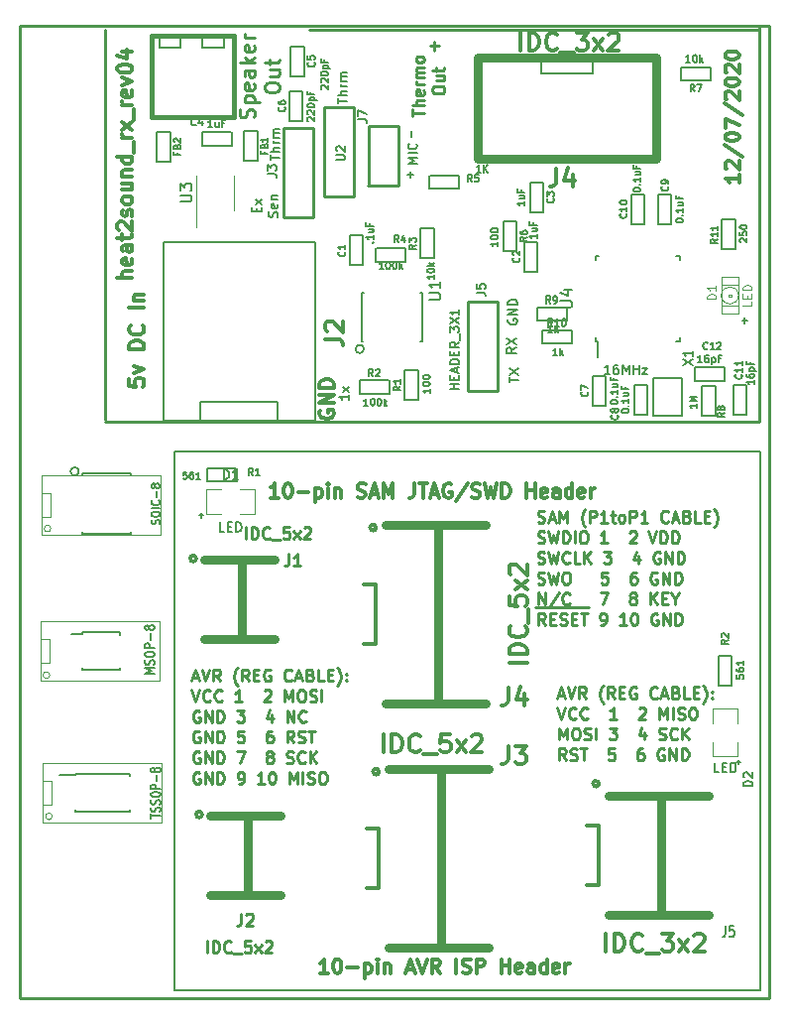
<source format=gto>
G04 #@! TF.GenerationSoftware,KiCad,Pcbnew,5.1.5-52549c5~86~ubuntu18.04.1*
G04 #@! TF.CreationDate,2020-12-07T22:39:35-08:00*
G04 #@! TF.ProjectId,multiple_PCBs,6d756c74-6970-46c6-955f-504342732e6b,rev?*
G04 #@! TF.SameCoordinates,Original*
G04 #@! TF.FileFunction,Legend,Top*
G04 #@! TF.FilePolarity,Positive*
%FSLAX46Y46*%
G04 Gerber Fmt 4.6, Leading zero omitted, Abs format (unit mm)*
G04 Created by KiCad (PCBNEW 5.1.5-52549c5~86~ubuntu18.04.1) date 2020-12-07 22:39:35*
%MOMM*%
%LPD*%
G04 APERTURE LIST*
%ADD10C,0.254000*%
%ADD11C,0.162500*%
%ADD12C,0.175000*%
%ADD13C,0.250000*%
%ADD14C,0.300000*%
%ADD15C,0.150000*%
%ADD16C,0.200000*%
%ADD17C,0.317500*%
%ADD18C,0.304800*%
%ADD19C,0.099060*%
%ADD20C,0.762000*%
%ADD21C,0.127000*%
%ADD22C,0.120000*%
%ADD23C,0.381000*%
%ADD24C,0.066040*%
%ADD25C,0.101600*%
%ADD26C,0.200660*%
%ADD27C,0.187500*%
%ADD28C,0.190500*%
%ADD29C,0.088900*%
G04 APERTURE END LIST*
D10*
X201000000Y-142000000D02*
X201000000Y-59000000D01*
X137000000Y-59000000D02*
X201000000Y-59000000D01*
X137000000Y-142000000D02*
X201000000Y-142000000D01*
X137000000Y-59000000D02*
X137000000Y-142000000D01*
D11*
X148151904Y-126642142D02*
X148151904Y-126270714D01*
X148951904Y-126456428D02*
X148151904Y-126456428D01*
X148913809Y-126085000D02*
X148951904Y-125992142D01*
X148951904Y-125837380D01*
X148913809Y-125775476D01*
X148875714Y-125744523D01*
X148799523Y-125713571D01*
X148723333Y-125713571D01*
X148647142Y-125744523D01*
X148609047Y-125775476D01*
X148570952Y-125837380D01*
X148532857Y-125961190D01*
X148494761Y-126023095D01*
X148456666Y-126054047D01*
X148380476Y-126085000D01*
X148304285Y-126085000D01*
X148228095Y-126054047D01*
X148190000Y-126023095D01*
X148151904Y-125961190D01*
X148151904Y-125806428D01*
X148190000Y-125713571D01*
X148913809Y-125465952D02*
X148951904Y-125373095D01*
X148951904Y-125218333D01*
X148913809Y-125156428D01*
X148875714Y-125125476D01*
X148799523Y-125094523D01*
X148723333Y-125094523D01*
X148647142Y-125125476D01*
X148609047Y-125156428D01*
X148570952Y-125218333D01*
X148532857Y-125342142D01*
X148494761Y-125404047D01*
X148456666Y-125435000D01*
X148380476Y-125465952D01*
X148304285Y-125465952D01*
X148228095Y-125435000D01*
X148190000Y-125404047D01*
X148151904Y-125342142D01*
X148151904Y-125187380D01*
X148190000Y-125094523D01*
X148151904Y-124692142D02*
X148151904Y-124568333D01*
X148190000Y-124506428D01*
X148266190Y-124444523D01*
X148418571Y-124413571D01*
X148685238Y-124413571D01*
X148837619Y-124444523D01*
X148913809Y-124506428D01*
X148951904Y-124568333D01*
X148951904Y-124692142D01*
X148913809Y-124754047D01*
X148837619Y-124815952D01*
X148685238Y-124846904D01*
X148418571Y-124846904D01*
X148266190Y-124815952D01*
X148190000Y-124754047D01*
X148151904Y-124692142D01*
X148951904Y-124135000D02*
X148151904Y-124135000D01*
X148151904Y-123887380D01*
X148190000Y-123825476D01*
X148228095Y-123794523D01*
X148304285Y-123763571D01*
X148418571Y-123763571D01*
X148494761Y-123794523D01*
X148532857Y-123825476D01*
X148570952Y-123887380D01*
X148570952Y-124135000D01*
X148647142Y-123485000D02*
X148647142Y-122989761D01*
X148494761Y-122587380D02*
X148456666Y-122649285D01*
X148418571Y-122680238D01*
X148342380Y-122711190D01*
X148304285Y-122711190D01*
X148228095Y-122680238D01*
X148190000Y-122649285D01*
X148151904Y-122587380D01*
X148151904Y-122463571D01*
X148190000Y-122401666D01*
X148228095Y-122370714D01*
X148304285Y-122339761D01*
X148342380Y-122339761D01*
X148418571Y-122370714D01*
X148456666Y-122401666D01*
X148494761Y-122463571D01*
X148494761Y-122587380D01*
X148532857Y-122649285D01*
X148570952Y-122680238D01*
X148647142Y-122711190D01*
X148799523Y-122711190D01*
X148875714Y-122680238D01*
X148913809Y-122649285D01*
X148951904Y-122587380D01*
X148951904Y-122463571D01*
X148913809Y-122401666D01*
X148875714Y-122370714D01*
X148799523Y-122339761D01*
X148647142Y-122339761D01*
X148570952Y-122370714D01*
X148532857Y-122401666D01*
X148494761Y-122463571D01*
D12*
X148443904Y-114318000D02*
X147643904Y-114318000D01*
X148215333Y-114084666D01*
X147643904Y-113851333D01*
X148443904Y-113851333D01*
X148405809Y-113551333D02*
X148443904Y-113451333D01*
X148443904Y-113284666D01*
X148405809Y-113218000D01*
X148367714Y-113184666D01*
X148291523Y-113151333D01*
X148215333Y-113151333D01*
X148139142Y-113184666D01*
X148101047Y-113218000D01*
X148062952Y-113284666D01*
X148024857Y-113418000D01*
X147986761Y-113484666D01*
X147948666Y-113518000D01*
X147872476Y-113551333D01*
X147796285Y-113551333D01*
X147720095Y-113518000D01*
X147682000Y-113484666D01*
X147643904Y-113418000D01*
X147643904Y-113251333D01*
X147682000Y-113151333D01*
X147643904Y-112718000D02*
X147643904Y-112584666D01*
X147682000Y-112518000D01*
X147758190Y-112451333D01*
X147910571Y-112418000D01*
X148177238Y-112418000D01*
X148329619Y-112451333D01*
X148405809Y-112518000D01*
X148443904Y-112584666D01*
X148443904Y-112718000D01*
X148405809Y-112784666D01*
X148329619Y-112851333D01*
X148177238Y-112884666D01*
X147910571Y-112884666D01*
X147758190Y-112851333D01*
X147682000Y-112784666D01*
X147643904Y-112718000D01*
X148443904Y-112118000D02*
X147643904Y-112118000D01*
X147643904Y-111851333D01*
X147682000Y-111784666D01*
X147720095Y-111751333D01*
X147796285Y-111718000D01*
X147910571Y-111718000D01*
X147986761Y-111751333D01*
X148024857Y-111784666D01*
X148062952Y-111851333D01*
X148062952Y-112118000D01*
X148139142Y-111418000D02*
X148139142Y-110884666D01*
X147986761Y-110451333D02*
X147948666Y-110518000D01*
X147910571Y-110551333D01*
X147834380Y-110584666D01*
X147796285Y-110584666D01*
X147720095Y-110551333D01*
X147682000Y-110518000D01*
X147643904Y-110451333D01*
X147643904Y-110318000D01*
X147682000Y-110251333D01*
X147720095Y-110218000D01*
X147796285Y-110184666D01*
X147834380Y-110184666D01*
X147910571Y-110218000D01*
X147948666Y-110251333D01*
X147986761Y-110318000D01*
X147986761Y-110451333D01*
X148024857Y-110518000D01*
X148062952Y-110551333D01*
X148139142Y-110584666D01*
X148291523Y-110584666D01*
X148367714Y-110551333D01*
X148405809Y-110518000D01*
X148443904Y-110451333D01*
X148443904Y-110318000D01*
X148405809Y-110251333D01*
X148367714Y-110218000D01*
X148291523Y-110184666D01*
X148139142Y-110184666D01*
X148062952Y-110218000D01*
X148024857Y-110251333D01*
X147986761Y-110318000D01*
D11*
X148873333Y-101539857D02*
X148906666Y-101447000D01*
X148906666Y-101292238D01*
X148873333Y-101230333D01*
X148840000Y-101199380D01*
X148773333Y-101168428D01*
X148706666Y-101168428D01*
X148640000Y-101199380D01*
X148606666Y-101230333D01*
X148573333Y-101292238D01*
X148540000Y-101416047D01*
X148506666Y-101477952D01*
X148473333Y-101508904D01*
X148406666Y-101539857D01*
X148340000Y-101539857D01*
X148273333Y-101508904D01*
X148240000Y-101477952D01*
X148206666Y-101416047D01*
X148206666Y-101261285D01*
X148240000Y-101168428D01*
X148206666Y-100766047D02*
X148206666Y-100642238D01*
X148240000Y-100580333D01*
X148306666Y-100518428D01*
X148440000Y-100487476D01*
X148673333Y-100487476D01*
X148806666Y-100518428D01*
X148873333Y-100580333D01*
X148906666Y-100642238D01*
X148906666Y-100766047D01*
X148873333Y-100827952D01*
X148806666Y-100889857D01*
X148673333Y-100920809D01*
X148440000Y-100920809D01*
X148306666Y-100889857D01*
X148240000Y-100827952D01*
X148206666Y-100766047D01*
X148906666Y-100208904D02*
X148206666Y-100208904D01*
X148840000Y-99527952D02*
X148873333Y-99558904D01*
X148906666Y-99651761D01*
X148906666Y-99713666D01*
X148873333Y-99806523D01*
X148806666Y-99868428D01*
X148740000Y-99899380D01*
X148606666Y-99930333D01*
X148506666Y-99930333D01*
X148373333Y-99899380D01*
X148306666Y-99868428D01*
X148240000Y-99806523D01*
X148206666Y-99713666D01*
X148206666Y-99651761D01*
X148240000Y-99558904D01*
X148273333Y-99527952D01*
X148640000Y-99249380D02*
X148640000Y-98754142D01*
X148506666Y-98351761D02*
X148473333Y-98413666D01*
X148440000Y-98444619D01*
X148373333Y-98475571D01*
X148340000Y-98475571D01*
X148273333Y-98444619D01*
X148240000Y-98413666D01*
X148206666Y-98351761D01*
X148206666Y-98227952D01*
X148240000Y-98166047D01*
X148273333Y-98135095D01*
X148340000Y-98104142D01*
X148373333Y-98104142D01*
X148440000Y-98135095D01*
X148473333Y-98166047D01*
X148506666Y-98227952D01*
X148506666Y-98351761D01*
X148540000Y-98413666D01*
X148573333Y-98444619D01*
X148640000Y-98475571D01*
X148773333Y-98475571D01*
X148840000Y-98444619D01*
X148873333Y-98413666D01*
X148906666Y-98351761D01*
X148906666Y-98227952D01*
X148873333Y-98166047D01*
X148840000Y-98135095D01*
X148773333Y-98104142D01*
X148640000Y-98104142D01*
X148573333Y-98135095D01*
X148540000Y-98166047D01*
X148506666Y-98227952D01*
D13*
X182978976Y-116159666D02*
X183455166Y-116159666D01*
X182883738Y-116445380D02*
X183217071Y-115445380D01*
X183550404Y-116445380D01*
X183740880Y-115445380D02*
X184074214Y-116445380D01*
X184407547Y-115445380D01*
X185312309Y-116445380D02*
X184978976Y-115969190D01*
X184740880Y-116445380D02*
X184740880Y-115445380D01*
X185121833Y-115445380D01*
X185217071Y-115493000D01*
X185264690Y-115540619D01*
X185312309Y-115635857D01*
X185312309Y-115778714D01*
X185264690Y-115873952D01*
X185217071Y-115921571D01*
X185121833Y-115969190D01*
X184740880Y-115969190D01*
X186788500Y-116826333D02*
X186740880Y-116778714D01*
X186645642Y-116635857D01*
X186598023Y-116540619D01*
X186550404Y-116397761D01*
X186502785Y-116159666D01*
X186502785Y-115969190D01*
X186550404Y-115731095D01*
X186598023Y-115588238D01*
X186645642Y-115493000D01*
X186740880Y-115350142D01*
X186788500Y-115302523D01*
X187740880Y-116445380D02*
X187407547Y-115969190D01*
X187169452Y-116445380D02*
X187169452Y-115445380D01*
X187550404Y-115445380D01*
X187645642Y-115493000D01*
X187693261Y-115540619D01*
X187740880Y-115635857D01*
X187740880Y-115778714D01*
X187693261Y-115873952D01*
X187645642Y-115921571D01*
X187550404Y-115969190D01*
X187169452Y-115969190D01*
X188169452Y-115921571D02*
X188502785Y-115921571D01*
X188645642Y-116445380D02*
X188169452Y-116445380D01*
X188169452Y-115445380D01*
X188645642Y-115445380D01*
X189598023Y-115493000D02*
X189502785Y-115445380D01*
X189359928Y-115445380D01*
X189217071Y-115493000D01*
X189121833Y-115588238D01*
X189074214Y-115683476D01*
X189026595Y-115873952D01*
X189026595Y-116016809D01*
X189074214Y-116207285D01*
X189121833Y-116302523D01*
X189217071Y-116397761D01*
X189359928Y-116445380D01*
X189455166Y-116445380D01*
X189598023Y-116397761D01*
X189645642Y-116350142D01*
X189645642Y-116016809D01*
X189455166Y-116016809D01*
X191407547Y-116350142D02*
X191359928Y-116397761D01*
X191217071Y-116445380D01*
X191121833Y-116445380D01*
X190978976Y-116397761D01*
X190883738Y-116302523D01*
X190836119Y-116207285D01*
X190788500Y-116016809D01*
X190788500Y-115873952D01*
X190836119Y-115683476D01*
X190883738Y-115588238D01*
X190978976Y-115493000D01*
X191121833Y-115445380D01*
X191217071Y-115445380D01*
X191359928Y-115493000D01*
X191407547Y-115540619D01*
X191788500Y-116159666D02*
X192264690Y-116159666D01*
X191693261Y-116445380D02*
X192026595Y-115445380D01*
X192359928Y-116445380D01*
X193026595Y-115921571D02*
X193169452Y-115969190D01*
X193217071Y-116016809D01*
X193264690Y-116112047D01*
X193264690Y-116254904D01*
X193217071Y-116350142D01*
X193169452Y-116397761D01*
X193074214Y-116445380D01*
X192693261Y-116445380D01*
X192693261Y-115445380D01*
X193026595Y-115445380D01*
X193121833Y-115493000D01*
X193169452Y-115540619D01*
X193217071Y-115635857D01*
X193217071Y-115731095D01*
X193169452Y-115826333D01*
X193121833Y-115873952D01*
X193026595Y-115921571D01*
X192693261Y-115921571D01*
X194169452Y-116445380D02*
X193693261Y-116445380D01*
X193693261Y-115445380D01*
X194502785Y-115921571D02*
X194836119Y-115921571D01*
X194978976Y-116445380D02*
X194502785Y-116445380D01*
X194502785Y-115445380D01*
X194978976Y-115445380D01*
X195312309Y-116826333D02*
X195359928Y-116778714D01*
X195455166Y-116635857D01*
X195502785Y-116540619D01*
X195550404Y-116397761D01*
X195598023Y-116159666D01*
X195598023Y-115969190D01*
X195550404Y-115731095D01*
X195502785Y-115588238D01*
X195455166Y-115493000D01*
X195359928Y-115350142D01*
X195312309Y-115302523D01*
X196074214Y-116350142D02*
X196121833Y-116397761D01*
X196074214Y-116445380D01*
X196026595Y-116397761D01*
X196074214Y-116350142D01*
X196074214Y-116445380D01*
X196074214Y-115826333D02*
X196121833Y-115873952D01*
X196074214Y-115921571D01*
X196026595Y-115873952D01*
X196074214Y-115826333D01*
X196074214Y-115921571D01*
X182883738Y-117195380D02*
X183217071Y-118195380D01*
X183550404Y-117195380D01*
X184455166Y-118100142D02*
X184407547Y-118147761D01*
X184264690Y-118195380D01*
X184169452Y-118195380D01*
X184026595Y-118147761D01*
X183931357Y-118052523D01*
X183883738Y-117957285D01*
X183836119Y-117766809D01*
X183836119Y-117623952D01*
X183883738Y-117433476D01*
X183931357Y-117338238D01*
X184026595Y-117243000D01*
X184169452Y-117195380D01*
X184264690Y-117195380D01*
X184407547Y-117243000D01*
X184455166Y-117290619D01*
X185455166Y-118100142D02*
X185407547Y-118147761D01*
X185264690Y-118195380D01*
X185169452Y-118195380D01*
X185026595Y-118147761D01*
X184931357Y-118052523D01*
X184883738Y-117957285D01*
X184836119Y-117766809D01*
X184836119Y-117623952D01*
X184883738Y-117433476D01*
X184931357Y-117338238D01*
X185026595Y-117243000D01*
X185169452Y-117195380D01*
X185264690Y-117195380D01*
X185407547Y-117243000D01*
X185455166Y-117290619D01*
X187931357Y-118195380D02*
X187359928Y-118195380D01*
X187645642Y-118195380D02*
X187645642Y-117195380D01*
X187550404Y-117338238D01*
X187455166Y-117433476D01*
X187359928Y-117481095D01*
X189836119Y-117290619D02*
X189883738Y-117243000D01*
X189978976Y-117195380D01*
X190217071Y-117195380D01*
X190312309Y-117243000D01*
X190359928Y-117290619D01*
X190407547Y-117385857D01*
X190407547Y-117481095D01*
X190359928Y-117623952D01*
X189788500Y-118195380D01*
X190407547Y-118195380D01*
X191598023Y-118195380D02*
X191598023Y-117195380D01*
X191931357Y-117909666D01*
X192264690Y-117195380D01*
X192264690Y-118195380D01*
X192740880Y-118195380D02*
X192740880Y-117195380D01*
X193169452Y-118147761D02*
X193312309Y-118195380D01*
X193550404Y-118195380D01*
X193645642Y-118147761D01*
X193693261Y-118100142D01*
X193740880Y-118004904D01*
X193740880Y-117909666D01*
X193693261Y-117814428D01*
X193645642Y-117766809D01*
X193550404Y-117719190D01*
X193359928Y-117671571D01*
X193264690Y-117623952D01*
X193217071Y-117576333D01*
X193169452Y-117481095D01*
X193169452Y-117385857D01*
X193217071Y-117290619D01*
X193264690Y-117243000D01*
X193359928Y-117195380D01*
X193598023Y-117195380D01*
X193740880Y-117243000D01*
X194359928Y-117195380D02*
X194550404Y-117195380D01*
X194645642Y-117243000D01*
X194740880Y-117338238D01*
X194788500Y-117528714D01*
X194788500Y-117862047D01*
X194740880Y-118052523D01*
X194645642Y-118147761D01*
X194550404Y-118195380D01*
X194359928Y-118195380D01*
X194264690Y-118147761D01*
X194169452Y-118052523D01*
X194121833Y-117862047D01*
X194121833Y-117528714D01*
X194169452Y-117338238D01*
X194264690Y-117243000D01*
X194359928Y-117195380D01*
X183026595Y-119945380D02*
X183026595Y-118945380D01*
X183359928Y-119659666D01*
X183693261Y-118945380D01*
X183693261Y-119945380D01*
X184359928Y-118945380D02*
X184550404Y-118945380D01*
X184645642Y-118993000D01*
X184740880Y-119088238D01*
X184788500Y-119278714D01*
X184788500Y-119612047D01*
X184740880Y-119802523D01*
X184645642Y-119897761D01*
X184550404Y-119945380D01*
X184359928Y-119945380D01*
X184264690Y-119897761D01*
X184169452Y-119802523D01*
X184121833Y-119612047D01*
X184121833Y-119278714D01*
X184169452Y-119088238D01*
X184264690Y-118993000D01*
X184359928Y-118945380D01*
X185169452Y-119897761D02*
X185312309Y-119945380D01*
X185550404Y-119945380D01*
X185645642Y-119897761D01*
X185693261Y-119850142D01*
X185740880Y-119754904D01*
X185740880Y-119659666D01*
X185693261Y-119564428D01*
X185645642Y-119516809D01*
X185550404Y-119469190D01*
X185359928Y-119421571D01*
X185264690Y-119373952D01*
X185217071Y-119326333D01*
X185169452Y-119231095D01*
X185169452Y-119135857D01*
X185217071Y-119040619D01*
X185264690Y-118993000D01*
X185359928Y-118945380D01*
X185598023Y-118945380D01*
X185740880Y-118993000D01*
X186169452Y-119945380D02*
X186169452Y-118945380D01*
X187312309Y-118945380D02*
X187931357Y-118945380D01*
X187598023Y-119326333D01*
X187740880Y-119326333D01*
X187836119Y-119373952D01*
X187883738Y-119421571D01*
X187931357Y-119516809D01*
X187931357Y-119754904D01*
X187883738Y-119850142D01*
X187836119Y-119897761D01*
X187740880Y-119945380D01*
X187455166Y-119945380D01*
X187359928Y-119897761D01*
X187312309Y-119850142D01*
X190312309Y-119278714D02*
X190312309Y-119945380D01*
X190074214Y-118897761D02*
X189836119Y-119612047D01*
X190455166Y-119612047D01*
X191550404Y-119897761D02*
X191693261Y-119945380D01*
X191931357Y-119945380D01*
X192026595Y-119897761D01*
X192074214Y-119850142D01*
X192121833Y-119754904D01*
X192121833Y-119659666D01*
X192074214Y-119564428D01*
X192026595Y-119516809D01*
X191931357Y-119469190D01*
X191740880Y-119421571D01*
X191645642Y-119373952D01*
X191598023Y-119326333D01*
X191550404Y-119231095D01*
X191550404Y-119135857D01*
X191598023Y-119040619D01*
X191645642Y-118993000D01*
X191740880Y-118945380D01*
X191978976Y-118945380D01*
X192121833Y-118993000D01*
X193121833Y-119850142D02*
X193074214Y-119897761D01*
X192931357Y-119945380D01*
X192836119Y-119945380D01*
X192693261Y-119897761D01*
X192598023Y-119802523D01*
X192550404Y-119707285D01*
X192502785Y-119516809D01*
X192502785Y-119373952D01*
X192550404Y-119183476D01*
X192598023Y-119088238D01*
X192693261Y-118993000D01*
X192836119Y-118945380D01*
X192931357Y-118945380D01*
X193074214Y-118993000D01*
X193121833Y-119040619D01*
X193550404Y-119945380D02*
X193550404Y-118945380D01*
X194121833Y-119945380D02*
X193693261Y-119373952D01*
X194121833Y-118945380D02*
X193550404Y-119516809D01*
X183598023Y-121695380D02*
X183264690Y-121219190D01*
X183026595Y-121695380D02*
X183026595Y-120695380D01*
X183407547Y-120695380D01*
X183502785Y-120743000D01*
X183550404Y-120790619D01*
X183598023Y-120885857D01*
X183598023Y-121028714D01*
X183550404Y-121123952D01*
X183502785Y-121171571D01*
X183407547Y-121219190D01*
X183026595Y-121219190D01*
X183978976Y-121647761D02*
X184121833Y-121695380D01*
X184359928Y-121695380D01*
X184455166Y-121647761D01*
X184502785Y-121600142D01*
X184550404Y-121504904D01*
X184550404Y-121409666D01*
X184502785Y-121314428D01*
X184455166Y-121266809D01*
X184359928Y-121219190D01*
X184169452Y-121171571D01*
X184074214Y-121123952D01*
X184026595Y-121076333D01*
X183978976Y-120981095D01*
X183978976Y-120885857D01*
X184026595Y-120790619D01*
X184074214Y-120743000D01*
X184169452Y-120695380D01*
X184407547Y-120695380D01*
X184550404Y-120743000D01*
X184836119Y-120695380D02*
X185407547Y-120695380D01*
X185121833Y-121695380D02*
X185121833Y-120695380D01*
X187740880Y-120695380D02*
X187264690Y-120695380D01*
X187217071Y-121171571D01*
X187264690Y-121123952D01*
X187359928Y-121076333D01*
X187598023Y-121076333D01*
X187693261Y-121123952D01*
X187740880Y-121171571D01*
X187788500Y-121266809D01*
X187788500Y-121504904D01*
X187740880Y-121600142D01*
X187693261Y-121647761D01*
X187598023Y-121695380D01*
X187359928Y-121695380D01*
X187264690Y-121647761D01*
X187217071Y-121600142D01*
X190169452Y-120695380D02*
X189978976Y-120695380D01*
X189883738Y-120743000D01*
X189836119Y-120790619D01*
X189740880Y-120933476D01*
X189693261Y-121123952D01*
X189693261Y-121504904D01*
X189740880Y-121600142D01*
X189788500Y-121647761D01*
X189883738Y-121695380D01*
X190074214Y-121695380D01*
X190169452Y-121647761D01*
X190217071Y-121600142D01*
X190264690Y-121504904D01*
X190264690Y-121266809D01*
X190217071Y-121171571D01*
X190169452Y-121123952D01*
X190074214Y-121076333D01*
X189883738Y-121076333D01*
X189788500Y-121123952D01*
X189740880Y-121171571D01*
X189693261Y-121266809D01*
X191978976Y-120743000D02*
X191883738Y-120695380D01*
X191740880Y-120695380D01*
X191598023Y-120743000D01*
X191502785Y-120838238D01*
X191455166Y-120933476D01*
X191407547Y-121123952D01*
X191407547Y-121266809D01*
X191455166Y-121457285D01*
X191502785Y-121552523D01*
X191598023Y-121647761D01*
X191740880Y-121695380D01*
X191836119Y-121695380D01*
X191978976Y-121647761D01*
X192026595Y-121600142D01*
X192026595Y-121266809D01*
X191836119Y-121266809D01*
X192455166Y-121695380D02*
X192455166Y-120695380D01*
X193026595Y-121695380D01*
X193026595Y-120695380D01*
X193502785Y-121695380D02*
X193502785Y-120695380D01*
X193740880Y-120695380D01*
X193883738Y-120743000D01*
X193978976Y-120838238D01*
X194026595Y-120933476D01*
X194074214Y-121123952D01*
X194074214Y-121266809D01*
X194026595Y-121457285D01*
X193978976Y-121552523D01*
X193883738Y-121647761D01*
X193740880Y-121695380D01*
X193502785Y-121695380D01*
D14*
X163281714Y-139880857D02*
X162596000Y-139880857D01*
X162938857Y-139880857D02*
X162938857Y-138680857D01*
X162824571Y-138852285D01*
X162710285Y-138966571D01*
X162596000Y-139023714D01*
X164024571Y-138680857D02*
X164138857Y-138680857D01*
X164253142Y-138738000D01*
X164310285Y-138795142D01*
X164367428Y-138909428D01*
X164424571Y-139138000D01*
X164424571Y-139423714D01*
X164367428Y-139652285D01*
X164310285Y-139766571D01*
X164253142Y-139823714D01*
X164138857Y-139880857D01*
X164024571Y-139880857D01*
X163910285Y-139823714D01*
X163853142Y-139766571D01*
X163796000Y-139652285D01*
X163738857Y-139423714D01*
X163738857Y-139138000D01*
X163796000Y-138909428D01*
X163853142Y-138795142D01*
X163910285Y-138738000D01*
X164024571Y-138680857D01*
X164938857Y-139423714D02*
X165853142Y-139423714D01*
X166424571Y-139080857D02*
X166424571Y-140280857D01*
X166424571Y-139138000D02*
X166538857Y-139080857D01*
X166767428Y-139080857D01*
X166881714Y-139138000D01*
X166938857Y-139195142D01*
X166996000Y-139309428D01*
X166996000Y-139652285D01*
X166938857Y-139766571D01*
X166881714Y-139823714D01*
X166767428Y-139880857D01*
X166538857Y-139880857D01*
X166424571Y-139823714D01*
X167510285Y-139880857D02*
X167510285Y-139080857D01*
X167510285Y-138680857D02*
X167453142Y-138738000D01*
X167510285Y-138795142D01*
X167567428Y-138738000D01*
X167510285Y-138680857D01*
X167510285Y-138795142D01*
X168081714Y-139080857D02*
X168081714Y-139880857D01*
X168081714Y-139195142D02*
X168138857Y-139138000D01*
X168253142Y-139080857D01*
X168424571Y-139080857D01*
X168538857Y-139138000D01*
X168596000Y-139252285D01*
X168596000Y-139880857D01*
X170024571Y-139538000D02*
X170596000Y-139538000D01*
X169910285Y-139880857D02*
X170310285Y-138680857D01*
X170710285Y-139880857D01*
X170938857Y-138680857D02*
X171338857Y-139880857D01*
X171738857Y-138680857D01*
X172824571Y-139880857D02*
X172424571Y-139309428D01*
X172138857Y-139880857D02*
X172138857Y-138680857D01*
X172596000Y-138680857D01*
X172710285Y-138738000D01*
X172767428Y-138795142D01*
X172824571Y-138909428D01*
X172824571Y-139080857D01*
X172767428Y-139195142D01*
X172710285Y-139252285D01*
X172596000Y-139309428D01*
X172138857Y-139309428D01*
X174253142Y-139880857D02*
X174253142Y-138680857D01*
X174767428Y-139823714D02*
X174938857Y-139880857D01*
X175224571Y-139880857D01*
X175338857Y-139823714D01*
X175396000Y-139766571D01*
X175453142Y-139652285D01*
X175453142Y-139538000D01*
X175396000Y-139423714D01*
X175338857Y-139366571D01*
X175224571Y-139309428D01*
X174996000Y-139252285D01*
X174881714Y-139195142D01*
X174824571Y-139138000D01*
X174767428Y-139023714D01*
X174767428Y-138909428D01*
X174824571Y-138795142D01*
X174881714Y-138738000D01*
X174996000Y-138680857D01*
X175281714Y-138680857D01*
X175453142Y-138738000D01*
X175967428Y-139880857D02*
X175967428Y-138680857D01*
X176424571Y-138680857D01*
X176538857Y-138738000D01*
X176596000Y-138795142D01*
X176653142Y-138909428D01*
X176653142Y-139080857D01*
X176596000Y-139195142D01*
X176538857Y-139252285D01*
X176424571Y-139309428D01*
X175967428Y-139309428D01*
X178081714Y-139880857D02*
X178081714Y-138680857D01*
X178081714Y-139252285D02*
X178767428Y-139252285D01*
X178767428Y-139880857D02*
X178767428Y-138680857D01*
X179796000Y-139823714D02*
X179681714Y-139880857D01*
X179453142Y-139880857D01*
X179338857Y-139823714D01*
X179281714Y-139709428D01*
X179281714Y-139252285D01*
X179338857Y-139138000D01*
X179453142Y-139080857D01*
X179681714Y-139080857D01*
X179796000Y-139138000D01*
X179853142Y-139252285D01*
X179853142Y-139366571D01*
X179281714Y-139480857D01*
X180881714Y-139880857D02*
X180881714Y-139252285D01*
X180824571Y-139138000D01*
X180710285Y-139080857D01*
X180481714Y-139080857D01*
X180367428Y-139138000D01*
X180881714Y-139823714D02*
X180767428Y-139880857D01*
X180481714Y-139880857D01*
X180367428Y-139823714D01*
X180310285Y-139709428D01*
X180310285Y-139595142D01*
X180367428Y-139480857D01*
X180481714Y-139423714D01*
X180767428Y-139423714D01*
X180881714Y-139366571D01*
X181967428Y-139880857D02*
X181967428Y-138680857D01*
X181967428Y-139823714D02*
X181853142Y-139880857D01*
X181624571Y-139880857D01*
X181510285Y-139823714D01*
X181453142Y-139766571D01*
X181396000Y-139652285D01*
X181396000Y-139309428D01*
X181453142Y-139195142D01*
X181510285Y-139138000D01*
X181624571Y-139080857D01*
X181853142Y-139080857D01*
X181967428Y-139138000D01*
X182996000Y-139823714D02*
X182881714Y-139880857D01*
X182653142Y-139880857D01*
X182538857Y-139823714D01*
X182481714Y-139709428D01*
X182481714Y-139252285D01*
X182538857Y-139138000D01*
X182653142Y-139080857D01*
X182881714Y-139080857D01*
X182996000Y-139138000D01*
X183053142Y-139252285D01*
X183053142Y-139366571D01*
X182481714Y-139480857D01*
X183567428Y-139880857D02*
X183567428Y-139080857D01*
X183567428Y-139309428D02*
X183624571Y-139195142D01*
X183681714Y-139138000D01*
X183796000Y-139080857D01*
X183910285Y-139080857D01*
D15*
X150196000Y-141338000D02*
X150196000Y-95338000D01*
X200196000Y-141338000D02*
X150196000Y-141338000D01*
X200196000Y-95338000D02*
X200196000Y-141338000D01*
X150196000Y-95338000D02*
X200196000Y-95338000D01*
D13*
X151736976Y-114663666D02*
X152213166Y-114663666D01*
X151641738Y-114949380D02*
X151975071Y-113949380D01*
X152308404Y-114949380D01*
X152498880Y-113949380D02*
X152832214Y-114949380D01*
X153165547Y-113949380D01*
X154070309Y-114949380D02*
X153736976Y-114473190D01*
X153498880Y-114949380D02*
X153498880Y-113949380D01*
X153879833Y-113949380D01*
X153975071Y-113997000D01*
X154022690Y-114044619D01*
X154070309Y-114139857D01*
X154070309Y-114282714D01*
X154022690Y-114377952D01*
X153975071Y-114425571D01*
X153879833Y-114473190D01*
X153498880Y-114473190D01*
X155546500Y-115330333D02*
X155498880Y-115282714D01*
X155403642Y-115139857D01*
X155356023Y-115044619D01*
X155308404Y-114901761D01*
X155260785Y-114663666D01*
X155260785Y-114473190D01*
X155308404Y-114235095D01*
X155356023Y-114092238D01*
X155403642Y-113997000D01*
X155498880Y-113854142D01*
X155546500Y-113806523D01*
X156498880Y-114949380D02*
X156165547Y-114473190D01*
X155927452Y-114949380D02*
X155927452Y-113949380D01*
X156308404Y-113949380D01*
X156403642Y-113997000D01*
X156451261Y-114044619D01*
X156498880Y-114139857D01*
X156498880Y-114282714D01*
X156451261Y-114377952D01*
X156403642Y-114425571D01*
X156308404Y-114473190D01*
X155927452Y-114473190D01*
X156927452Y-114425571D02*
X157260785Y-114425571D01*
X157403642Y-114949380D02*
X156927452Y-114949380D01*
X156927452Y-113949380D01*
X157403642Y-113949380D01*
X158356023Y-113997000D02*
X158260785Y-113949380D01*
X158117928Y-113949380D01*
X157975071Y-113997000D01*
X157879833Y-114092238D01*
X157832214Y-114187476D01*
X157784595Y-114377952D01*
X157784595Y-114520809D01*
X157832214Y-114711285D01*
X157879833Y-114806523D01*
X157975071Y-114901761D01*
X158117928Y-114949380D01*
X158213166Y-114949380D01*
X158356023Y-114901761D01*
X158403642Y-114854142D01*
X158403642Y-114520809D01*
X158213166Y-114520809D01*
X160165547Y-114854142D02*
X160117928Y-114901761D01*
X159975071Y-114949380D01*
X159879833Y-114949380D01*
X159736976Y-114901761D01*
X159641738Y-114806523D01*
X159594119Y-114711285D01*
X159546500Y-114520809D01*
X159546500Y-114377952D01*
X159594119Y-114187476D01*
X159641738Y-114092238D01*
X159736976Y-113997000D01*
X159879833Y-113949380D01*
X159975071Y-113949380D01*
X160117928Y-113997000D01*
X160165547Y-114044619D01*
X160546500Y-114663666D02*
X161022690Y-114663666D01*
X160451261Y-114949380D02*
X160784595Y-113949380D01*
X161117928Y-114949380D01*
X161784595Y-114425571D02*
X161927452Y-114473190D01*
X161975071Y-114520809D01*
X162022690Y-114616047D01*
X162022690Y-114758904D01*
X161975071Y-114854142D01*
X161927452Y-114901761D01*
X161832214Y-114949380D01*
X161451261Y-114949380D01*
X161451261Y-113949380D01*
X161784595Y-113949380D01*
X161879833Y-113997000D01*
X161927452Y-114044619D01*
X161975071Y-114139857D01*
X161975071Y-114235095D01*
X161927452Y-114330333D01*
X161879833Y-114377952D01*
X161784595Y-114425571D01*
X161451261Y-114425571D01*
X162927452Y-114949380D02*
X162451261Y-114949380D01*
X162451261Y-113949380D01*
X163260785Y-114425571D02*
X163594119Y-114425571D01*
X163736976Y-114949380D02*
X163260785Y-114949380D01*
X163260785Y-113949380D01*
X163736976Y-113949380D01*
X164070309Y-115330333D02*
X164117928Y-115282714D01*
X164213166Y-115139857D01*
X164260785Y-115044619D01*
X164308404Y-114901761D01*
X164356023Y-114663666D01*
X164356023Y-114473190D01*
X164308404Y-114235095D01*
X164260785Y-114092238D01*
X164213166Y-113997000D01*
X164117928Y-113854142D01*
X164070309Y-113806523D01*
X164832214Y-114854142D02*
X164879833Y-114901761D01*
X164832214Y-114949380D01*
X164784595Y-114901761D01*
X164832214Y-114854142D01*
X164832214Y-114949380D01*
X164832214Y-114330333D02*
X164879833Y-114377952D01*
X164832214Y-114425571D01*
X164784595Y-114377952D01*
X164832214Y-114330333D01*
X164832214Y-114425571D01*
X151641738Y-115699380D02*
X151975071Y-116699380D01*
X152308404Y-115699380D01*
X153213166Y-116604142D02*
X153165547Y-116651761D01*
X153022690Y-116699380D01*
X152927452Y-116699380D01*
X152784595Y-116651761D01*
X152689357Y-116556523D01*
X152641738Y-116461285D01*
X152594119Y-116270809D01*
X152594119Y-116127952D01*
X152641738Y-115937476D01*
X152689357Y-115842238D01*
X152784595Y-115747000D01*
X152927452Y-115699380D01*
X153022690Y-115699380D01*
X153165547Y-115747000D01*
X153213166Y-115794619D01*
X154213166Y-116604142D02*
X154165547Y-116651761D01*
X154022690Y-116699380D01*
X153927452Y-116699380D01*
X153784595Y-116651761D01*
X153689357Y-116556523D01*
X153641738Y-116461285D01*
X153594119Y-116270809D01*
X153594119Y-116127952D01*
X153641738Y-115937476D01*
X153689357Y-115842238D01*
X153784595Y-115747000D01*
X153927452Y-115699380D01*
X154022690Y-115699380D01*
X154165547Y-115747000D01*
X154213166Y-115794619D01*
X155927452Y-116699380D02*
X155356023Y-116699380D01*
X155641738Y-116699380D02*
X155641738Y-115699380D01*
X155546500Y-115842238D01*
X155451261Y-115937476D01*
X155356023Y-115985095D01*
X157832214Y-115794619D02*
X157879833Y-115747000D01*
X157975071Y-115699380D01*
X158213166Y-115699380D01*
X158308404Y-115747000D01*
X158356023Y-115794619D01*
X158403642Y-115889857D01*
X158403642Y-115985095D01*
X158356023Y-116127952D01*
X157784595Y-116699380D01*
X158403642Y-116699380D01*
X159594119Y-116699380D02*
X159594119Y-115699380D01*
X159927452Y-116413666D01*
X160260785Y-115699380D01*
X160260785Y-116699380D01*
X160927452Y-115699380D02*
X161117928Y-115699380D01*
X161213166Y-115747000D01*
X161308404Y-115842238D01*
X161356023Y-116032714D01*
X161356023Y-116366047D01*
X161308404Y-116556523D01*
X161213166Y-116651761D01*
X161117928Y-116699380D01*
X160927452Y-116699380D01*
X160832214Y-116651761D01*
X160736976Y-116556523D01*
X160689357Y-116366047D01*
X160689357Y-116032714D01*
X160736976Y-115842238D01*
X160832214Y-115747000D01*
X160927452Y-115699380D01*
X161736976Y-116651761D02*
X161879833Y-116699380D01*
X162117928Y-116699380D01*
X162213166Y-116651761D01*
X162260785Y-116604142D01*
X162308404Y-116508904D01*
X162308404Y-116413666D01*
X162260785Y-116318428D01*
X162213166Y-116270809D01*
X162117928Y-116223190D01*
X161927452Y-116175571D01*
X161832214Y-116127952D01*
X161784595Y-116080333D01*
X161736976Y-115985095D01*
X161736976Y-115889857D01*
X161784595Y-115794619D01*
X161832214Y-115747000D01*
X161927452Y-115699380D01*
X162165547Y-115699380D01*
X162308404Y-115747000D01*
X162736976Y-116699380D02*
X162736976Y-115699380D01*
X152308404Y-117497000D02*
X152213166Y-117449380D01*
X152070309Y-117449380D01*
X151927452Y-117497000D01*
X151832214Y-117592238D01*
X151784595Y-117687476D01*
X151736976Y-117877952D01*
X151736976Y-118020809D01*
X151784595Y-118211285D01*
X151832214Y-118306523D01*
X151927452Y-118401761D01*
X152070309Y-118449380D01*
X152165547Y-118449380D01*
X152308404Y-118401761D01*
X152356023Y-118354142D01*
X152356023Y-118020809D01*
X152165547Y-118020809D01*
X152784595Y-118449380D02*
X152784595Y-117449380D01*
X153356023Y-118449380D01*
X153356023Y-117449380D01*
X153832214Y-118449380D02*
X153832214Y-117449380D01*
X154070309Y-117449380D01*
X154213166Y-117497000D01*
X154308404Y-117592238D01*
X154356023Y-117687476D01*
X154403642Y-117877952D01*
X154403642Y-118020809D01*
X154356023Y-118211285D01*
X154308404Y-118306523D01*
X154213166Y-118401761D01*
X154070309Y-118449380D01*
X153832214Y-118449380D01*
X155498880Y-117449380D02*
X156117928Y-117449380D01*
X155784595Y-117830333D01*
X155927452Y-117830333D01*
X156022690Y-117877952D01*
X156070309Y-117925571D01*
X156117928Y-118020809D01*
X156117928Y-118258904D01*
X156070309Y-118354142D01*
X156022690Y-118401761D01*
X155927452Y-118449380D01*
X155641738Y-118449380D01*
X155546500Y-118401761D01*
X155498880Y-118354142D01*
X158498880Y-117782714D02*
X158498880Y-118449380D01*
X158260785Y-117401761D02*
X158022690Y-118116047D01*
X158641738Y-118116047D01*
X159784595Y-118449380D02*
X159784595Y-117449380D01*
X160356023Y-118449380D01*
X160356023Y-117449380D01*
X161403642Y-118354142D02*
X161356023Y-118401761D01*
X161213166Y-118449380D01*
X161117928Y-118449380D01*
X160975071Y-118401761D01*
X160879833Y-118306523D01*
X160832214Y-118211285D01*
X160784595Y-118020809D01*
X160784595Y-117877952D01*
X160832214Y-117687476D01*
X160879833Y-117592238D01*
X160975071Y-117497000D01*
X161117928Y-117449380D01*
X161213166Y-117449380D01*
X161356023Y-117497000D01*
X161403642Y-117544619D01*
X152308404Y-119247000D02*
X152213166Y-119199380D01*
X152070309Y-119199380D01*
X151927452Y-119247000D01*
X151832214Y-119342238D01*
X151784595Y-119437476D01*
X151736976Y-119627952D01*
X151736976Y-119770809D01*
X151784595Y-119961285D01*
X151832214Y-120056523D01*
X151927452Y-120151761D01*
X152070309Y-120199380D01*
X152165547Y-120199380D01*
X152308404Y-120151761D01*
X152356023Y-120104142D01*
X152356023Y-119770809D01*
X152165547Y-119770809D01*
X152784595Y-120199380D02*
X152784595Y-119199380D01*
X153356023Y-120199380D01*
X153356023Y-119199380D01*
X153832214Y-120199380D02*
X153832214Y-119199380D01*
X154070309Y-119199380D01*
X154213166Y-119247000D01*
X154308404Y-119342238D01*
X154356023Y-119437476D01*
X154403642Y-119627952D01*
X154403642Y-119770809D01*
X154356023Y-119961285D01*
X154308404Y-120056523D01*
X154213166Y-120151761D01*
X154070309Y-120199380D01*
X153832214Y-120199380D01*
X156070309Y-119199380D02*
X155594119Y-119199380D01*
X155546500Y-119675571D01*
X155594119Y-119627952D01*
X155689357Y-119580333D01*
X155927452Y-119580333D01*
X156022690Y-119627952D01*
X156070309Y-119675571D01*
X156117928Y-119770809D01*
X156117928Y-120008904D01*
X156070309Y-120104142D01*
X156022690Y-120151761D01*
X155927452Y-120199380D01*
X155689357Y-120199380D01*
X155594119Y-120151761D01*
X155546500Y-120104142D01*
X158498880Y-119199380D02*
X158308404Y-119199380D01*
X158213166Y-119247000D01*
X158165547Y-119294619D01*
X158070309Y-119437476D01*
X158022690Y-119627952D01*
X158022690Y-120008904D01*
X158070309Y-120104142D01*
X158117928Y-120151761D01*
X158213166Y-120199380D01*
X158403642Y-120199380D01*
X158498880Y-120151761D01*
X158546500Y-120104142D01*
X158594119Y-120008904D01*
X158594119Y-119770809D01*
X158546500Y-119675571D01*
X158498880Y-119627952D01*
X158403642Y-119580333D01*
X158213166Y-119580333D01*
X158117928Y-119627952D01*
X158070309Y-119675571D01*
X158022690Y-119770809D01*
X160356023Y-120199380D02*
X160022690Y-119723190D01*
X159784595Y-120199380D02*
X159784595Y-119199380D01*
X160165547Y-119199380D01*
X160260785Y-119247000D01*
X160308404Y-119294619D01*
X160356023Y-119389857D01*
X160356023Y-119532714D01*
X160308404Y-119627952D01*
X160260785Y-119675571D01*
X160165547Y-119723190D01*
X159784595Y-119723190D01*
X160736976Y-120151761D02*
X160879833Y-120199380D01*
X161117928Y-120199380D01*
X161213166Y-120151761D01*
X161260785Y-120104142D01*
X161308404Y-120008904D01*
X161308404Y-119913666D01*
X161260785Y-119818428D01*
X161213166Y-119770809D01*
X161117928Y-119723190D01*
X160927452Y-119675571D01*
X160832214Y-119627952D01*
X160784595Y-119580333D01*
X160736976Y-119485095D01*
X160736976Y-119389857D01*
X160784595Y-119294619D01*
X160832214Y-119247000D01*
X160927452Y-119199380D01*
X161165547Y-119199380D01*
X161308404Y-119247000D01*
X161594119Y-119199380D02*
X162165547Y-119199380D01*
X161879833Y-120199380D02*
X161879833Y-119199380D01*
X152308404Y-120997000D02*
X152213166Y-120949380D01*
X152070309Y-120949380D01*
X151927452Y-120997000D01*
X151832214Y-121092238D01*
X151784595Y-121187476D01*
X151736976Y-121377952D01*
X151736976Y-121520809D01*
X151784595Y-121711285D01*
X151832214Y-121806523D01*
X151927452Y-121901761D01*
X152070309Y-121949380D01*
X152165547Y-121949380D01*
X152308404Y-121901761D01*
X152356023Y-121854142D01*
X152356023Y-121520809D01*
X152165547Y-121520809D01*
X152784595Y-121949380D02*
X152784595Y-120949380D01*
X153356023Y-121949380D01*
X153356023Y-120949380D01*
X153832214Y-121949380D02*
X153832214Y-120949380D01*
X154070309Y-120949380D01*
X154213166Y-120997000D01*
X154308404Y-121092238D01*
X154356023Y-121187476D01*
X154403642Y-121377952D01*
X154403642Y-121520809D01*
X154356023Y-121711285D01*
X154308404Y-121806523D01*
X154213166Y-121901761D01*
X154070309Y-121949380D01*
X153832214Y-121949380D01*
X155498880Y-120949380D02*
X156165547Y-120949380D01*
X155736976Y-121949380D01*
X158213166Y-121377952D02*
X158117928Y-121330333D01*
X158070309Y-121282714D01*
X158022690Y-121187476D01*
X158022690Y-121139857D01*
X158070309Y-121044619D01*
X158117928Y-120997000D01*
X158213166Y-120949380D01*
X158403642Y-120949380D01*
X158498880Y-120997000D01*
X158546500Y-121044619D01*
X158594119Y-121139857D01*
X158594119Y-121187476D01*
X158546500Y-121282714D01*
X158498880Y-121330333D01*
X158403642Y-121377952D01*
X158213166Y-121377952D01*
X158117928Y-121425571D01*
X158070309Y-121473190D01*
X158022690Y-121568428D01*
X158022690Y-121758904D01*
X158070309Y-121854142D01*
X158117928Y-121901761D01*
X158213166Y-121949380D01*
X158403642Y-121949380D01*
X158498880Y-121901761D01*
X158546500Y-121854142D01*
X158594119Y-121758904D01*
X158594119Y-121568428D01*
X158546500Y-121473190D01*
X158498880Y-121425571D01*
X158403642Y-121377952D01*
X159736976Y-121901761D02*
X159879833Y-121949380D01*
X160117928Y-121949380D01*
X160213166Y-121901761D01*
X160260785Y-121854142D01*
X160308404Y-121758904D01*
X160308404Y-121663666D01*
X160260785Y-121568428D01*
X160213166Y-121520809D01*
X160117928Y-121473190D01*
X159927452Y-121425571D01*
X159832214Y-121377952D01*
X159784595Y-121330333D01*
X159736976Y-121235095D01*
X159736976Y-121139857D01*
X159784595Y-121044619D01*
X159832214Y-120997000D01*
X159927452Y-120949380D01*
X160165547Y-120949380D01*
X160308404Y-120997000D01*
X161308404Y-121854142D02*
X161260785Y-121901761D01*
X161117928Y-121949380D01*
X161022690Y-121949380D01*
X160879833Y-121901761D01*
X160784595Y-121806523D01*
X160736976Y-121711285D01*
X160689357Y-121520809D01*
X160689357Y-121377952D01*
X160736976Y-121187476D01*
X160784595Y-121092238D01*
X160879833Y-120997000D01*
X161022690Y-120949380D01*
X161117928Y-120949380D01*
X161260785Y-120997000D01*
X161308404Y-121044619D01*
X161736976Y-121949380D02*
X161736976Y-120949380D01*
X162308404Y-121949380D02*
X161879833Y-121377952D01*
X162308404Y-120949380D02*
X161736976Y-121520809D01*
X152308404Y-122747000D02*
X152213166Y-122699380D01*
X152070309Y-122699380D01*
X151927452Y-122747000D01*
X151832214Y-122842238D01*
X151784595Y-122937476D01*
X151736976Y-123127952D01*
X151736976Y-123270809D01*
X151784595Y-123461285D01*
X151832214Y-123556523D01*
X151927452Y-123651761D01*
X152070309Y-123699380D01*
X152165547Y-123699380D01*
X152308404Y-123651761D01*
X152356023Y-123604142D01*
X152356023Y-123270809D01*
X152165547Y-123270809D01*
X152784595Y-123699380D02*
X152784595Y-122699380D01*
X153356023Y-123699380D01*
X153356023Y-122699380D01*
X153832214Y-123699380D02*
X153832214Y-122699380D01*
X154070309Y-122699380D01*
X154213166Y-122747000D01*
X154308404Y-122842238D01*
X154356023Y-122937476D01*
X154403642Y-123127952D01*
X154403642Y-123270809D01*
X154356023Y-123461285D01*
X154308404Y-123556523D01*
X154213166Y-123651761D01*
X154070309Y-123699380D01*
X153832214Y-123699380D01*
X155641738Y-123699380D02*
X155832214Y-123699380D01*
X155927452Y-123651761D01*
X155975071Y-123604142D01*
X156070309Y-123461285D01*
X156117928Y-123270809D01*
X156117928Y-122889857D01*
X156070309Y-122794619D01*
X156022690Y-122747000D01*
X155927452Y-122699380D01*
X155736976Y-122699380D01*
X155641738Y-122747000D01*
X155594119Y-122794619D01*
X155546500Y-122889857D01*
X155546500Y-123127952D01*
X155594119Y-123223190D01*
X155641738Y-123270809D01*
X155736976Y-123318428D01*
X155927452Y-123318428D01*
X156022690Y-123270809D01*
X156070309Y-123223190D01*
X156117928Y-123127952D01*
X157832214Y-123699380D02*
X157260785Y-123699380D01*
X157546500Y-123699380D02*
X157546500Y-122699380D01*
X157451261Y-122842238D01*
X157356023Y-122937476D01*
X157260785Y-122985095D01*
X158451261Y-122699380D02*
X158546500Y-122699380D01*
X158641738Y-122747000D01*
X158689357Y-122794619D01*
X158736976Y-122889857D01*
X158784595Y-123080333D01*
X158784595Y-123318428D01*
X158736976Y-123508904D01*
X158689357Y-123604142D01*
X158641738Y-123651761D01*
X158546500Y-123699380D01*
X158451261Y-123699380D01*
X158356023Y-123651761D01*
X158308404Y-123604142D01*
X158260785Y-123508904D01*
X158213166Y-123318428D01*
X158213166Y-123080333D01*
X158260785Y-122889857D01*
X158308404Y-122794619D01*
X158356023Y-122747000D01*
X158451261Y-122699380D01*
X159975071Y-123699380D02*
X159975071Y-122699380D01*
X160308404Y-123413666D01*
X160641738Y-122699380D01*
X160641738Y-123699380D01*
X161117928Y-123699380D02*
X161117928Y-122699380D01*
X161546500Y-123651761D02*
X161689357Y-123699380D01*
X161927452Y-123699380D01*
X162022690Y-123651761D01*
X162070309Y-123604142D01*
X162117928Y-123508904D01*
X162117928Y-123413666D01*
X162070309Y-123318428D01*
X162022690Y-123270809D01*
X161927452Y-123223190D01*
X161736976Y-123175571D01*
X161641738Y-123127952D01*
X161594119Y-123080333D01*
X161546500Y-122985095D01*
X161546500Y-122889857D01*
X161594119Y-122794619D01*
X161641738Y-122747000D01*
X161736976Y-122699380D01*
X161975071Y-122699380D01*
X162117928Y-122747000D01*
X162736976Y-122699380D02*
X162927452Y-122699380D01*
X163022690Y-122747000D01*
X163117928Y-122842238D01*
X163165547Y-123032714D01*
X163165547Y-123366047D01*
X163117928Y-123556523D01*
X163022690Y-123651761D01*
X162927452Y-123699380D01*
X162736976Y-123699380D01*
X162641738Y-123651761D01*
X162546500Y-123556523D01*
X162498880Y-123366047D01*
X162498880Y-123032714D01*
X162546500Y-122842238D01*
X162641738Y-122747000D01*
X162736976Y-122699380D01*
X181200976Y-101367761D02*
X181343833Y-101415380D01*
X181581928Y-101415380D01*
X181677166Y-101367761D01*
X181724785Y-101320142D01*
X181772404Y-101224904D01*
X181772404Y-101129666D01*
X181724785Y-101034428D01*
X181677166Y-100986809D01*
X181581928Y-100939190D01*
X181391452Y-100891571D01*
X181296214Y-100843952D01*
X181248595Y-100796333D01*
X181200976Y-100701095D01*
X181200976Y-100605857D01*
X181248595Y-100510619D01*
X181296214Y-100463000D01*
X181391452Y-100415380D01*
X181629547Y-100415380D01*
X181772404Y-100463000D01*
X182153357Y-101129666D02*
X182629547Y-101129666D01*
X182058119Y-101415380D02*
X182391452Y-100415380D01*
X182724785Y-101415380D01*
X183058119Y-101415380D02*
X183058119Y-100415380D01*
X183391452Y-101129666D01*
X183724785Y-100415380D01*
X183724785Y-101415380D01*
X185248595Y-101796333D02*
X185200976Y-101748714D01*
X185105738Y-101605857D01*
X185058119Y-101510619D01*
X185010500Y-101367761D01*
X184962880Y-101129666D01*
X184962880Y-100939190D01*
X185010500Y-100701095D01*
X185058119Y-100558238D01*
X185105738Y-100463000D01*
X185200976Y-100320142D01*
X185248595Y-100272523D01*
X185629547Y-101415380D02*
X185629547Y-100415380D01*
X186010500Y-100415380D01*
X186105738Y-100463000D01*
X186153357Y-100510619D01*
X186200976Y-100605857D01*
X186200976Y-100748714D01*
X186153357Y-100843952D01*
X186105738Y-100891571D01*
X186010500Y-100939190D01*
X185629547Y-100939190D01*
X187153357Y-101415380D02*
X186581928Y-101415380D01*
X186867642Y-101415380D02*
X186867642Y-100415380D01*
X186772404Y-100558238D01*
X186677166Y-100653476D01*
X186581928Y-100701095D01*
X187439071Y-100748714D02*
X187820023Y-100748714D01*
X187581928Y-100415380D02*
X187581928Y-101272523D01*
X187629547Y-101367761D01*
X187724785Y-101415380D01*
X187820023Y-101415380D01*
X188296214Y-101415380D02*
X188200976Y-101367761D01*
X188153357Y-101320142D01*
X188105738Y-101224904D01*
X188105738Y-100939190D01*
X188153357Y-100843952D01*
X188200976Y-100796333D01*
X188296214Y-100748714D01*
X188439071Y-100748714D01*
X188534309Y-100796333D01*
X188581928Y-100843952D01*
X188629547Y-100939190D01*
X188629547Y-101224904D01*
X188581928Y-101320142D01*
X188534309Y-101367761D01*
X188439071Y-101415380D01*
X188296214Y-101415380D01*
X189058119Y-101415380D02*
X189058119Y-100415380D01*
X189439071Y-100415380D01*
X189534309Y-100463000D01*
X189581928Y-100510619D01*
X189629547Y-100605857D01*
X189629547Y-100748714D01*
X189581928Y-100843952D01*
X189534309Y-100891571D01*
X189439071Y-100939190D01*
X189058119Y-100939190D01*
X190581928Y-101415380D02*
X190010500Y-101415380D01*
X190296214Y-101415380D02*
X190296214Y-100415380D01*
X190200976Y-100558238D01*
X190105738Y-100653476D01*
X190010500Y-100701095D01*
X192343833Y-101320142D02*
X192296214Y-101367761D01*
X192153357Y-101415380D01*
X192058119Y-101415380D01*
X191915261Y-101367761D01*
X191820023Y-101272523D01*
X191772404Y-101177285D01*
X191724785Y-100986809D01*
X191724785Y-100843952D01*
X191772404Y-100653476D01*
X191820023Y-100558238D01*
X191915261Y-100463000D01*
X192058119Y-100415380D01*
X192153357Y-100415380D01*
X192296214Y-100463000D01*
X192343833Y-100510619D01*
X192724785Y-101129666D02*
X193200976Y-101129666D01*
X192629547Y-101415380D02*
X192962880Y-100415380D01*
X193296214Y-101415380D01*
X193962880Y-100891571D02*
X194105738Y-100939190D01*
X194153357Y-100986809D01*
X194200976Y-101082047D01*
X194200976Y-101224904D01*
X194153357Y-101320142D01*
X194105738Y-101367761D01*
X194010500Y-101415380D01*
X193629547Y-101415380D01*
X193629547Y-100415380D01*
X193962880Y-100415380D01*
X194058119Y-100463000D01*
X194105738Y-100510619D01*
X194153357Y-100605857D01*
X194153357Y-100701095D01*
X194105738Y-100796333D01*
X194058119Y-100843952D01*
X193962880Y-100891571D01*
X193629547Y-100891571D01*
X195105738Y-101415380D02*
X194629547Y-101415380D01*
X194629547Y-100415380D01*
X195439071Y-100891571D02*
X195772404Y-100891571D01*
X195915261Y-101415380D02*
X195439071Y-101415380D01*
X195439071Y-100415380D01*
X195915261Y-100415380D01*
X196248595Y-101796333D02*
X196296214Y-101748714D01*
X196391452Y-101605857D01*
X196439071Y-101510619D01*
X196486690Y-101367761D01*
X196534309Y-101129666D01*
X196534309Y-100939190D01*
X196486690Y-100701095D01*
X196439071Y-100558238D01*
X196391452Y-100463000D01*
X196296214Y-100320142D01*
X196248595Y-100272523D01*
X181200976Y-103117761D02*
X181343833Y-103165380D01*
X181581928Y-103165380D01*
X181677166Y-103117761D01*
X181724785Y-103070142D01*
X181772404Y-102974904D01*
X181772404Y-102879666D01*
X181724785Y-102784428D01*
X181677166Y-102736809D01*
X181581928Y-102689190D01*
X181391452Y-102641571D01*
X181296214Y-102593952D01*
X181248595Y-102546333D01*
X181200976Y-102451095D01*
X181200976Y-102355857D01*
X181248595Y-102260619D01*
X181296214Y-102213000D01*
X181391452Y-102165380D01*
X181629547Y-102165380D01*
X181772404Y-102213000D01*
X182105738Y-102165380D02*
X182343833Y-103165380D01*
X182534309Y-102451095D01*
X182724785Y-103165380D01*
X182962880Y-102165380D01*
X183343833Y-103165380D02*
X183343833Y-102165380D01*
X183581928Y-102165380D01*
X183724785Y-102213000D01*
X183820023Y-102308238D01*
X183867642Y-102403476D01*
X183915261Y-102593952D01*
X183915261Y-102736809D01*
X183867642Y-102927285D01*
X183820023Y-103022523D01*
X183724785Y-103117761D01*
X183581928Y-103165380D01*
X183343833Y-103165380D01*
X184343833Y-103165380D02*
X184343833Y-102165380D01*
X185010500Y-102165380D02*
X185200976Y-102165380D01*
X185296214Y-102213000D01*
X185391452Y-102308238D01*
X185439071Y-102498714D01*
X185439071Y-102832047D01*
X185391452Y-103022523D01*
X185296214Y-103117761D01*
X185200976Y-103165380D01*
X185010500Y-103165380D01*
X184915261Y-103117761D01*
X184820023Y-103022523D01*
X184772404Y-102832047D01*
X184772404Y-102498714D01*
X184820023Y-102308238D01*
X184915261Y-102213000D01*
X185010500Y-102165380D01*
X187153357Y-103165380D02*
X186581928Y-103165380D01*
X186867642Y-103165380D02*
X186867642Y-102165380D01*
X186772404Y-102308238D01*
X186677166Y-102403476D01*
X186581928Y-102451095D01*
X189058119Y-102260619D02*
X189105738Y-102213000D01*
X189200976Y-102165380D01*
X189439071Y-102165380D01*
X189534309Y-102213000D01*
X189581928Y-102260619D01*
X189629547Y-102355857D01*
X189629547Y-102451095D01*
X189581928Y-102593952D01*
X189010500Y-103165380D01*
X189629547Y-103165380D01*
X190677166Y-102165380D02*
X191010500Y-103165380D01*
X191343833Y-102165380D01*
X191677166Y-103165380D02*
X191677166Y-102165380D01*
X191915261Y-102165380D01*
X192058119Y-102213000D01*
X192153357Y-102308238D01*
X192200976Y-102403476D01*
X192248595Y-102593952D01*
X192248595Y-102736809D01*
X192200976Y-102927285D01*
X192153357Y-103022523D01*
X192058119Y-103117761D01*
X191915261Y-103165380D01*
X191677166Y-103165380D01*
X192677166Y-103165380D02*
X192677166Y-102165380D01*
X192915261Y-102165380D01*
X193058119Y-102213000D01*
X193153357Y-102308238D01*
X193200976Y-102403476D01*
X193248595Y-102593952D01*
X193248595Y-102736809D01*
X193200976Y-102927285D01*
X193153357Y-103022523D01*
X193058119Y-103117761D01*
X192915261Y-103165380D01*
X192677166Y-103165380D01*
X181200976Y-104867761D02*
X181343833Y-104915380D01*
X181581928Y-104915380D01*
X181677166Y-104867761D01*
X181724785Y-104820142D01*
X181772404Y-104724904D01*
X181772404Y-104629666D01*
X181724785Y-104534428D01*
X181677166Y-104486809D01*
X181581928Y-104439190D01*
X181391452Y-104391571D01*
X181296214Y-104343952D01*
X181248595Y-104296333D01*
X181200976Y-104201095D01*
X181200976Y-104105857D01*
X181248595Y-104010619D01*
X181296214Y-103963000D01*
X181391452Y-103915380D01*
X181629547Y-103915380D01*
X181772404Y-103963000D01*
X182105738Y-103915380D02*
X182343833Y-104915380D01*
X182534309Y-104201095D01*
X182724785Y-104915380D01*
X182962880Y-103915380D01*
X183915261Y-104820142D02*
X183867642Y-104867761D01*
X183724785Y-104915380D01*
X183629547Y-104915380D01*
X183486690Y-104867761D01*
X183391452Y-104772523D01*
X183343833Y-104677285D01*
X183296214Y-104486809D01*
X183296214Y-104343952D01*
X183343833Y-104153476D01*
X183391452Y-104058238D01*
X183486690Y-103963000D01*
X183629547Y-103915380D01*
X183724785Y-103915380D01*
X183867642Y-103963000D01*
X183915261Y-104010619D01*
X184820023Y-104915380D02*
X184343833Y-104915380D01*
X184343833Y-103915380D01*
X185153357Y-104915380D02*
X185153357Y-103915380D01*
X185724785Y-104915380D02*
X185296214Y-104343952D01*
X185724785Y-103915380D02*
X185153357Y-104486809D01*
X186820023Y-103915380D02*
X187439071Y-103915380D01*
X187105738Y-104296333D01*
X187248595Y-104296333D01*
X187343833Y-104343952D01*
X187391452Y-104391571D01*
X187439071Y-104486809D01*
X187439071Y-104724904D01*
X187391452Y-104820142D01*
X187343833Y-104867761D01*
X187248595Y-104915380D01*
X186962880Y-104915380D01*
X186867642Y-104867761D01*
X186820023Y-104820142D01*
X189820023Y-104248714D02*
X189820023Y-104915380D01*
X189581928Y-103867761D02*
X189343833Y-104582047D01*
X189962880Y-104582047D01*
X191629547Y-103963000D02*
X191534309Y-103915380D01*
X191391452Y-103915380D01*
X191248595Y-103963000D01*
X191153357Y-104058238D01*
X191105738Y-104153476D01*
X191058119Y-104343952D01*
X191058119Y-104486809D01*
X191105738Y-104677285D01*
X191153357Y-104772523D01*
X191248595Y-104867761D01*
X191391452Y-104915380D01*
X191486690Y-104915380D01*
X191629547Y-104867761D01*
X191677166Y-104820142D01*
X191677166Y-104486809D01*
X191486690Y-104486809D01*
X192105738Y-104915380D02*
X192105738Y-103915380D01*
X192677166Y-104915380D01*
X192677166Y-103915380D01*
X193153357Y-104915380D02*
X193153357Y-103915380D01*
X193391452Y-103915380D01*
X193534309Y-103963000D01*
X193629547Y-104058238D01*
X193677166Y-104153476D01*
X193724785Y-104343952D01*
X193724785Y-104486809D01*
X193677166Y-104677285D01*
X193629547Y-104772523D01*
X193534309Y-104867761D01*
X193391452Y-104915380D01*
X193153357Y-104915380D01*
X181200976Y-106617761D02*
X181343833Y-106665380D01*
X181581928Y-106665380D01*
X181677166Y-106617761D01*
X181724785Y-106570142D01*
X181772404Y-106474904D01*
X181772404Y-106379666D01*
X181724785Y-106284428D01*
X181677166Y-106236809D01*
X181581928Y-106189190D01*
X181391452Y-106141571D01*
X181296214Y-106093952D01*
X181248595Y-106046333D01*
X181200976Y-105951095D01*
X181200976Y-105855857D01*
X181248595Y-105760619D01*
X181296214Y-105713000D01*
X181391452Y-105665380D01*
X181629547Y-105665380D01*
X181772404Y-105713000D01*
X182105738Y-105665380D02*
X182343833Y-106665380D01*
X182534309Y-105951095D01*
X182724785Y-106665380D01*
X182962880Y-105665380D01*
X183534309Y-105665380D02*
X183724785Y-105665380D01*
X183820023Y-105713000D01*
X183915261Y-105808238D01*
X183962880Y-105998714D01*
X183962880Y-106332047D01*
X183915261Y-106522523D01*
X183820023Y-106617761D01*
X183724785Y-106665380D01*
X183534309Y-106665380D01*
X183439071Y-106617761D01*
X183343833Y-106522523D01*
X183296214Y-106332047D01*
X183296214Y-105998714D01*
X183343833Y-105808238D01*
X183439071Y-105713000D01*
X183534309Y-105665380D01*
X187153357Y-105665380D02*
X186677166Y-105665380D01*
X186629547Y-106141571D01*
X186677166Y-106093952D01*
X186772404Y-106046333D01*
X187010500Y-106046333D01*
X187105738Y-106093952D01*
X187153357Y-106141571D01*
X187200976Y-106236809D01*
X187200976Y-106474904D01*
X187153357Y-106570142D01*
X187105738Y-106617761D01*
X187010500Y-106665380D01*
X186772404Y-106665380D01*
X186677166Y-106617761D01*
X186629547Y-106570142D01*
X189581928Y-105665380D02*
X189391452Y-105665380D01*
X189296214Y-105713000D01*
X189248595Y-105760619D01*
X189153357Y-105903476D01*
X189105738Y-106093952D01*
X189105738Y-106474904D01*
X189153357Y-106570142D01*
X189200976Y-106617761D01*
X189296214Y-106665380D01*
X189486690Y-106665380D01*
X189581928Y-106617761D01*
X189629547Y-106570142D01*
X189677166Y-106474904D01*
X189677166Y-106236809D01*
X189629547Y-106141571D01*
X189581928Y-106093952D01*
X189486690Y-106046333D01*
X189296214Y-106046333D01*
X189200976Y-106093952D01*
X189153357Y-106141571D01*
X189105738Y-106236809D01*
X191391452Y-105713000D02*
X191296214Y-105665380D01*
X191153357Y-105665380D01*
X191010500Y-105713000D01*
X190915261Y-105808238D01*
X190867642Y-105903476D01*
X190820023Y-106093952D01*
X190820023Y-106236809D01*
X190867642Y-106427285D01*
X190915261Y-106522523D01*
X191010500Y-106617761D01*
X191153357Y-106665380D01*
X191248595Y-106665380D01*
X191391452Y-106617761D01*
X191439071Y-106570142D01*
X191439071Y-106236809D01*
X191248595Y-106236809D01*
X191867642Y-106665380D02*
X191867642Y-105665380D01*
X192439071Y-106665380D01*
X192439071Y-105665380D01*
X192915261Y-106665380D02*
X192915261Y-105665380D01*
X193153357Y-105665380D01*
X193296214Y-105713000D01*
X193391452Y-105808238D01*
X193439071Y-105903476D01*
X193486690Y-106093952D01*
X193486690Y-106236809D01*
X193439071Y-106427285D01*
X193391452Y-106522523D01*
X193296214Y-106617761D01*
X193153357Y-106665380D01*
X192915261Y-106665380D01*
X181248595Y-108415380D02*
X181248595Y-107415380D01*
X181820023Y-108415380D01*
X181820023Y-107415380D01*
X183010500Y-107367761D02*
X182153357Y-108653476D01*
X183915261Y-108320142D02*
X183867642Y-108367761D01*
X183724785Y-108415380D01*
X183629547Y-108415380D01*
X183486690Y-108367761D01*
X183391452Y-108272523D01*
X183343833Y-108177285D01*
X183296214Y-107986809D01*
X183296214Y-107843952D01*
X183343833Y-107653476D01*
X183391452Y-107558238D01*
X183486690Y-107463000D01*
X183629547Y-107415380D01*
X183724785Y-107415380D01*
X183867642Y-107463000D01*
X183915261Y-107510619D01*
X186534309Y-107415380D02*
X187200976Y-107415380D01*
X186772404Y-108415380D01*
X189248595Y-107843952D02*
X189153357Y-107796333D01*
X189105738Y-107748714D01*
X189058119Y-107653476D01*
X189058119Y-107605857D01*
X189105738Y-107510619D01*
X189153357Y-107463000D01*
X189248595Y-107415380D01*
X189439071Y-107415380D01*
X189534309Y-107463000D01*
X189581928Y-107510619D01*
X189629547Y-107605857D01*
X189629547Y-107653476D01*
X189581928Y-107748714D01*
X189534309Y-107796333D01*
X189439071Y-107843952D01*
X189248595Y-107843952D01*
X189153357Y-107891571D01*
X189105738Y-107939190D01*
X189058119Y-108034428D01*
X189058119Y-108224904D01*
X189105738Y-108320142D01*
X189153357Y-108367761D01*
X189248595Y-108415380D01*
X189439071Y-108415380D01*
X189534309Y-108367761D01*
X189581928Y-108320142D01*
X189629547Y-108224904D01*
X189629547Y-108034428D01*
X189581928Y-107939190D01*
X189534309Y-107891571D01*
X189439071Y-107843952D01*
X190820023Y-108415380D02*
X190820023Y-107415380D01*
X191391452Y-108415380D02*
X190962880Y-107843952D01*
X191391452Y-107415380D02*
X190820023Y-107986809D01*
X191820023Y-107891571D02*
X192153357Y-107891571D01*
X192296214Y-108415380D02*
X191820023Y-108415380D01*
X191820023Y-107415380D01*
X192296214Y-107415380D01*
X192915261Y-107939190D02*
X192915261Y-108415380D01*
X192581928Y-107415380D02*
X192915261Y-107939190D01*
X193248595Y-107415380D01*
X181010500Y-108668000D02*
X182010500Y-108668000D01*
X181820023Y-110165380D02*
X181486690Y-109689190D01*
X181248595Y-110165380D02*
X181248595Y-109165380D01*
X181629547Y-109165380D01*
X181724785Y-109213000D01*
X181772404Y-109260619D01*
X181820023Y-109355857D01*
X181820023Y-109498714D01*
X181772404Y-109593952D01*
X181724785Y-109641571D01*
X181629547Y-109689190D01*
X181248595Y-109689190D01*
X182010500Y-108668000D02*
X182915261Y-108668000D01*
X182248595Y-109641571D02*
X182581928Y-109641571D01*
X182724785Y-110165380D02*
X182248595Y-110165380D01*
X182248595Y-109165380D01*
X182724785Y-109165380D01*
X182915261Y-108668000D02*
X183867642Y-108668000D01*
X183105738Y-110117761D02*
X183248595Y-110165380D01*
X183486690Y-110165380D01*
X183581928Y-110117761D01*
X183629547Y-110070142D01*
X183677166Y-109974904D01*
X183677166Y-109879666D01*
X183629547Y-109784428D01*
X183581928Y-109736809D01*
X183486690Y-109689190D01*
X183296214Y-109641571D01*
X183200976Y-109593952D01*
X183153357Y-109546333D01*
X183105738Y-109451095D01*
X183105738Y-109355857D01*
X183153357Y-109260619D01*
X183200976Y-109213000D01*
X183296214Y-109165380D01*
X183534309Y-109165380D01*
X183677166Y-109213000D01*
X183867642Y-108668000D02*
X184772404Y-108668000D01*
X184105738Y-109641571D02*
X184439071Y-109641571D01*
X184581928Y-110165380D02*
X184105738Y-110165380D01*
X184105738Y-109165380D01*
X184581928Y-109165380D01*
X184772404Y-108668000D02*
X185534309Y-108668000D01*
X184867642Y-109165380D02*
X185439071Y-109165380D01*
X185153357Y-110165380D02*
X185153357Y-109165380D01*
X186581928Y-110165380D02*
X186772404Y-110165380D01*
X186867642Y-110117761D01*
X186915261Y-110070142D01*
X187010500Y-109927285D01*
X187058119Y-109736809D01*
X187058119Y-109355857D01*
X187010500Y-109260619D01*
X186962880Y-109213000D01*
X186867642Y-109165380D01*
X186677166Y-109165380D01*
X186581928Y-109213000D01*
X186534309Y-109260619D01*
X186486690Y-109355857D01*
X186486690Y-109593952D01*
X186534309Y-109689190D01*
X186581928Y-109736809D01*
X186677166Y-109784428D01*
X186867642Y-109784428D01*
X186962880Y-109736809D01*
X187010500Y-109689190D01*
X187058119Y-109593952D01*
X188772404Y-110165380D02*
X188200976Y-110165380D01*
X188486690Y-110165380D02*
X188486690Y-109165380D01*
X188391452Y-109308238D01*
X188296214Y-109403476D01*
X188200976Y-109451095D01*
X189391452Y-109165380D02*
X189486690Y-109165380D01*
X189581928Y-109213000D01*
X189629547Y-109260619D01*
X189677166Y-109355857D01*
X189724785Y-109546333D01*
X189724785Y-109784428D01*
X189677166Y-109974904D01*
X189629547Y-110070142D01*
X189581928Y-110117761D01*
X189486690Y-110165380D01*
X189391452Y-110165380D01*
X189296214Y-110117761D01*
X189248595Y-110070142D01*
X189200976Y-109974904D01*
X189153357Y-109784428D01*
X189153357Y-109546333D01*
X189200976Y-109355857D01*
X189248595Y-109260619D01*
X189296214Y-109213000D01*
X189391452Y-109165380D01*
X191439071Y-109213000D02*
X191343833Y-109165380D01*
X191200976Y-109165380D01*
X191058119Y-109213000D01*
X190962880Y-109308238D01*
X190915261Y-109403476D01*
X190867642Y-109593952D01*
X190867642Y-109736809D01*
X190915261Y-109927285D01*
X190962880Y-110022523D01*
X191058119Y-110117761D01*
X191200976Y-110165380D01*
X191296214Y-110165380D01*
X191439071Y-110117761D01*
X191486690Y-110070142D01*
X191486690Y-109736809D01*
X191296214Y-109736809D01*
X191915261Y-110165380D02*
X191915261Y-109165380D01*
X192486690Y-110165380D01*
X192486690Y-109165380D01*
X192962880Y-110165380D02*
X192962880Y-109165380D01*
X193200976Y-109165380D01*
X193343833Y-109213000D01*
X193439071Y-109308238D01*
X193486690Y-109403476D01*
X193534309Y-109593952D01*
X193534309Y-109736809D01*
X193486690Y-109927285D01*
X193439071Y-110022523D01*
X193343833Y-110117761D01*
X193200976Y-110165380D01*
X192962880Y-110165380D01*
D14*
X159061714Y-99300857D02*
X158376000Y-99300857D01*
X158718857Y-99300857D02*
X158718857Y-98100857D01*
X158604571Y-98272285D01*
X158490285Y-98386571D01*
X158376000Y-98443714D01*
X159804571Y-98100857D02*
X159918857Y-98100857D01*
X160033142Y-98158000D01*
X160090285Y-98215142D01*
X160147428Y-98329428D01*
X160204571Y-98558000D01*
X160204571Y-98843714D01*
X160147428Y-99072285D01*
X160090285Y-99186571D01*
X160033142Y-99243714D01*
X159918857Y-99300857D01*
X159804571Y-99300857D01*
X159690285Y-99243714D01*
X159633142Y-99186571D01*
X159576000Y-99072285D01*
X159518857Y-98843714D01*
X159518857Y-98558000D01*
X159576000Y-98329428D01*
X159633142Y-98215142D01*
X159690285Y-98158000D01*
X159804571Y-98100857D01*
X160718857Y-98843714D02*
X161633142Y-98843714D01*
X162204571Y-98500857D02*
X162204571Y-99700857D01*
X162204571Y-98558000D02*
X162318857Y-98500857D01*
X162547428Y-98500857D01*
X162661714Y-98558000D01*
X162718857Y-98615142D01*
X162776000Y-98729428D01*
X162776000Y-99072285D01*
X162718857Y-99186571D01*
X162661714Y-99243714D01*
X162547428Y-99300857D01*
X162318857Y-99300857D01*
X162204571Y-99243714D01*
X163290285Y-99300857D02*
X163290285Y-98500857D01*
X163290285Y-98100857D02*
X163233142Y-98158000D01*
X163290285Y-98215142D01*
X163347428Y-98158000D01*
X163290285Y-98100857D01*
X163290285Y-98215142D01*
X163861714Y-98500857D02*
X163861714Y-99300857D01*
X163861714Y-98615142D02*
X163918857Y-98558000D01*
X164033142Y-98500857D01*
X164204571Y-98500857D01*
X164318857Y-98558000D01*
X164376000Y-98672285D01*
X164376000Y-99300857D01*
X165804571Y-99243714D02*
X165976000Y-99300857D01*
X166261714Y-99300857D01*
X166376000Y-99243714D01*
X166433142Y-99186571D01*
X166490285Y-99072285D01*
X166490285Y-98958000D01*
X166433142Y-98843714D01*
X166376000Y-98786571D01*
X166261714Y-98729428D01*
X166033142Y-98672285D01*
X165918857Y-98615142D01*
X165861714Y-98558000D01*
X165804571Y-98443714D01*
X165804571Y-98329428D01*
X165861714Y-98215142D01*
X165918857Y-98158000D01*
X166033142Y-98100857D01*
X166318857Y-98100857D01*
X166490285Y-98158000D01*
X166947428Y-98958000D02*
X167518857Y-98958000D01*
X166833142Y-99300857D02*
X167233142Y-98100857D01*
X167633142Y-99300857D01*
X168033142Y-99300857D02*
X168033142Y-98100857D01*
X168433142Y-98958000D01*
X168833142Y-98100857D01*
X168833142Y-99300857D01*
X170661714Y-98100857D02*
X170661714Y-98958000D01*
X170604571Y-99129428D01*
X170490285Y-99243714D01*
X170318857Y-99300857D01*
X170204571Y-99300857D01*
X171061714Y-98100857D02*
X171747428Y-98100857D01*
X171404571Y-99300857D02*
X171404571Y-98100857D01*
X172090285Y-98958000D02*
X172661714Y-98958000D01*
X171976000Y-99300857D02*
X172376000Y-98100857D01*
X172776000Y-99300857D01*
X173804571Y-98158000D02*
X173690285Y-98100857D01*
X173518857Y-98100857D01*
X173347428Y-98158000D01*
X173233142Y-98272285D01*
X173176000Y-98386571D01*
X173118857Y-98615142D01*
X173118857Y-98786571D01*
X173176000Y-99015142D01*
X173233142Y-99129428D01*
X173347428Y-99243714D01*
X173518857Y-99300857D01*
X173633142Y-99300857D01*
X173804571Y-99243714D01*
X173861714Y-99186571D01*
X173861714Y-98786571D01*
X173633142Y-98786571D01*
X175233142Y-98043714D02*
X174204571Y-99586571D01*
X175576000Y-99243714D02*
X175747428Y-99300857D01*
X176033142Y-99300857D01*
X176147428Y-99243714D01*
X176204571Y-99186571D01*
X176261714Y-99072285D01*
X176261714Y-98958000D01*
X176204571Y-98843714D01*
X176147428Y-98786571D01*
X176033142Y-98729428D01*
X175804571Y-98672285D01*
X175690285Y-98615142D01*
X175633142Y-98558000D01*
X175576000Y-98443714D01*
X175576000Y-98329428D01*
X175633142Y-98215142D01*
X175690285Y-98158000D01*
X175804571Y-98100857D01*
X176090285Y-98100857D01*
X176261714Y-98158000D01*
X176661714Y-98100857D02*
X176947428Y-99300857D01*
X177176000Y-98443714D01*
X177404571Y-99300857D01*
X177690285Y-98100857D01*
X178147428Y-99300857D02*
X178147428Y-98100857D01*
X178433142Y-98100857D01*
X178604571Y-98158000D01*
X178718857Y-98272285D01*
X178776000Y-98386571D01*
X178833142Y-98615142D01*
X178833142Y-98786571D01*
X178776000Y-99015142D01*
X178718857Y-99129428D01*
X178604571Y-99243714D01*
X178433142Y-99300857D01*
X178147428Y-99300857D01*
X180261714Y-99300857D02*
X180261714Y-98100857D01*
X180261714Y-98672285D02*
X180947428Y-98672285D01*
X180947428Y-99300857D02*
X180947428Y-98100857D01*
X181976000Y-99243714D02*
X181861714Y-99300857D01*
X181633142Y-99300857D01*
X181518857Y-99243714D01*
X181461714Y-99129428D01*
X181461714Y-98672285D01*
X181518857Y-98558000D01*
X181633142Y-98500857D01*
X181861714Y-98500857D01*
X181976000Y-98558000D01*
X182033142Y-98672285D01*
X182033142Y-98786571D01*
X181461714Y-98900857D01*
X183061714Y-99300857D02*
X183061714Y-98672285D01*
X183004571Y-98558000D01*
X182890285Y-98500857D01*
X182661714Y-98500857D01*
X182547428Y-98558000D01*
X183061714Y-99243714D02*
X182947428Y-99300857D01*
X182661714Y-99300857D01*
X182547428Y-99243714D01*
X182490285Y-99129428D01*
X182490285Y-99015142D01*
X182547428Y-98900857D01*
X182661714Y-98843714D01*
X182947428Y-98843714D01*
X183061714Y-98786571D01*
X184147428Y-99300857D02*
X184147428Y-98100857D01*
X184147428Y-99243714D02*
X184033142Y-99300857D01*
X183804571Y-99300857D01*
X183690285Y-99243714D01*
X183633142Y-99186571D01*
X183576000Y-99072285D01*
X183576000Y-98729428D01*
X183633142Y-98615142D01*
X183690285Y-98558000D01*
X183804571Y-98500857D01*
X184033142Y-98500857D01*
X184147428Y-98558000D01*
X185176000Y-99243714D02*
X185061714Y-99300857D01*
X184833142Y-99300857D01*
X184718857Y-99243714D01*
X184661714Y-99129428D01*
X184661714Y-98672285D01*
X184718857Y-98558000D01*
X184833142Y-98500857D01*
X185061714Y-98500857D01*
X185176000Y-98558000D01*
X185233142Y-98672285D01*
X185233142Y-98786571D01*
X184661714Y-98900857D01*
X185747428Y-99300857D02*
X185747428Y-98500857D01*
X185747428Y-98729428D02*
X185804571Y-98615142D01*
X185861714Y-98558000D01*
X185976000Y-98500857D01*
X186090285Y-98500857D01*
D16*
X178751904Y-89465523D02*
X178751904Y-89008380D01*
X179551904Y-89236952D02*
X178751904Y-89236952D01*
X178751904Y-88817904D02*
X179551904Y-88284571D01*
X178751904Y-88284571D02*
X179551904Y-88817904D01*
X179351904Y-86489333D02*
X178970952Y-86756000D01*
X179351904Y-86946476D02*
X178551904Y-86946476D01*
X178551904Y-86641714D01*
X178590000Y-86565523D01*
X178628095Y-86527428D01*
X178704285Y-86489333D01*
X178818571Y-86489333D01*
X178894761Y-86527428D01*
X178932857Y-86565523D01*
X178970952Y-86641714D01*
X178970952Y-86946476D01*
X178551904Y-86222666D02*
X179351904Y-85689333D01*
X178551904Y-85689333D02*
X179351904Y-86222666D01*
X178690000Y-84065523D02*
X178651904Y-84141714D01*
X178651904Y-84256000D01*
X178690000Y-84370285D01*
X178766190Y-84446476D01*
X178842380Y-84484571D01*
X178994761Y-84522666D01*
X179109047Y-84522666D01*
X179261428Y-84484571D01*
X179337619Y-84446476D01*
X179413809Y-84370285D01*
X179451904Y-84256000D01*
X179451904Y-84179809D01*
X179413809Y-84065523D01*
X179375714Y-84027428D01*
X179109047Y-84027428D01*
X179109047Y-84179809D01*
X179451904Y-83684571D02*
X178651904Y-83684571D01*
X179451904Y-83227428D01*
X178651904Y-83227428D01*
X179451904Y-82846476D02*
X178651904Y-82846476D01*
X178651904Y-82656000D01*
X178690000Y-82541714D01*
X178766190Y-82465523D01*
X178842380Y-82427428D01*
X178994761Y-82389333D01*
X179109047Y-82389333D01*
X179261428Y-82427428D01*
X179337619Y-82465523D01*
X179413809Y-82541714D01*
X179451904Y-82656000D01*
X179451904Y-82846476D01*
X158351904Y-70502428D02*
X158351904Y-70045285D01*
X159151904Y-70273857D02*
X158351904Y-70273857D01*
X159151904Y-69778619D02*
X158351904Y-69778619D01*
X159151904Y-69435761D02*
X158732857Y-69435761D01*
X158656666Y-69473857D01*
X158618571Y-69550047D01*
X158618571Y-69664333D01*
X158656666Y-69740523D01*
X158694761Y-69778619D01*
X159151904Y-69054809D02*
X158618571Y-69054809D01*
X158770952Y-69054809D02*
X158694761Y-69016714D01*
X158656666Y-68978619D01*
X158618571Y-68902428D01*
X158618571Y-68826238D01*
X159151904Y-68559571D02*
X158618571Y-68559571D01*
X158694761Y-68559571D02*
X158656666Y-68521476D01*
X158618571Y-68445285D01*
X158618571Y-68331000D01*
X158656666Y-68254809D01*
X158732857Y-68216714D01*
X159151904Y-68216714D01*
X158732857Y-68216714D02*
X158656666Y-68178619D01*
X158618571Y-68102428D01*
X158618571Y-67988142D01*
X158656666Y-67911952D01*
X158732857Y-67873857D01*
X159151904Y-67873857D01*
X164101904Y-65677428D02*
X164101904Y-65220285D01*
X164901904Y-65448857D02*
X164101904Y-65448857D01*
X164901904Y-64953619D02*
X164101904Y-64953619D01*
X164901904Y-64610761D02*
X164482857Y-64610761D01*
X164406666Y-64648857D01*
X164368571Y-64725047D01*
X164368571Y-64839333D01*
X164406666Y-64915523D01*
X164444761Y-64953619D01*
X164901904Y-64229809D02*
X164368571Y-64229809D01*
X164520952Y-64229809D02*
X164444761Y-64191714D01*
X164406666Y-64153619D01*
X164368571Y-64077428D01*
X164368571Y-64001238D01*
X164901904Y-63734571D02*
X164368571Y-63734571D01*
X164444761Y-63734571D02*
X164406666Y-63696476D01*
X164368571Y-63620285D01*
X164368571Y-63506000D01*
X164406666Y-63429809D01*
X164482857Y-63391714D01*
X164901904Y-63391714D01*
X164482857Y-63391714D02*
X164406666Y-63353619D01*
X164368571Y-63277428D01*
X164368571Y-63163142D01*
X164406666Y-63086952D01*
X164482857Y-63048857D01*
X164901904Y-63048857D01*
X157182857Y-74901238D02*
X157182857Y-74634571D01*
X157601904Y-74520285D02*
X157601904Y-74901238D01*
X156801904Y-74901238D01*
X156801904Y-74520285D01*
X157601904Y-74253619D02*
X157068571Y-73834571D01*
X157068571Y-74253619D02*
X157601904Y-73834571D01*
X158963809Y-75339333D02*
X159001904Y-75225047D01*
X159001904Y-75034571D01*
X158963809Y-74958380D01*
X158925714Y-74920285D01*
X158849523Y-74882190D01*
X158773333Y-74882190D01*
X158697142Y-74920285D01*
X158659047Y-74958380D01*
X158620952Y-75034571D01*
X158582857Y-75186952D01*
X158544761Y-75263142D01*
X158506666Y-75301238D01*
X158430476Y-75339333D01*
X158354285Y-75339333D01*
X158278095Y-75301238D01*
X158240000Y-75263142D01*
X158201904Y-75186952D01*
X158201904Y-74996476D01*
X158240000Y-74882190D01*
X158963809Y-74234571D02*
X159001904Y-74310761D01*
X159001904Y-74463142D01*
X158963809Y-74539333D01*
X158887619Y-74577428D01*
X158582857Y-74577428D01*
X158506666Y-74539333D01*
X158468571Y-74463142D01*
X158468571Y-74310761D01*
X158506666Y-74234571D01*
X158582857Y-74196476D01*
X158659047Y-74196476D01*
X158735238Y-74577428D01*
X158468571Y-73853619D02*
X159001904Y-73853619D01*
X158544761Y-73853619D02*
X158506666Y-73815523D01*
X158468571Y-73739333D01*
X158468571Y-73625047D01*
X158506666Y-73548857D01*
X158582857Y-73510761D01*
X159001904Y-73510761D01*
X165051904Y-90501238D02*
X165051904Y-90958380D01*
X165051904Y-90729809D02*
X164251904Y-90729809D01*
X164366190Y-90806000D01*
X164442380Y-90882190D01*
X164480476Y-90958380D01*
X165051904Y-90234571D02*
X164518571Y-89815523D01*
X164518571Y-90234571D02*
X165051904Y-89815523D01*
D13*
X172361428Y-61136952D02*
X172361428Y-60375047D01*
X172742380Y-60756000D02*
X171980476Y-60756000D01*
D12*
X170440000Y-68522666D02*
X170440000Y-67989333D01*
X170340000Y-72022666D02*
X170340000Y-71489333D01*
X170606666Y-71756000D02*
X170073333Y-71756000D01*
D10*
X200152000Y-92856000D02*
X144240000Y-92856000D01*
X200152000Y-59210000D02*
X200152000Y-92710000D01*
X161640000Y-59356000D02*
X200140000Y-59356000D01*
X144240000Y-92606000D02*
X144240000Y-59356000D01*
D14*
X198408857Y-71716285D02*
X198408857Y-72402000D01*
X198408857Y-72059142D02*
X197208857Y-72059142D01*
X197380285Y-72173428D01*
X197494571Y-72287714D01*
X197551714Y-72402000D01*
X197323142Y-71259142D02*
X197266000Y-71202000D01*
X197208857Y-71087714D01*
X197208857Y-70802000D01*
X197266000Y-70687714D01*
X197323142Y-70630571D01*
X197437428Y-70573428D01*
X197551714Y-70573428D01*
X197723142Y-70630571D01*
X198408857Y-71316285D01*
X198408857Y-70573428D01*
X197151714Y-69202000D02*
X198694571Y-70230571D01*
X197208857Y-68573428D02*
X197208857Y-68459142D01*
X197266000Y-68344857D01*
X197323142Y-68287714D01*
X197437428Y-68230571D01*
X197666000Y-68173428D01*
X197951714Y-68173428D01*
X198180285Y-68230571D01*
X198294571Y-68287714D01*
X198351714Y-68344857D01*
X198408857Y-68459142D01*
X198408857Y-68573428D01*
X198351714Y-68687714D01*
X198294571Y-68744857D01*
X198180285Y-68802000D01*
X197951714Y-68859142D01*
X197666000Y-68859142D01*
X197437428Y-68802000D01*
X197323142Y-68744857D01*
X197266000Y-68687714D01*
X197208857Y-68573428D01*
X197208857Y-67773428D02*
X197208857Y-66973428D01*
X198408857Y-67487714D01*
X197151714Y-65659142D02*
X198694571Y-66687714D01*
X197323142Y-65316285D02*
X197266000Y-65259142D01*
X197208857Y-65144857D01*
X197208857Y-64859142D01*
X197266000Y-64744857D01*
X197323142Y-64687714D01*
X197437428Y-64630571D01*
X197551714Y-64630571D01*
X197723142Y-64687714D01*
X198408857Y-65373428D01*
X198408857Y-64630571D01*
X197208857Y-63887714D02*
X197208857Y-63773428D01*
X197266000Y-63659142D01*
X197323142Y-63602000D01*
X197437428Y-63544857D01*
X197666000Y-63487714D01*
X197951714Y-63487714D01*
X198180285Y-63544857D01*
X198294571Y-63602000D01*
X198351714Y-63659142D01*
X198408857Y-63773428D01*
X198408857Y-63887714D01*
X198351714Y-64002000D01*
X198294571Y-64059142D01*
X198180285Y-64116285D01*
X197951714Y-64173428D01*
X197666000Y-64173428D01*
X197437428Y-64116285D01*
X197323142Y-64059142D01*
X197266000Y-64002000D01*
X197208857Y-63887714D01*
X197323142Y-63030571D02*
X197266000Y-62973428D01*
X197208857Y-62859142D01*
X197208857Y-62573428D01*
X197266000Y-62459142D01*
X197323142Y-62402000D01*
X197437428Y-62344857D01*
X197551714Y-62344857D01*
X197723142Y-62402000D01*
X198408857Y-63087714D01*
X198408857Y-62344857D01*
X197208857Y-61602000D02*
X197208857Y-61487714D01*
X197266000Y-61373428D01*
X197323142Y-61316285D01*
X197437428Y-61259142D01*
X197666000Y-61202000D01*
X197951714Y-61202000D01*
X198180285Y-61259142D01*
X198294571Y-61316285D01*
X198351714Y-61373428D01*
X198408857Y-61487714D01*
X198408857Y-61602000D01*
X198351714Y-61716285D01*
X198294571Y-61773428D01*
X198180285Y-61830571D01*
X197951714Y-61887714D01*
X197666000Y-61887714D01*
X197437428Y-61830571D01*
X197323142Y-61773428D01*
X197266000Y-61716285D01*
X197208857Y-61602000D01*
D13*
X170467380Y-66732190D02*
X170467380Y-66160761D01*
X171467380Y-66446476D02*
X170467380Y-66446476D01*
X171467380Y-65827428D02*
X170467380Y-65827428D01*
X171467380Y-65398857D02*
X170943571Y-65398857D01*
X170848333Y-65446476D01*
X170800714Y-65541714D01*
X170800714Y-65684571D01*
X170848333Y-65779809D01*
X170895952Y-65827428D01*
X171419761Y-64541714D02*
X171467380Y-64636952D01*
X171467380Y-64827428D01*
X171419761Y-64922666D01*
X171324523Y-64970285D01*
X170943571Y-64970285D01*
X170848333Y-64922666D01*
X170800714Y-64827428D01*
X170800714Y-64636952D01*
X170848333Y-64541714D01*
X170943571Y-64494095D01*
X171038809Y-64494095D01*
X171134047Y-64970285D01*
X171467380Y-64065523D02*
X170800714Y-64065523D01*
X170991190Y-64065523D02*
X170895952Y-64017904D01*
X170848333Y-63970285D01*
X170800714Y-63875047D01*
X170800714Y-63779809D01*
X171467380Y-63446476D02*
X170800714Y-63446476D01*
X170895952Y-63446476D02*
X170848333Y-63398857D01*
X170800714Y-63303619D01*
X170800714Y-63160761D01*
X170848333Y-63065523D01*
X170943571Y-63017904D01*
X171467380Y-63017904D01*
X170943571Y-63017904D02*
X170848333Y-62970285D01*
X170800714Y-62875047D01*
X170800714Y-62732190D01*
X170848333Y-62636952D01*
X170943571Y-62589333D01*
X171467380Y-62589333D01*
X171467380Y-61970285D02*
X171419761Y-62065523D01*
X171372142Y-62113142D01*
X171276904Y-62160761D01*
X170991190Y-62160761D01*
X170895952Y-62113142D01*
X170848333Y-62065523D01*
X170800714Y-61970285D01*
X170800714Y-61827428D01*
X170848333Y-61732190D01*
X170895952Y-61684571D01*
X170991190Y-61636952D01*
X171276904Y-61636952D01*
X171372142Y-61684571D01*
X171419761Y-61732190D01*
X171467380Y-61827428D01*
X171467380Y-61970285D01*
X172217380Y-64589333D02*
X172217380Y-64398857D01*
X172265000Y-64303619D01*
X172360238Y-64208380D01*
X172550714Y-64160761D01*
X172884047Y-64160761D01*
X173074523Y-64208380D01*
X173169761Y-64303619D01*
X173217380Y-64398857D01*
X173217380Y-64589333D01*
X173169761Y-64684571D01*
X173074523Y-64779809D01*
X172884047Y-64827428D01*
X172550714Y-64827428D01*
X172360238Y-64779809D01*
X172265000Y-64684571D01*
X172217380Y-64589333D01*
X172550714Y-63303619D02*
X173217380Y-63303619D01*
X172550714Y-63732190D02*
X173074523Y-63732190D01*
X173169761Y-63684571D01*
X173217380Y-63589333D01*
X173217380Y-63446476D01*
X173169761Y-63351238D01*
X173122142Y-63303619D01*
X172550714Y-62970285D02*
X172550714Y-62589333D01*
X172217380Y-62827428D02*
X173074523Y-62827428D01*
X173169761Y-62779809D01*
X173217380Y-62684571D01*
X173217380Y-62589333D01*
X156926547Y-66863619D02*
X156987023Y-66682190D01*
X156987023Y-66379809D01*
X156926547Y-66258857D01*
X156866071Y-66198380D01*
X156745119Y-66137904D01*
X156624166Y-66137904D01*
X156503214Y-66198380D01*
X156442738Y-66258857D01*
X156382261Y-66379809D01*
X156321785Y-66621714D01*
X156261309Y-66742666D01*
X156200833Y-66803142D01*
X156079880Y-66863619D01*
X155958928Y-66863619D01*
X155837976Y-66803142D01*
X155777500Y-66742666D01*
X155717023Y-66621714D01*
X155717023Y-66319333D01*
X155777500Y-66137904D01*
X156140357Y-65593619D02*
X157410357Y-65593619D01*
X156200833Y-65593619D02*
X156140357Y-65472666D01*
X156140357Y-65230761D01*
X156200833Y-65109809D01*
X156261309Y-65049333D01*
X156382261Y-64988857D01*
X156745119Y-64988857D01*
X156866071Y-65049333D01*
X156926547Y-65109809D01*
X156987023Y-65230761D01*
X156987023Y-65472666D01*
X156926547Y-65593619D01*
X156926547Y-63960761D02*
X156987023Y-64081714D01*
X156987023Y-64323619D01*
X156926547Y-64444571D01*
X156805595Y-64505047D01*
X156321785Y-64505047D01*
X156200833Y-64444571D01*
X156140357Y-64323619D01*
X156140357Y-64081714D01*
X156200833Y-63960761D01*
X156321785Y-63900285D01*
X156442738Y-63900285D01*
X156563690Y-64505047D01*
X156987023Y-62811714D02*
X156321785Y-62811714D01*
X156200833Y-62872190D01*
X156140357Y-62993142D01*
X156140357Y-63235047D01*
X156200833Y-63356000D01*
X156926547Y-62811714D02*
X156987023Y-62932666D01*
X156987023Y-63235047D01*
X156926547Y-63356000D01*
X156805595Y-63416476D01*
X156684642Y-63416476D01*
X156563690Y-63356000D01*
X156503214Y-63235047D01*
X156503214Y-62932666D01*
X156442738Y-62811714D01*
X156987023Y-62206952D02*
X155717023Y-62206952D01*
X156503214Y-62086000D02*
X156987023Y-61723142D01*
X156140357Y-61723142D02*
X156624166Y-62206952D01*
X156926547Y-60695047D02*
X156987023Y-60816000D01*
X156987023Y-61057904D01*
X156926547Y-61178857D01*
X156805595Y-61239333D01*
X156321785Y-61239333D01*
X156200833Y-61178857D01*
X156140357Y-61057904D01*
X156140357Y-60816000D01*
X156200833Y-60695047D01*
X156321785Y-60634571D01*
X156442738Y-60634571D01*
X156563690Y-61239333D01*
X156987023Y-60090285D02*
X156140357Y-60090285D01*
X156382261Y-60090285D02*
X156261309Y-60029809D01*
X156200833Y-59969333D01*
X156140357Y-59848380D01*
X156140357Y-59727428D01*
X157872023Y-64414333D02*
X157872023Y-64172428D01*
X157932500Y-64051476D01*
X158053452Y-63930523D01*
X158295357Y-63870047D01*
X158718690Y-63870047D01*
X158960595Y-63930523D01*
X159081547Y-64051476D01*
X159142023Y-64172428D01*
X159142023Y-64414333D01*
X159081547Y-64535285D01*
X158960595Y-64656238D01*
X158718690Y-64716714D01*
X158295357Y-64716714D01*
X158053452Y-64656238D01*
X157932500Y-64535285D01*
X157872023Y-64414333D01*
X158295357Y-62781476D02*
X159142023Y-62781476D01*
X158295357Y-63325761D02*
X158960595Y-63325761D01*
X159081547Y-63265285D01*
X159142023Y-63144333D01*
X159142023Y-62962904D01*
X159081547Y-62841952D01*
X159021071Y-62781476D01*
X158295357Y-62358142D02*
X158295357Y-61874333D01*
X157872023Y-62176714D02*
X158960595Y-62176714D01*
X159081547Y-62116238D01*
X159142023Y-61995285D01*
X159142023Y-61874333D01*
D17*
X146564523Y-80532190D02*
X145294523Y-80532190D01*
X146564523Y-79987904D02*
X145899285Y-79987904D01*
X145778333Y-80048380D01*
X145717857Y-80169333D01*
X145717857Y-80350761D01*
X145778333Y-80471714D01*
X145838809Y-80532190D01*
X146504047Y-78899333D02*
X146564523Y-79020285D01*
X146564523Y-79262190D01*
X146504047Y-79383142D01*
X146383095Y-79443619D01*
X145899285Y-79443619D01*
X145778333Y-79383142D01*
X145717857Y-79262190D01*
X145717857Y-79020285D01*
X145778333Y-78899333D01*
X145899285Y-78838857D01*
X146020238Y-78838857D01*
X146141190Y-79443619D01*
X146564523Y-77750285D02*
X145899285Y-77750285D01*
X145778333Y-77810761D01*
X145717857Y-77931714D01*
X145717857Y-78173619D01*
X145778333Y-78294571D01*
X146504047Y-77750285D02*
X146564523Y-77871238D01*
X146564523Y-78173619D01*
X146504047Y-78294571D01*
X146383095Y-78355047D01*
X146262142Y-78355047D01*
X146141190Y-78294571D01*
X146080714Y-78173619D01*
X146080714Y-77871238D01*
X146020238Y-77750285D01*
X145717857Y-77326952D02*
X145717857Y-76843142D01*
X145294523Y-77145523D02*
X146383095Y-77145523D01*
X146504047Y-77085047D01*
X146564523Y-76964095D01*
X146564523Y-76843142D01*
X145415476Y-76480285D02*
X145355000Y-76419809D01*
X145294523Y-76298857D01*
X145294523Y-75996476D01*
X145355000Y-75875523D01*
X145415476Y-75815047D01*
X145536428Y-75754571D01*
X145657380Y-75754571D01*
X145838809Y-75815047D01*
X146564523Y-76540761D01*
X146564523Y-75754571D01*
X146504047Y-75270761D02*
X146564523Y-75149809D01*
X146564523Y-74907904D01*
X146504047Y-74786952D01*
X146383095Y-74726476D01*
X146322619Y-74726476D01*
X146201666Y-74786952D01*
X146141190Y-74907904D01*
X146141190Y-75089333D01*
X146080714Y-75210285D01*
X145959761Y-75270761D01*
X145899285Y-75270761D01*
X145778333Y-75210285D01*
X145717857Y-75089333D01*
X145717857Y-74907904D01*
X145778333Y-74786952D01*
X146564523Y-74000761D02*
X146504047Y-74121714D01*
X146443571Y-74182190D01*
X146322619Y-74242666D01*
X145959761Y-74242666D01*
X145838809Y-74182190D01*
X145778333Y-74121714D01*
X145717857Y-74000761D01*
X145717857Y-73819333D01*
X145778333Y-73698380D01*
X145838809Y-73637904D01*
X145959761Y-73577428D01*
X146322619Y-73577428D01*
X146443571Y-73637904D01*
X146504047Y-73698380D01*
X146564523Y-73819333D01*
X146564523Y-74000761D01*
X145717857Y-72488857D02*
X146564523Y-72488857D01*
X145717857Y-73033142D02*
X146383095Y-73033142D01*
X146504047Y-72972666D01*
X146564523Y-72851714D01*
X146564523Y-72670285D01*
X146504047Y-72549333D01*
X146443571Y-72488857D01*
X145717857Y-71884095D02*
X146564523Y-71884095D01*
X145838809Y-71884095D02*
X145778333Y-71823619D01*
X145717857Y-71702666D01*
X145717857Y-71521238D01*
X145778333Y-71400285D01*
X145899285Y-71339809D01*
X146564523Y-71339809D01*
X146564523Y-70190761D02*
X145294523Y-70190761D01*
X146504047Y-70190761D02*
X146564523Y-70311714D01*
X146564523Y-70553619D01*
X146504047Y-70674571D01*
X146443571Y-70735047D01*
X146322619Y-70795523D01*
X145959761Y-70795523D01*
X145838809Y-70735047D01*
X145778333Y-70674571D01*
X145717857Y-70553619D01*
X145717857Y-70311714D01*
X145778333Y-70190761D01*
X146685476Y-69888380D02*
X146685476Y-68920761D01*
X146564523Y-68618380D02*
X145717857Y-68618380D01*
X145959761Y-68618380D02*
X145838809Y-68557904D01*
X145778333Y-68497428D01*
X145717857Y-68376476D01*
X145717857Y-68255523D01*
X146564523Y-67953142D02*
X145717857Y-67287904D01*
X145717857Y-67953142D02*
X146564523Y-67287904D01*
X146685476Y-67106476D02*
X146685476Y-66138857D01*
X146564523Y-65836476D02*
X145717857Y-65836476D01*
X145959761Y-65836476D02*
X145838809Y-65776000D01*
X145778333Y-65715523D01*
X145717857Y-65594571D01*
X145717857Y-65473619D01*
X146504047Y-64566476D02*
X146564523Y-64687428D01*
X146564523Y-64929333D01*
X146504047Y-65050285D01*
X146383095Y-65110761D01*
X145899285Y-65110761D01*
X145778333Y-65050285D01*
X145717857Y-64929333D01*
X145717857Y-64687428D01*
X145778333Y-64566476D01*
X145899285Y-64506000D01*
X146020238Y-64506000D01*
X146141190Y-65110761D01*
X145717857Y-64082666D02*
X146564523Y-63780285D01*
X145717857Y-63477904D01*
X145294523Y-62752190D02*
X145294523Y-62631238D01*
X145355000Y-62510285D01*
X145415476Y-62449809D01*
X145536428Y-62389333D01*
X145778333Y-62328857D01*
X146080714Y-62328857D01*
X146322619Y-62389333D01*
X146443571Y-62449809D01*
X146504047Y-62510285D01*
X146564523Y-62631238D01*
X146564523Y-62752190D01*
X146504047Y-62873142D01*
X146443571Y-62933619D01*
X146322619Y-62994095D01*
X146080714Y-63054571D01*
X145778333Y-63054571D01*
X145536428Y-62994095D01*
X145415476Y-62933619D01*
X145355000Y-62873142D01*
X145294523Y-62752190D01*
X145717857Y-61240285D02*
X146564523Y-61240285D01*
X145234047Y-61542666D02*
X146141190Y-61845047D01*
X146141190Y-61058857D01*
D18*
X162605000Y-91848619D02*
X162544523Y-91969571D01*
X162544523Y-92151000D01*
X162605000Y-92332428D01*
X162725952Y-92453380D01*
X162846904Y-92513857D01*
X163088809Y-92574333D01*
X163270238Y-92574333D01*
X163512142Y-92513857D01*
X163633095Y-92453380D01*
X163754047Y-92332428D01*
X163814523Y-92151000D01*
X163814523Y-92030047D01*
X163754047Y-91848619D01*
X163693571Y-91788142D01*
X163270238Y-91788142D01*
X163270238Y-92030047D01*
X163814523Y-91243857D02*
X162544523Y-91243857D01*
X163814523Y-90518142D01*
X162544523Y-90518142D01*
X163814523Y-89913380D02*
X162544523Y-89913380D01*
X162544523Y-89611000D01*
X162605000Y-89429571D01*
X162725952Y-89308619D01*
X162846904Y-89248142D01*
X163088809Y-89187666D01*
X163270238Y-89187666D01*
X163512142Y-89248142D01*
X163633095Y-89308619D01*
X163754047Y-89429571D01*
X163814523Y-89611000D01*
X163814523Y-89913380D01*
X146294523Y-89151952D02*
X146294523Y-89756714D01*
X146899285Y-89817190D01*
X146838809Y-89756714D01*
X146778333Y-89635761D01*
X146778333Y-89333380D01*
X146838809Y-89212428D01*
X146899285Y-89151952D01*
X147020238Y-89091476D01*
X147322619Y-89091476D01*
X147443571Y-89151952D01*
X147504047Y-89212428D01*
X147564523Y-89333380D01*
X147564523Y-89635761D01*
X147504047Y-89756714D01*
X147443571Y-89817190D01*
X146717857Y-88668142D02*
X147564523Y-88365761D01*
X146717857Y-88063380D01*
X147564523Y-86611952D02*
X146294523Y-86611952D01*
X146294523Y-86309571D01*
X146355000Y-86128142D01*
X146475952Y-86007190D01*
X146596904Y-85946714D01*
X146838809Y-85886238D01*
X147020238Y-85886238D01*
X147262142Y-85946714D01*
X147383095Y-86007190D01*
X147504047Y-86128142D01*
X147564523Y-86309571D01*
X147564523Y-86611952D01*
X147443571Y-84616238D02*
X147504047Y-84676714D01*
X147564523Y-84858142D01*
X147564523Y-84979095D01*
X147504047Y-85160523D01*
X147383095Y-85281476D01*
X147262142Y-85341952D01*
X147020238Y-85402428D01*
X146838809Y-85402428D01*
X146596904Y-85341952D01*
X146475952Y-85281476D01*
X146355000Y-85160523D01*
X146294523Y-84979095D01*
X146294523Y-84858142D01*
X146355000Y-84676714D01*
X146415476Y-84616238D01*
X147564523Y-83104333D02*
X146294523Y-83104333D01*
X146717857Y-82499571D02*
X147564523Y-82499571D01*
X146838809Y-82499571D02*
X146778333Y-82439095D01*
X146717857Y-82318142D01*
X146717857Y-82136714D01*
X146778333Y-82015761D01*
X146899285Y-81955285D01*
X147564523Y-81955285D01*
D19*
X139611981Y-101932000D02*
G75*
G03X139611981Y-101932000I-283981J0D01*
G01*
X138820000Y-98884000D02*
X139582000Y-98884000D01*
X139582000Y-98884000D02*
X139582000Y-100916000D01*
X139582000Y-100916000D02*
X138820000Y-100916000D01*
X138820000Y-97360000D02*
X148980000Y-97360000D01*
X148980000Y-97360000D02*
X148980000Y-102440000D01*
X148980000Y-102440000D02*
X138820000Y-102440000D01*
X138820000Y-102440000D02*
X138820000Y-97360000D01*
X139729981Y-126492000D02*
G75*
G03X139729981Y-126492000I-283981J0D01*
G01*
X138938000Y-123444000D02*
X139700000Y-123444000D01*
X139700000Y-123444000D02*
X139700000Y-125476000D01*
X139700000Y-125476000D02*
X138938000Y-125476000D01*
X138938000Y-121920000D02*
X149098000Y-121920000D01*
X149098000Y-121920000D02*
X149098000Y-127000000D01*
X149098000Y-127000000D02*
X138938000Y-127000000D01*
X138938000Y-127000000D02*
X138938000Y-121920000D01*
X139511981Y-114432000D02*
G75*
G03X139511981Y-114432000I-283981J0D01*
G01*
X138720000Y-111384000D02*
X139482000Y-111384000D01*
X139482000Y-111384000D02*
X139482000Y-113416000D01*
X139482000Y-113416000D02*
X138720000Y-113416000D01*
X138720000Y-109860000D02*
X148880000Y-109860000D01*
X148880000Y-109860000D02*
X148880000Y-114940000D01*
X148880000Y-114940000D02*
X138720000Y-114940000D01*
X138720000Y-114940000D02*
X138720000Y-109860000D01*
D16*
X142003553Y-97050000D02*
G75*
G03X142003553Y-97050000I-353553J0D01*
G01*
D15*
X142325000Y-97225000D02*
X142325000Y-97275000D01*
X146475000Y-97225000D02*
X146475000Y-97370000D01*
X146475000Y-102375000D02*
X146475000Y-102230000D01*
X142325000Y-102375000D02*
X142325000Y-102230000D01*
X142325000Y-97225000D02*
X146475000Y-97225000D01*
X142325000Y-102375000D02*
X146475000Y-102375000D01*
X141693000Y-122935000D02*
X140343000Y-122935000D01*
X141693000Y-126085000D02*
X146343000Y-126085000D01*
X141693000Y-122835000D02*
X146343000Y-122835000D01*
X141693000Y-126085000D02*
X141693000Y-125885000D01*
X146343000Y-126085000D02*
X146343000Y-125885000D01*
X146343000Y-122835000D02*
X146343000Y-123035000D01*
X141693000Y-122835000D02*
X141693000Y-122935000D01*
X142275000Y-110900000D02*
X141350000Y-110900000D01*
X142275000Y-114025000D02*
X145525000Y-114025000D01*
X142275000Y-110775000D02*
X145525000Y-110775000D01*
X142275000Y-114025000D02*
X142275000Y-113810000D01*
X145525000Y-114025000D02*
X145525000Y-113810000D01*
X145525000Y-110775000D02*
X145525000Y-110990000D01*
X142275000Y-110775000D02*
X142275000Y-110900000D01*
D14*
X152022000Y-104484000D02*
G75*
G03X152022000Y-104484000I-254000J0D01*
G01*
D20*
X158702000Y-111350000D02*
X152702000Y-111350000D01*
X152702000Y-104550000D02*
X158702000Y-104550000D01*
X155938000Y-104550000D02*
X155938000Y-111350000D01*
X156446000Y-126394000D02*
X156446000Y-133194000D01*
X153210000Y-126394000D02*
X159210000Y-126394000D01*
X159210000Y-133194000D02*
X153210000Y-133194000D01*
D14*
X152530000Y-126328000D02*
G75*
G03X152530000Y-126328000I-254000J0D01*
G01*
D20*
X172956000Y-122428000D02*
X172956000Y-137668000D01*
X168420000Y-122428000D02*
X177020000Y-122428000D01*
X177020000Y-137668000D02*
X168420000Y-137668000D01*
D14*
X167640000Y-122682000D02*
G75*
G03X167640000Y-122682000I-254000J0D01*
G01*
X167640000Y-132588000D02*
X166624000Y-132588000D01*
X167640000Y-127508000D02*
X167640000Y-132588000D01*
X166624000Y-127508000D02*
X167640000Y-127508000D01*
X166370000Y-106680000D02*
X167386000Y-106680000D01*
X167386000Y-106680000D02*
X167386000Y-111760000D01*
X167386000Y-111760000D02*
X166370000Y-111760000D01*
X167386000Y-101854000D02*
G75*
G03X167386000Y-101854000I-254000J0D01*
G01*
D20*
X176766000Y-116840000D02*
X168166000Y-116840000D01*
X168166000Y-101600000D02*
X176766000Y-101600000D01*
X172702000Y-101600000D02*
X172702000Y-116840000D01*
D14*
X185420000Y-127254000D02*
X186436000Y-127254000D01*
X186436000Y-127254000D02*
X186436000Y-132334000D01*
X186436000Y-132334000D02*
X185420000Y-132334000D01*
X186436000Y-123688000D02*
G75*
G03X186436000Y-123688000I-254000J0D01*
G01*
D20*
X195816000Y-134874000D02*
X187216000Y-134874000D01*
X187216000Y-124714000D02*
X195816000Y-124714000D01*
X191752000Y-124714000D02*
X191752000Y-134874000D01*
D16*
X152306000Y-100798000D02*
X152606000Y-100798000D01*
X152456000Y-100588000D02*
X152456000Y-100988000D01*
D19*
X154156000Y-100705560D02*
X152956000Y-100705560D01*
X152904160Y-100698000D02*
X152904160Y-98598000D01*
X152956000Y-98595040D02*
X154156000Y-98595040D01*
X155756000Y-98589960D02*
X156956000Y-98589960D01*
X157002760Y-98598000D02*
X157002760Y-100698000D01*
X156956000Y-100705880D02*
X155756000Y-100705880D01*
X198253880Y-117338000D02*
X198253880Y-118538000D01*
X196146000Y-117291240D02*
X198246000Y-117291240D01*
X196137960Y-118538000D02*
X196137960Y-117338000D01*
X196143040Y-121338000D02*
X196143040Y-120138000D01*
X198246000Y-121389840D02*
X196146000Y-121389840D01*
X198253560Y-120138000D02*
X198253560Y-121338000D01*
D16*
X198136000Y-121838000D02*
X198536000Y-121838000D01*
X198346000Y-121988000D02*
X198346000Y-121688000D01*
D21*
X155466000Y-97908000D02*
X155466000Y-96768000D01*
X152926000Y-97908000D02*
X152926000Y-96768000D01*
X155446000Y-97908000D02*
X152946000Y-97908000D01*
X152946000Y-96768000D02*
X155446000Y-96768000D01*
X197766000Y-112839840D02*
X197766000Y-115339840D01*
X196626000Y-115339840D02*
X196626000Y-112839840D01*
X196626000Y-112819840D02*
X197766000Y-112819840D01*
X196626000Y-115359840D02*
X197766000Y-115359840D01*
D22*
X155250000Y-73296000D02*
X155250000Y-71796000D01*
X155250000Y-73296000D02*
X155250000Y-74796000D01*
X152030000Y-73296000D02*
X152030000Y-71796000D01*
X152030000Y-73296000D02*
X152030000Y-76221000D01*
D10*
X166720000Y-67606000D02*
X166720000Y-72606000D01*
X166720000Y-67586000D02*
X169260000Y-67586000D01*
X169275240Y-67606000D02*
X169275240Y-72606000D01*
X169275240Y-72641240D02*
X166714920Y-72641240D01*
D21*
X166260000Y-79476000D02*
X165120000Y-79476000D01*
X166260000Y-76956000D02*
X166260000Y-79456000D01*
X165120000Y-76936000D02*
X166260000Y-76936000D01*
X165120000Y-79456000D02*
X165120000Y-76956000D01*
X180024000Y-79979840D02*
X180024000Y-77479840D01*
X180024000Y-77459840D02*
X181164000Y-77459840D01*
X181164000Y-77479840D02*
X181164000Y-79979840D01*
X181164000Y-79999840D02*
X180024000Y-79999840D01*
X155050000Y-68116000D02*
X155050000Y-69256000D01*
X152530000Y-68116000D02*
X155030000Y-68116000D01*
X152510000Y-69256000D02*
X152510000Y-68116000D01*
X155030000Y-69256000D02*
X152530000Y-69256000D01*
X161250000Y-60804160D02*
X161250000Y-63304160D01*
X161250000Y-63324160D02*
X160110000Y-63324160D01*
X160110000Y-63304160D02*
X160110000Y-60804160D01*
X160110000Y-60784160D02*
X161250000Y-60784160D01*
X161120000Y-67156000D02*
X159980000Y-67156000D01*
X161120000Y-64636000D02*
X161120000Y-67136000D01*
X159980000Y-64616000D02*
X161120000Y-64616000D01*
X159980000Y-67136000D02*
X159980000Y-64636000D01*
X156120000Y-70544160D02*
X156120000Y-68044160D01*
X157260000Y-68044160D02*
X157260000Y-70544160D01*
X157260000Y-70564160D02*
X156120000Y-70564160D01*
X157260000Y-68024160D02*
X156120000Y-68024160D01*
X149810000Y-68084160D02*
X148670000Y-68084160D01*
X149810000Y-70624160D02*
X148670000Y-70624160D01*
X149810000Y-68104160D02*
X149810000Y-70604160D01*
X148670000Y-70604160D02*
X148670000Y-68104160D01*
D10*
X159470000Y-67796000D02*
X159470000Y-75416000D01*
X159470000Y-67796000D02*
X162010000Y-67796000D01*
X162025240Y-67796000D02*
X162025240Y-75416000D01*
X162025240Y-75416000D02*
X159464920Y-75416000D01*
D15*
X154390000Y-60906000D02*
X154390000Y-60081000D01*
X152565000Y-60906000D02*
X154390000Y-60906000D01*
X152565000Y-60106000D02*
X152565000Y-60906000D01*
X148890000Y-60131000D02*
X148890000Y-60931000D01*
X148890000Y-60931000D02*
X150715000Y-60931000D01*
X150715000Y-60931000D02*
X150715000Y-60106000D01*
D23*
X148239880Y-59906000D02*
X148239880Y-66806000D01*
X148239880Y-66806000D02*
X155240120Y-66806000D01*
X155240120Y-66806000D02*
X155240120Y-59906000D01*
X155240120Y-59906000D02*
X148239880Y-59906000D01*
D21*
X169850000Y-90956000D02*
X170990000Y-90956000D01*
X169850000Y-88416000D02*
X170990000Y-88416000D01*
X169850000Y-90936000D02*
X169850000Y-88436000D01*
X170990000Y-88436000D02*
X170990000Y-90936000D01*
X165970000Y-89286000D02*
X165970000Y-90426000D01*
X168510000Y-89286000D02*
X168510000Y-90426000D01*
X165990000Y-89286000D02*
X168490000Y-89286000D01*
X168490000Y-90426000D02*
X165990000Y-90426000D01*
X171170000Y-78876000D02*
X172310000Y-78876000D01*
X171170000Y-76336000D02*
X172310000Y-76336000D01*
X171170000Y-78856000D02*
X171170000Y-76356000D01*
X172310000Y-76356000D02*
X172310000Y-78856000D01*
X169915000Y-79151000D02*
X167415000Y-79151000D01*
X167415000Y-78011000D02*
X169915000Y-78011000D01*
X169935000Y-78011000D02*
X169935000Y-79151000D01*
X167395000Y-78011000D02*
X167395000Y-79151000D01*
X171988160Y-71786000D02*
X174488160Y-71786000D01*
X174488160Y-72926000D02*
X171988160Y-72926000D01*
X171968160Y-72926000D02*
X171968160Y-71786000D01*
X174508160Y-72926000D02*
X174508160Y-71786000D01*
X178246000Y-78212000D02*
X178246000Y-75712000D01*
X179386000Y-75712000D02*
X179386000Y-78212000D01*
X179386000Y-78232000D02*
X178246000Y-78232000D01*
X179386000Y-75692000D02*
X178246000Y-75692000D01*
D16*
X166343553Y-86606000D02*
G75*
G03X166343553Y-86606000I-353553J0D01*
G01*
D15*
X166165000Y-85931000D02*
X166215000Y-85931000D01*
X166165000Y-81781000D02*
X166310000Y-81781000D01*
X171315000Y-81781000D02*
X171170000Y-81781000D01*
X171315000Y-85931000D02*
X171170000Y-85931000D01*
X166165000Y-85931000D02*
X166165000Y-81781000D01*
X171315000Y-85931000D02*
X171315000Y-81781000D01*
D10*
X162920000Y-65946000D02*
X162920000Y-73566000D01*
X162920000Y-65946000D02*
X165460000Y-65946000D01*
X165475240Y-65946000D02*
X165475240Y-73566000D01*
X165475240Y-73566000D02*
X162914920Y-73566000D01*
D21*
X185866000Y-91420000D02*
X185866000Y-88920000D01*
X185866000Y-88900000D02*
X187006000Y-88900000D01*
X187006000Y-88920000D02*
X187006000Y-91420000D01*
X187006000Y-91440000D02*
X185866000Y-91440000D01*
X189422000Y-89651840D02*
X190562000Y-89651840D01*
X189422000Y-92171840D02*
X189422000Y-89671840D01*
X190562000Y-92191840D02*
X189422000Y-92191840D01*
X190562000Y-89671840D02*
X190562000Y-92171840D01*
X191454000Y-75926000D02*
X191454000Y-73426000D01*
X191454000Y-73406000D02*
X192594000Y-73406000D01*
X192594000Y-73426000D02*
X192594000Y-75926000D01*
X192594000Y-75946000D02*
X191454000Y-75946000D01*
X190308000Y-75946000D02*
X189168000Y-75946000D01*
X190308000Y-73426000D02*
X190308000Y-75926000D01*
X189168000Y-73406000D02*
X190308000Y-73406000D01*
X189168000Y-75926000D02*
X189168000Y-73426000D01*
X199060000Y-92226000D02*
X197920000Y-92226000D01*
X199060000Y-89706000D02*
X199060000Y-92206000D01*
X197920000Y-89686000D02*
X199060000Y-89686000D01*
X197920000Y-92206000D02*
X197920000Y-89706000D01*
X197140000Y-89326000D02*
X194640000Y-89326000D01*
X194620000Y-89326000D02*
X194620000Y-88186000D01*
X194640000Y-88186000D02*
X197140000Y-88186000D01*
X197160000Y-88186000D02*
X197160000Y-89326000D01*
D15*
X198862000Y-83892000D02*
X198862000Y-84442000D01*
X198672000Y-84162000D02*
X199072000Y-84162000D01*
D24*
X197711060Y-82141060D02*
X197711060Y-81942940D01*
X197711060Y-81942940D02*
X197512940Y-81942940D01*
X197512940Y-82141060D02*
X197512940Y-81942940D01*
X197711060Y-82141060D02*
X197512940Y-82141060D01*
X198310500Y-81142840D02*
X197114160Y-81142840D01*
X197063360Y-81142840D02*
X196913500Y-81142840D01*
X198310500Y-82941160D02*
X197114160Y-82941160D01*
X197063360Y-82941160D02*
X196913500Y-82941160D01*
D25*
X198361300Y-80492600D02*
X198361300Y-83591400D01*
X198361300Y-83591400D02*
X196862700Y-83591400D01*
X196862700Y-83591400D02*
X196862700Y-80492600D01*
X196862700Y-80492600D02*
X198361300Y-80492600D01*
X198111354Y-82589262D02*
G75*
G03X198109840Y-81493360I-499354J547262D01*
G01*
X197113602Y-82590133D02*
G75*
G03X198109840Y-82590640I498398J548133D01*
G01*
X197112646Y-81494738D02*
G75*
G03X197114160Y-82590640I499354J-547262D01*
G01*
X198110398Y-81493867D02*
G75*
G03X197114160Y-81493360I-498398J-548133D01*
G01*
D21*
X159002000Y-92690000D02*
X159002000Y-91140000D01*
X159002000Y-91140000D02*
X152402000Y-91140000D01*
X152402000Y-91140000D02*
X152402000Y-92665000D01*
D26*
X162204400Y-77490320D02*
X162204400Y-92689680D01*
X162204400Y-92689680D02*
X149199600Y-92689680D01*
X149199600Y-92689680D02*
X149199600Y-77490320D01*
X149199600Y-77490320D02*
X162204400Y-77490320D01*
D15*
X185890000Y-62056000D02*
X185890000Y-63056000D01*
X185890000Y-63056000D02*
X181490000Y-63056000D01*
X181490000Y-63056000D02*
X181490000Y-62056000D01*
D20*
X176070000Y-70356000D02*
X176070000Y-61756000D01*
X176070000Y-61756000D02*
X191310000Y-61756000D01*
X191310000Y-61756000D02*
X191310000Y-70356000D01*
X191310000Y-70356000D02*
X176070000Y-70356000D01*
D10*
X177800000Y-90170000D02*
X177800000Y-82550000D01*
X177800000Y-90170000D02*
X175260000Y-90170000D01*
X175244760Y-90170000D02*
X175244760Y-82550000D01*
X175244760Y-82550000D02*
X177805080Y-82550000D01*
D21*
X195960000Y-63726000D02*
X195960000Y-62586000D01*
X193420000Y-63726000D02*
X193420000Y-62586000D01*
X195940000Y-63726000D02*
X193440000Y-63726000D01*
X193440000Y-62586000D02*
X195940000Y-62586000D01*
X196360000Y-89786000D02*
X195220000Y-89786000D01*
X196360000Y-92326000D02*
X195220000Y-92326000D01*
X196360000Y-89806000D02*
X196360000Y-92306000D01*
X195220000Y-92306000D02*
X195220000Y-89806000D01*
X181121840Y-83061000D02*
X181121840Y-84201000D01*
X183661840Y-83061000D02*
X183661840Y-84201000D01*
X181141840Y-83061000D02*
X183641840Y-83061000D01*
X183641840Y-84201000D02*
X181141840Y-84201000D01*
X184090000Y-86151000D02*
X181590000Y-86151000D01*
X181590000Y-85011000D02*
X184090000Y-85011000D01*
X184110000Y-85011000D02*
X184110000Y-86151000D01*
X181570000Y-85011000D02*
X181570000Y-86151000D01*
X198060000Y-75606000D02*
X198060000Y-78106000D01*
X196920000Y-78106000D02*
X196920000Y-75606000D01*
X196920000Y-75586000D02*
X198060000Y-75586000D01*
X196920000Y-78126000D02*
X198060000Y-78126000D01*
D15*
X186113000Y-85921000D02*
X186338000Y-85921000D01*
X186113000Y-78671000D02*
X186438000Y-78671000D01*
X193363000Y-78671000D02*
X193038000Y-78671000D01*
X193363000Y-85921000D02*
X193038000Y-85921000D01*
X186113000Y-85921000D02*
X186113000Y-85596000D01*
X193363000Y-85921000D02*
X193363000Y-85596000D01*
X193363000Y-78671000D02*
X193363000Y-78996000D01*
X186113000Y-78671000D02*
X186113000Y-78996000D01*
X186338000Y-85921000D02*
X186338000Y-87346000D01*
X193528000Y-89078000D02*
X193528000Y-92278000D01*
X193528000Y-92278000D02*
X191028000Y-92278000D01*
X191028000Y-92278000D02*
X191028000Y-89078000D01*
X191028000Y-89078000D02*
X193528000Y-89078000D01*
D21*
X181672000Y-72410000D02*
X181672000Y-74910000D01*
X181672000Y-74930000D02*
X180532000Y-74930000D01*
X180532000Y-74910000D02*
X180532000Y-72410000D01*
X180532000Y-72390000D02*
X181672000Y-72390000D01*
D13*
X159940666Y-104100380D02*
X159940666Y-104814666D01*
X159893047Y-104957523D01*
X159797809Y-105052761D01*
X159654952Y-105100380D01*
X159559714Y-105100380D01*
X160940666Y-105100380D02*
X160369238Y-105100380D01*
X160654952Y-105100380D02*
X160654952Y-104100380D01*
X160559714Y-104243238D01*
X160464476Y-104338476D01*
X160369238Y-104386095D01*
X156265904Y-102814380D02*
X156265904Y-101814380D01*
X156742095Y-102814380D02*
X156742095Y-101814380D01*
X156980190Y-101814380D01*
X157123047Y-101862000D01*
X157218285Y-101957238D01*
X157265904Y-102052476D01*
X157313523Y-102242952D01*
X157313523Y-102385809D01*
X157265904Y-102576285D01*
X157218285Y-102671523D01*
X157123047Y-102766761D01*
X156980190Y-102814380D01*
X156742095Y-102814380D01*
X158313523Y-102719142D02*
X158265904Y-102766761D01*
X158123047Y-102814380D01*
X158027809Y-102814380D01*
X157884952Y-102766761D01*
X157789714Y-102671523D01*
X157742095Y-102576285D01*
X157694476Y-102385809D01*
X157694476Y-102242952D01*
X157742095Y-102052476D01*
X157789714Y-101957238D01*
X157884952Y-101862000D01*
X158027809Y-101814380D01*
X158123047Y-101814380D01*
X158265904Y-101862000D01*
X158313523Y-101909619D01*
X158504000Y-102909619D02*
X159265904Y-102909619D01*
X159980190Y-101814380D02*
X159504000Y-101814380D01*
X159456380Y-102290571D01*
X159504000Y-102242952D01*
X159599238Y-102195333D01*
X159837333Y-102195333D01*
X159932571Y-102242952D01*
X159980190Y-102290571D01*
X160027809Y-102385809D01*
X160027809Y-102623904D01*
X159980190Y-102719142D01*
X159932571Y-102766761D01*
X159837333Y-102814380D01*
X159599238Y-102814380D01*
X159504000Y-102766761D01*
X159456380Y-102719142D01*
X160361142Y-102814380D02*
X160884952Y-102147714D01*
X160361142Y-102147714D02*
X160884952Y-102814380D01*
X161218285Y-101909619D02*
X161265904Y-101862000D01*
X161361142Y-101814380D01*
X161599238Y-101814380D01*
X161694476Y-101862000D01*
X161742095Y-101909619D01*
X161789714Y-102004857D01*
X161789714Y-102100095D01*
X161742095Y-102242952D01*
X161170666Y-102814380D01*
X161789714Y-102814380D01*
X155862666Y-134790380D02*
X155862666Y-135504666D01*
X155815047Y-135647523D01*
X155719809Y-135742761D01*
X155576952Y-135790380D01*
X155481714Y-135790380D01*
X156291238Y-134885619D02*
X156338857Y-134838000D01*
X156434095Y-134790380D01*
X156672190Y-134790380D01*
X156767428Y-134838000D01*
X156815047Y-134885619D01*
X156862666Y-134980857D01*
X156862666Y-135076095D01*
X156815047Y-135218952D01*
X156243619Y-135790380D01*
X156862666Y-135790380D01*
X152963904Y-138120380D02*
X152963904Y-137120380D01*
X153440095Y-138120380D02*
X153440095Y-137120380D01*
X153678190Y-137120380D01*
X153821047Y-137168000D01*
X153916285Y-137263238D01*
X153963904Y-137358476D01*
X154011523Y-137548952D01*
X154011523Y-137691809D01*
X153963904Y-137882285D01*
X153916285Y-137977523D01*
X153821047Y-138072761D01*
X153678190Y-138120380D01*
X153440095Y-138120380D01*
X155011523Y-138025142D02*
X154963904Y-138072761D01*
X154821047Y-138120380D01*
X154725809Y-138120380D01*
X154582952Y-138072761D01*
X154487714Y-137977523D01*
X154440095Y-137882285D01*
X154392476Y-137691809D01*
X154392476Y-137548952D01*
X154440095Y-137358476D01*
X154487714Y-137263238D01*
X154582952Y-137168000D01*
X154725809Y-137120380D01*
X154821047Y-137120380D01*
X154963904Y-137168000D01*
X155011523Y-137215619D01*
X155202000Y-138215619D02*
X155963904Y-138215619D01*
X156678190Y-137120380D02*
X156202000Y-137120380D01*
X156154380Y-137596571D01*
X156202000Y-137548952D01*
X156297238Y-137501333D01*
X156535333Y-137501333D01*
X156630571Y-137548952D01*
X156678190Y-137596571D01*
X156725809Y-137691809D01*
X156725809Y-137929904D01*
X156678190Y-138025142D01*
X156630571Y-138072761D01*
X156535333Y-138120380D01*
X156297238Y-138120380D01*
X156202000Y-138072761D01*
X156154380Y-138025142D01*
X157059142Y-138120380D02*
X157582952Y-137453714D01*
X157059142Y-137453714D02*
X157582952Y-138120380D01*
X157916285Y-137215619D02*
X157963904Y-137168000D01*
X158059142Y-137120380D01*
X158297238Y-137120380D01*
X158392476Y-137168000D01*
X158440095Y-137215619D01*
X158487714Y-137310857D01*
X158487714Y-137406095D01*
X158440095Y-137548952D01*
X157868666Y-138120380D01*
X158487714Y-138120380D01*
D18*
X178688000Y-120503428D02*
X178688000Y-121592000D01*
X178615428Y-121809714D01*
X178470285Y-121954857D01*
X178252571Y-122027428D01*
X178107428Y-122027428D01*
X179268571Y-120503428D02*
X180212000Y-120503428D01*
X179704000Y-121084000D01*
X179921714Y-121084000D01*
X180066857Y-121156571D01*
X180139428Y-121229142D01*
X180212000Y-121374285D01*
X180212000Y-121737142D01*
X180139428Y-121882285D01*
X180066857Y-121954857D01*
X179921714Y-122027428D01*
X179486285Y-122027428D01*
X179341142Y-121954857D01*
X179268571Y-121882285D01*
X168023142Y-121027428D02*
X168023142Y-119503428D01*
X168748857Y-121027428D02*
X168748857Y-119503428D01*
X169111714Y-119503428D01*
X169329428Y-119576000D01*
X169474571Y-119721142D01*
X169547142Y-119866285D01*
X169619714Y-120156571D01*
X169619714Y-120374285D01*
X169547142Y-120664571D01*
X169474571Y-120809714D01*
X169329428Y-120954857D01*
X169111714Y-121027428D01*
X168748857Y-121027428D01*
X171143714Y-120882285D02*
X171071142Y-120954857D01*
X170853428Y-121027428D01*
X170708285Y-121027428D01*
X170490571Y-120954857D01*
X170345428Y-120809714D01*
X170272857Y-120664571D01*
X170200285Y-120374285D01*
X170200285Y-120156571D01*
X170272857Y-119866285D01*
X170345428Y-119721142D01*
X170490571Y-119576000D01*
X170708285Y-119503428D01*
X170853428Y-119503428D01*
X171071142Y-119576000D01*
X171143714Y-119648571D01*
X171434000Y-121172571D02*
X172595142Y-121172571D01*
X173683714Y-119503428D02*
X172958000Y-119503428D01*
X172885428Y-120229142D01*
X172958000Y-120156571D01*
X173103142Y-120084000D01*
X173466000Y-120084000D01*
X173611142Y-120156571D01*
X173683714Y-120229142D01*
X173756285Y-120374285D01*
X173756285Y-120737142D01*
X173683714Y-120882285D01*
X173611142Y-120954857D01*
X173466000Y-121027428D01*
X173103142Y-121027428D01*
X172958000Y-120954857D01*
X172885428Y-120882285D01*
X174264285Y-121027428D02*
X175062571Y-120011428D01*
X174264285Y-120011428D02*
X175062571Y-121027428D01*
X175570571Y-119648571D02*
X175643142Y-119576000D01*
X175788285Y-119503428D01*
X176151142Y-119503428D01*
X176296285Y-119576000D01*
X176368857Y-119648571D01*
X176441428Y-119793714D01*
X176441428Y-119938857D01*
X176368857Y-120156571D01*
X175498000Y-121027428D01*
X176441428Y-121027428D01*
X178688000Y-115503428D02*
X178688000Y-116592000D01*
X178615428Y-116809714D01*
X178470285Y-116954857D01*
X178252571Y-117027428D01*
X178107428Y-117027428D01*
X180066857Y-116011428D02*
X180066857Y-117027428D01*
X179704000Y-115430857D02*
X179341142Y-116519428D01*
X180284571Y-116519428D01*
X180267428Y-113392857D02*
X178743428Y-113392857D01*
X180267428Y-112667142D02*
X178743428Y-112667142D01*
X178743428Y-112304285D01*
X178816000Y-112086571D01*
X178961142Y-111941428D01*
X179106285Y-111868857D01*
X179396571Y-111796285D01*
X179614285Y-111796285D01*
X179904571Y-111868857D01*
X180049714Y-111941428D01*
X180194857Y-112086571D01*
X180267428Y-112304285D01*
X180267428Y-112667142D01*
X180122285Y-110272285D02*
X180194857Y-110344857D01*
X180267428Y-110562571D01*
X180267428Y-110707714D01*
X180194857Y-110925428D01*
X180049714Y-111070571D01*
X179904571Y-111143142D01*
X179614285Y-111215714D01*
X179396571Y-111215714D01*
X179106285Y-111143142D01*
X178961142Y-111070571D01*
X178816000Y-110925428D01*
X178743428Y-110707714D01*
X178743428Y-110562571D01*
X178816000Y-110344857D01*
X178888571Y-110272285D01*
X180412571Y-109982000D02*
X180412571Y-108820857D01*
X178743428Y-107732285D02*
X178743428Y-108458000D01*
X179469142Y-108530571D01*
X179396571Y-108458000D01*
X179324000Y-108312857D01*
X179324000Y-107950000D01*
X179396571Y-107804857D01*
X179469142Y-107732285D01*
X179614285Y-107659714D01*
X179977142Y-107659714D01*
X180122285Y-107732285D01*
X180194857Y-107804857D01*
X180267428Y-107950000D01*
X180267428Y-108312857D01*
X180194857Y-108458000D01*
X180122285Y-108530571D01*
X180267428Y-107151714D02*
X179251428Y-106353428D01*
X179251428Y-107151714D02*
X180267428Y-106353428D01*
X178888571Y-105845428D02*
X178816000Y-105772857D01*
X178743428Y-105627714D01*
X178743428Y-105264857D01*
X178816000Y-105119714D01*
X178888571Y-105047142D01*
X179033714Y-104974571D01*
X179178857Y-104974571D01*
X179396571Y-105047142D01*
X180267428Y-105918000D01*
X180267428Y-104974571D01*
D27*
X197235000Y-135790380D02*
X197235000Y-136504666D01*
X197199285Y-136647523D01*
X197127857Y-136742761D01*
X197020714Y-136790380D01*
X196949285Y-136790380D01*
X197949285Y-135790380D02*
X197592142Y-135790380D01*
X197556428Y-136266571D01*
X197592142Y-136218952D01*
X197663571Y-136171333D01*
X197842142Y-136171333D01*
X197913571Y-136218952D01*
X197949285Y-136266571D01*
X197985000Y-136361809D01*
X197985000Y-136599904D01*
X197949285Y-136695142D01*
X197913571Y-136742761D01*
X197842142Y-136790380D01*
X197663571Y-136790380D01*
X197592142Y-136742761D01*
X197556428Y-136695142D01*
D18*
X187023142Y-138027428D02*
X187023142Y-136503428D01*
X187748857Y-138027428D02*
X187748857Y-136503428D01*
X188111714Y-136503428D01*
X188329428Y-136576000D01*
X188474571Y-136721142D01*
X188547142Y-136866285D01*
X188619714Y-137156571D01*
X188619714Y-137374285D01*
X188547142Y-137664571D01*
X188474571Y-137809714D01*
X188329428Y-137954857D01*
X188111714Y-138027428D01*
X187748857Y-138027428D01*
X190143714Y-137882285D02*
X190071142Y-137954857D01*
X189853428Y-138027428D01*
X189708285Y-138027428D01*
X189490571Y-137954857D01*
X189345428Y-137809714D01*
X189272857Y-137664571D01*
X189200285Y-137374285D01*
X189200285Y-137156571D01*
X189272857Y-136866285D01*
X189345428Y-136721142D01*
X189490571Y-136576000D01*
X189708285Y-136503428D01*
X189853428Y-136503428D01*
X190071142Y-136576000D01*
X190143714Y-136648571D01*
X190434000Y-138172571D02*
X191595142Y-138172571D01*
X191812857Y-136503428D02*
X192756285Y-136503428D01*
X192248285Y-137084000D01*
X192466000Y-137084000D01*
X192611142Y-137156571D01*
X192683714Y-137229142D01*
X192756285Y-137374285D01*
X192756285Y-137737142D01*
X192683714Y-137882285D01*
X192611142Y-137954857D01*
X192466000Y-138027428D01*
X192030571Y-138027428D01*
X191885428Y-137954857D01*
X191812857Y-137882285D01*
X193264285Y-138027428D02*
X194062571Y-137011428D01*
X193264285Y-137011428D02*
X194062571Y-138027428D01*
X194570571Y-136648571D02*
X194643142Y-136576000D01*
X194788285Y-136503428D01*
X195151142Y-136503428D01*
X195296285Y-136576000D01*
X195368857Y-136648571D01*
X195441428Y-136793714D01*
X195441428Y-136938857D01*
X195368857Y-137156571D01*
X194498000Y-138027428D01*
X195441428Y-138027428D01*
D16*
X154365523Y-97709904D02*
X154365523Y-96909904D01*
X154556000Y-96909904D01*
X154670285Y-96948000D01*
X154746476Y-97024190D01*
X154784571Y-97100380D01*
X154822666Y-97252761D01*
X154822666Y-97367047D01*
X154784571Y-97519428D01*
X154746476Y-97595619D01*
X154670285Y-97671809D01*
X154556000Y-97709904D01*
X154365523Y-97709904D01*
X155584571Y-97709904D02*
X155127428Y-97709904D01*
X155356000Y-97709904D02*
X155356000Y-96909904D01*
X155279809Y-97024190D01*
X155203619Y-97100380D01*
X155127428Y-97138476D01*
X154441714Y-102209904D02*
X154060761Y-102209904D01*
X154060761Y-101409904D01*
X154708380Y-101790857D02*
X154975047Y-101790857D01*
X155089333Y-102209904D02*
X154708380Y-102209904D01*
X154708380Y-101409904D01*
X155089333Y-101409904D01*
X155432190Y-102209904D02*
X155432190Y-101409904D01*
X155622666Y-101409904D01*
X155736952Y-101448000D01*
X155813142Y-101524190D01*
X155851238Y-101600380D01*
X155889333Y-101752761D01*
X155889333Y-101867047D01*
X155851238Y-102019428D01*
X155813142Y-102095619D01*
X155736952Y-102171809D01*
X155622666Y-102209904D01*
X155432190Y-102209904D01*
X199557904Y-123928476D02*
X198757904Y-123928476D01*
X198757904Y-123738000D01*
X198796000Y-123623714D01*
X198872190Y-123547523D01*
X198948380Y-123509428D01*
X199100761Y-123471333D01*
X199215047Y-123471333D01*
X199367428Y-123509428D01*
X199443619Y-123547523D01*
X199519809Y-123623714D01*
X199557904Y-123738000D01*
X199557904Y-123928476D01*
X198834095Y-123166571D02*
X198796000Y-123128476D01*
X198757904Y-123052285D01*
X198757904Y-122861809D01*
X198796000Y-122785619D01*
X198834095Y-122747523D01*
X198910285Y-122709428D01*
X198986476Y-122709428D01*
X199100761Y-122747523D01*
X199557904Y-123204666D01*
X199557904Y-122709428D01*
X196681714Y-122699904D02*
X196300761Y-122699904D01*
X196300761Y-121899904D01*
X196948380Y-122280857D02*
X197215047Y-122280857D01*
X197329333Y-122699904D02*
X196948380Y-122699904D01*
X196948380Y-121899904D01*
X197329333Y-121899904D01*
X197672190Y-122699904D02*
X197672190Y-121899904D01*
X197862666Y-121899904D01*
X197976952Y-121938000D01*
X198053142Y-122014190D01*
X198091238Y-122090380D01*
X198129333Y-122242761D01*
X198129333Y-122357047D01*
X198091238Y-122509428D01*
X198053142Y-122585619D01*
X197976952Y-122661809D01*
X197862666Y-122699904D01*
X197672190Y-122699904D01*
D15*
X156886000Y-97379428D02*
X156686000Y-97093714D01*
X156543142Y-97379428D02*
X156543142Y-96779428D01*
X156771714Y-96779428D01*
X156828857Y-96808000D01*
X156857428Y-96836571D01*
X156886000Y-96893714D01*
X156886000Y-96979428D01*
X156857428Y-97036571D01*
X156828857Y-97065142D01*
X156771714Y-97093714D01*
X156543142Y-97093714D01*
X157457428Y-97379428D02*
X157114571Y-97379428D01*
X157286000Y-97379428D02*
X157286000Y-96779428D01*
X157228857Y-96865142D01*
X157171714Y-96922285D01*
X157114571Y-96950857D01*
X151217428Y-97099428D02*
X150931714Y-97099428D01*
X150903142Y-97385142D01*
X150931714Y-97356571D01*
X150988857Y-97328000D01*
X151131714Y-97328000D01*
X151188857Y-97356571D01*
X151217428Y-97385142D01*
X151246000Y-97442285D01*
X151246000Y-97585142D01*
X151217428Y-97642285D01*
X151188857Y-97670857D01*
X151131714Y-97699428D01*
X150988857Y-97699428D01*
X150931714Y-97670857D01*
X150903142Y-97642285D01*
X151760285Y-97099428D02*
X151646000Y-97099428D01*
X151588857Y-97128000D01*
X151560285Y-97156571D01*
X151503142Y-97242285D01*
X151474571Y-97356571D01*
X151474571Y-97585142D01*
X151503142Y-97642285D01*
X151531714Y-97670857D01*
X151588857Y-97699428D01*
X151703142Y-97699428D01*
X151760285Y-97670857D01*
X151788857Y-97642285D01*
X151817428Y-97585142D01*
X151817428Y-97442285D01*
X151788857Y-97385142D01*
X151760285Y-97356571D01*
X151703142Y-97328000D01*
X151588857Y-97328000D01*
X151531714Y-97356571D01*
X151503142Y-97385142D01*
X151474571Y-97442285D01*
X152388857Y-97699428D02*
X152046000Y-97699428D01*
X152217428Y-97699428D02*
X152217428Y-97099428D01*
X152160285Y-97185142D01*
X152103142Y-97242285D01*
X152046000Y-97270857D01*
X197467428Y-111438000D02*
X197181714Y-111638000D01*
X197467428Y-111780857D02*
X196867428Y-111780857D01*
X196867428Y-111552285D01*
X196896000Y-111495142D01*
X196924571Y-111466571D01*
X196981714Y-111438000D01*
X197067428Y-111438000D01*
X197124571Y-111466571D01*
X197153142Y-111495142D01*
X197181714Y-111552285D01*
X197181714Y-111780857D01*
X196924571Y-111209428D02*
X196896000Y-111180857D01*
X196867428Y-111123714D01*
X196867428Y-110980857D01*
X196896000Y-110923714D01*
X196924571Y-110895142D01*
X196981714Y-110866571D01*
X197038857Y-110866571D01*
X197124571Y-110895142D01*
X197467428Y-111238000D01*
X197467428Y-110866571D01*
X198167428Y-114418411D02*
X198167428Y-114704125D01*
X198453142Y-114732697D01*
X198424571Y-114704125D01*
X198396000Y-114646982D01*
X198396000Y-114504125D01*
X198424571Y-114446982D01*
X198453142Y-114418411D01*
X198510285Y-114389840D01*
X198653142Y-114389840D01*
X198710285Y-114418411D01*
X198738857Y-114446982D01*
X198767428Y-114504125D01*
X198767428Y-114646982D01*
X198738857Y-114704125D01*
X198710285Y-114732697D01*
X198167428Y-113875554D02*
X198167428Y-113989840D01*
X198196000Y-114046982D01*
X198224571Y-114075554D01*
X198310285Y-114132697D01*
X198424571Y-114161268D01*
X198653142Y-114161268D01*
X198710285Y-114132697D01*
X198738857Y-114104125D01*
X198767428Y-114046982D01*
X198767428Y-113932697D01*
X198738857Y-113875554D01*
X198710285Y-113846982D01*
X198653142Y-113818411D01*
X198510285Y-113818411D01*
X198453142Y-113846982D01*
X198424571Y-113875554D01*
X198396000Y-113932697D01*
X198396000Y-114046982D01*
X198424571Y-114104125D01*
X198453142Y-114132697D01*
X198510285Y-114161268D01*
X198767428Y-113246982D02*
X198767428Y-113589840D01*
X198767428Y-113418411D02*
X198167428Y-113418411D01*
X198253142Y-113475554D01*
X198310285Y-113532697D01*
X198338857Y-113589840D01*
X150642380Y-74057904D02*
X151451904Y-74057904D01*
X151547142Y-74010285D01*
X151594761Y-73962666D01*
X151642380Y-73867428D01*
X151642380Y-73676952D01*
X151594761Y-73581714D01*
X151547142Y-73534095D01*
X151451904Y-73486476D01*
X150642380Y-73486476D01*
X150642380Y-73105523D02*
X150642380Y-72486476D01*
X151023333Y-72819809D01*
X151023333Y-72676952D01*
X151070952Y-72581714D01*
X151118571Y-72534095D01*
X151213809Y-72486476D01*
X151451904Y-72486476D01*
X151547142Y-72534095D01*
X151594761Y-72581714D01*
X151642380Y-72676952D01*
X151642380Y-72962666D01*
X151594761Y-73057904D01*
X151547142Y-73105523D01*
D28*
X163975714Y-70486571D02*
X164592571Y-70486571D01*
X164665142Y-70450285D01*
X164701428Y-70414000D01*
X164737714Y-70341428D01*
X164737714Y-70196285D01*
X164701428Y-70123714D01*
X164665142Y-70087428D01*
X164592571Y-70051142D01*
X163975714Y-70051142D01*
X164048285Y-69724571D02*
X164012000Y-69688285D01*
X163975714Y-69615714D01*
X163975714Y-69434285D01*
X164012000Y-69361714D01*
X164048285Y-69325428D01*
X164120857Y-69289142D01*
X164193428Y-69289142D01*
X164302285Y-69325428D01*
X164737714Y-69760857D01*
X164737714Y-69289142D01*
X170884714Y-70772428D02*
X170122714Y-70772428D01*
X170667000Y-70518428D01*
X170122714Y-70264428D01*
X170884714Y-70264428D01*
X170884714Y-69901571D02*
X170122714Y-69901571D01*
X170812142Y-69103285D02*
X170848428Y-69139571D01*
X170884714Y-69248428D01*
X170884714Y-69321000D01*
X170848428Y-69429857D01*
X170775857Y-69502428D01*
X170703285Y-69538714D01*
X170558142Y-69575000D01*
X170449285Y-69575000D01*
X170304142Y-69538714D01*
X170231571Y-69502428D01*
X170159000Y-69429857D01*
X170122714Y-69321000D01*
X170122714Y-69248428D01*
X170159000Y-69139571D01*
X170195285Y-69103285D01*
D15*
X164704285Y-78306000D02*
X164732857Y-78334571D01*
X164761428Y-78420285D01*
X164761428Y-78477428D01*
X164732857Y-78563142D01*
X164675714Y-78620285D01*
X164618571Y-78648857D01*
X164504285Y-78677428D01*
X164418571Y-78677428D01*
X164304285Y-78648857D01*
X164247142Y-78620285D01*
X164190000Y-78563142D01*
X164161428Y-78477428D01*
X164161428Y-78420285D01*
X164190000Y-78334571D01*
X164218571Y-78306000D01*
X164761428Y-77734571D02*
X164761428Y-78077428D01*
X164761428Y-77906000D02*
X164161428Y-77906000D01*
X164247142Y-77963142D01*
X164304285Y-78020285D01*
X164332857Y-78077428D01*
X167092285Y-77522285D02*
X167120857Y-77493714D01*
X167149428Y-77522285D01*
X167120857Y-77550857D01*
X167092285Y-77522285D01*
X167149428Y-77522285D01*
X167149428Y-76922285D02*
X167149428Y-77265142D01*
X167149428Y-77093714D02*
X166549428Y-77093714D01*
X166635142Y-77150857D01*
X166692285Y-77208000D01*
X166720857Y-77265142D01*
X166749428Y-76408000D02*
X167149428Y-76408000D01*
X166749428Y-76665142D02*
X167063714Y-76665142D01*
X167120857Y-76636571D01*
X167149428Y-76579428D01*
X167149428Y-76493714D01*
X167120857Y-76436571D01*
X167092285Y-76408000D01*
X166835142Y-75922285D02*
X166835142Y-76122285D01*
X167149428Y-76122285D02*
X166549428Y-76122285D01*
X166549428Y-75836571D01*
X179608285Y-78829840D02*
X179636857Y-78858411D01*
X179665428Y-78944125D01*
X179665428Y-79001268D01*
X179636857Y-79086982D01*
X179579714Y-79144125D01*
X179522571Y-79172697D01*
X179408285Y-79201268D01*
X179322571Y-79201268D01*
X179208285Y-79172697D01*
X179151142Y-79144125D01*
X179094000Y-79086982D01*
X179065428Y-79001268D01*
X179065428Y-78944125D01*
X179094000Y-78858411D01*
X179122571Y-78829840D01*
X179122571Y-78601268D02*
X179094000Y-78572697D01*
X179065428Y-78515554D01*
X179065428Y-78372697D01*
X179094000Y-78315554D01*
X179122571Y-78286982D01*
X179179714Y-78258411D01*
X179236857Y-78258411D01*
X179322571Y-78286982D01*
X179665428Y-78629840D01*
X179665428Y-78258411D01*
X181115428Y-76836982D02*
X181115428Y-77179840D01*
X181115428Y-77008411D02*
X180515428Y-77008411D01*
X180601142Y-77065554D01*
X180658285Y-77122697D01*
X180686857Y-77179840D01*
X180715428Y-76322697D02*
X181115428Y-76322697D01*
X180715428Y-76579840D02*
X181029714Y-76579840D01*
X181086857Y-76551268D01*
X181115428Y-76494125D01*
X181115428Y-76408411D01*
X181086857Y-76351268D01*
X181058285Y-76322697D01*
X180801142Y-75836982D02*
X180801142Y-76036982D01*
X181115428Y-76036982D02*
X180515428Y-76036982D01*
X180515428Y-75751268D01*
X151990000Y-67470285D02*
X151961428Y-67498857D01*
X151875714Y-67527428D01*
X151818571Y-67527428D01*
X151732857Y-67498857D01*
X151675714Y-67441714D01*
X151647142Y-67384571D01*
X151618571Y-67270285D01*
X151618571Y-67184571D01*
X151647142Y-67070285D01*
X151675714Y-67013142D01*
X151732857Y-66956000D01*
X151818571Y-66927428D01*
X151875714Y-66927428D01*
X151961428Y-66956000D01*
X151990000Y-66984571D01*
X152504285Y-67127428D02*
X152504285Y-67527428D01*
X152361428Y-66898857D02*
X152218571Y-67327428D01*
X152590000Y-67327428D01*
X153422857Y-67657428D02*
X153080000Y-67657428D01*
X153251428Y-67657428D02*
X153251428Y-67057428D01*
X153194285Y-67143142D01*
X153137142Y-67200285D01*
X153080000Y-67228857D01*
X153937142Y-67257428D02*
X153937142Y-67657428D01*
X153680000Y-67257428D02*
X153680000Y-67571714D01*
X153708571Y-67628857D01*
X153765714Y-67657428D01*
X153851428Y-67657428D01*
X153908571Y-67628857D01*
X153937142Y-67600285D01*
X154422857Y-67343142D02*
X154222857Y-67343142D01*
X154222857Y-67657428D02*
X154222857Y-67057428D01*
X154508571Y-67057428D01*
X162094285Y-62154160D02*
X162122857Y-62182731D01*
X162151428Y-62268445D01*
X162151428Y-62325588D01*
X162122857Y-62411302D01*
X162065714Y-62468445D01*
X162008571Y-62497017D01*
X161894285Y-62525588D01*
X161808571Y-62525588D01*
X161694285Y-62497017D01*
X161637142Y-62468445D01*
X161580000Y-62411302D01*
X161551428Y-62325588D01*
X161551428Y-62268445D01*
X161580000Y-62182731D01*
X161608571Y-62154160D01*
X161551428Y-61611302D02*
X161551428Y-61897017D01*
X161837142Y-61925588D01*
X161808571Y-61897017D01*
X161780000Y-61839874D01*
X161780000Y-61697017D01*
X161808571Y-61639874D01*
X161837142Y-61611302D01*
X161894285Y-61582731D01*
X162037142Y-61582731D01*
X162094285Y-61611302D01*
X162122857Y-61639874D01*
X162151428Y-61697017D01*
X162151428Y-61839874D01*
X162122857Y-61897017D01*
X162094285Y-61925588D01*
X162718571Y-64427428D02*
X162690000Y-64398857D01*
X162661428Y-64341714D01*
X162661428Y-64198857D01*
X162690000Y-64141714D01*
X162718571Y-64113142D01*
X162775714Y-64084571D01*
X162832857Y-64084571D01*
X162918571Y-64113142D01*
X163261428Y-64456000D01*
X163261428Y-64084571D01*
X162718571Y-63856000D02*
X162690000Y-63827428D01*
X162661428Y-63770285D01*
X162661428Y-63627428D01*
X162690000Y-63570285D01*
X162718571Y-63541714D01*
X162775714Y-63513142D01*
X162832857Y-63513142D01*
X162918571Y-63541714D01*
X163261428Y-63884571D01*
X163261428Y-63513142D01*
X162661428Y-63141714D02*
X162661428Y-63084571D01*
X162690000Y-63027428D01*
X162718571Y-62998857D01*
X162775714Y-62970285D01*
X162890000Y-62941714D01*
X163032857Y-62941714D01*
X163147142Y-62970285D01*
X163204285Y-62998857D01*
X163232857Y-63027428D01*
X163261428Y-63084571D01*
X163261428Y-63141714D01*
X163232857Y-63198857D01*
X163204285Y-63227428D01*
X163147142Y-63256000D01*
X163032857Y-63284571D01*
X162890000Y-63284571D01*
X162775714Y-63256000D01*
X162718571Y-63227428D01*
X162690000Y-63198857D01*
X162661428Y-63141714D01*
X162861428Y-62684571D02*
X163461428Y-62684571D01*
X162890000Y-62684571D02*
X162861428Y-62627428D01*
X162861428Y-62513142D01*
X162890000Y-62456000D01*
X162918571Y-62427428D01*
X162975714Y-62398857D01*
X163147142Y-62398857D01*
X163204285Y-62427428D01*
X163232857Y-62456000D01*
X163261428Y-62513142D01*
X163261428Y-62627428D01*
X163232857Y-62684571D01*
X162947142Y-61941714D02*
X162947142Y-62141714D01*
X163261428Y-62141714D02*
X162661428Y-62141714D01*
X162661428Y-61856000D01*
X159564285Y-65986000D02*
X159592857Y-66014571D01*
X159621428Y-66100285D01*
X159621428Y-66157428D01*
X159592857Y-66243142D01*
X159535714Y-66300285D01*
X159478571Y-66328857D01*
X159364285Y-66357428D01*
X159278571Y-66357428D01*
X159164285Y-66328857D01*
X159107142Y-66300285D01*
X159050000Y-66243142D01*
X159021428Y-66157428D01*
X159021428Y-66100285D01*
X159050000Y-66014571D01*
X159078571Y-65986000D01*
X159021428Y-65471714D02*
X159021428Y-65586000D01*
X159050000Y-65643142D01*
X159078571Y-65671714D01*
X159164285Y-65728857D01*
X159278571Y-65757428D01*
X159507142Y-65757428D01*
X159564285Y-65728857D01*
X159592857Y-65700285D01*
X159621428Y-65643142D01*
X159621428Y-65528857D01*
X159592857Y-65471714D01*
X159564285Y-65443142D01*
X159507142Y-65414571D01*
X159364285Y-65414571D01*
X159307142Y-65443142D01*
X159278571Y-65471714D01*
X159250000Y-65528857D01*
X159250000Y-65643142D01*
X159278571Y-65700285D01*
X159307142Y-65728857D01*
X159364285Y-65757428D01*
X161578571Y-67157428D02*
X161550000Y-67128857D01*
X161521428Y-67071714D01*
X161521428Y-66928857D01*
X161550000Y-66871714D01*
X161578571Y-66843142D01*
X161635714Y-66814571D01*
X161692857Y-66814571D01*
X161778571Y-66843142D01*
X162121428Y-67186000D01*
X162121428Y-66814571D01*
X161578571Y-66586000D02*
X161550000Y-66557428D01*
X161521428Y-66500285D01*
X161521428Y-66357428D01*
X161550000Y-66300285D01*
X161578571Y-66271714D01*
X161635714Y-66243142D01*
X161692857Y-66243142D01*
X161778571Y-66271714D01*
X162121428Y-66614571D01*
X162121428Y-66243142D01*
X161521428Y-65871714D02*
X161521428Y-65814571D01*
X161550000Y-65757428D01*
X161578571Y-65728857D01*
X161635714Y-65700285D01*
X161750000Y-65671714D01*
X161892857Y-65671714D01*
X162007142Y-65700285D01*
X162064285Y-65728857D01*
X162092857Y-65757428D01*
X162121428Y-65814571D01*
X162121428Y-65871714D01*
X162092857Y-65928857D01*
X162064285Y-65957428D01*
X162007142Y-65986000D01*
X161892857Y-66014571D01*
X161750000Y-66014571D01*
X161635714Y-65986000D01*
X161578571Y-65957428D01*
X161550000Y-65928857D01*
X161521428Y-65871714D01*
X161721428Y-65414571D02*
X162321428Y-65414571D01*
X161750000Y-65414571D02*
X161721428Y-65357428D01*
X161721428Y-65243142D01*
X161750000Y-65186000D01*
X161778571Y-65157428D01*
X161835714Y-65128857D01*
X162007142Y-65128857D01*
X162064285Y-65157428D01*
X162092857Y-65186000D01*
X162121428Y-65243142D01*
X162121428Y-65357428D01*
X162092857Y-65414571D01*
X161807142Y-64671714D02*
X161807142Y-64871714D01*
X162121428Y-64871714D02*
X161521428Y-64871714D01*
X161521428Y-64586000D01*
X157847142Y-69794160D02*
X157847142Y-69994160D01*
X158161428Y-69994160D02*
X157561428Y-69994160D01*
X157561428Y-69708445D01*
X157847142Y-69279874D02*
X157875714Y-69194160D01*
X157904285Y-69165588D01*
X157961428Y-69137017D01*
X158047142Y-69137017D01*
X158104285Y-69165588D01*
X158132857Y-69194160D01*
X158161428Y-69251302D01*
X158161428Y-69479874D01*
X157561428Y-69479874D01*
X157561428Y-69279874D01*
X157590000Y-69222731D01*
X157618571Y-69194160D01*
X157675714Y-69165588D01*
X157732857Y-69165588D01*
X157790000Y-69194160D01*
X157818571Y-69222731D01*
X157847142Y-69279874D01*
X157847142Y-69479874D01*
X158161428Y-68565588D02*
X158161428Y-68908445D01*
X158161428Y-68737017D02*
X157561428Y-68737017D01*
X157647142Y-68794160D01*
X157704285Y-68851302D01*
X157732857Y-68908445D01*
X150397142Y-69854160D02*
X150397142Y-70054160D01*
X150711428Y-70054160D02*
X150111428Y-70054160D01*
X150111428Y-69768445D01*
X150397142Y-69339874D02*
X150425714Y-69254160D01*
X150454285Y-69225588D01*
X150511428Y-69197017D01*
X150597142Y-69197017D01*
X150654285Y-69225588D01*
X150682857Y-69254160D01*
X150711428Y-69311302D01*
X150711428Y-69539874D01*
X150111428Y-69539874D01*
X150111428Y-69339874D01*
X150140000Y-69282731D01*
X150168571Y-69254160D01*
X150225714Y-69225588D01*
X150282857Y-69225588D01*
X150340000Y-69254160D01*
X150368571Y-69282731D01*
X150397142Y-69339874D01*
X150397142Y-69539874D01*
X150168571Y-68968445D02*
X150140000Y-68939874D01*
X150111428Y-68882731D01*
X150111428Y-68739874D01*
X150140000Y-68682731D01*
X150168571Y-68654160D01*
X150225714Y-68625588D01*
X150282857Y-68625588D01*
X150368571Y-68654160D01*
X150711428Y-68997017D01*
X150711428Y-68625588D01*
D28*
X158122714Y-71660000D02*
X158667000Y-71660000D01*
X158775857Y-71696285D01*
X158848428Y-71768857D01*
X158884714Y-71877714D01*
X158884714Y-71950285D01*
X158122714Y-71369714D02*
X158122714Y-70898000D01*
X158413000Y-71152000D01*
X158413000Y-71043142D01*
X158449285Y-70970571D01*
X158485571Y-70934285D01*
X158558142Y-70898000D01*
X158739571Y-70898000D01*
X158812142Y-70934285D01*
X158848428Y-70970571D01*
X158884714Y-71043142D01*
X158884714Y-71260857D01*
X158848428Y-71333428D01*
X158812142Y-71369714D01*
D15*
X169491428Y-89786000D02*
X169205714Y-89986000D01*
X169491428Y-90128857D02*
X168891428Y-90128857D01*
X168891428Y-89900285D01*
X168920000Y-89843142D01*
X168948571Y-89814571D01*
X169005714Y-89786000D01*
X169091428Y-89786000D01*
X169148571Y-89814571D01*
X169177142Y-89843142D01*
X169205714Y-89900285D01*
X169205714Y-90128857D01*
X169491428Y-89214571D02*
X169491428Y-89557428D01*
X169491428Y-89386000D02*
X168891428Y-89386000D01*
X168977142Y-89443142D01*
X169034285Y-89500285D01*
X169062857Y-89557428D01*
X171991428Y-89986000D02*
X171991428Y-90328857D01*
X171991428Y-90157428D02*
X171391428Y-90157428D01*
X171477142Y-90214571D01*
X171534285Y-90271714D01*
X171562857Y-90328857D01*
X171391428Y-89614571D02*
X171391428Y-89557428D01*
X171420000Y-89500285D01*
X171448571Y-89471714D01*
X171505714Y-89443142D01*
X171620000Y-89414571D01*
X171762857Y-89414571D01*
X171877142Y-89443142D01*
X171934285Y-89471714D01*
X171962857Y-89500285D01*
X171991428Y-89557428D01*
X171991428Y-89614571D01*
X171962857Y-89671714D01*
X171934285Y-89700285D01*
X171877142Y-89728857D01*
X171762857Y-89757428D01*
X171620000Y-89757428D01*
X171505714Y-89728857D01*
X171448571Y-89700285D01*
X171420000Y-89671714D01*
X171391428Y-89614571D01*
X171391428Y-89043142D02*
X171391428Y-88986000D01*
X171420000Y-88928857D01*
X171448571Y-88900285D01*
X171505714Y-88871714D01*
X171620000Y-88843142D01*
X171762857Y-88843142D01*
X171877142Y-88871714D01*
X171934285Y-88900285D01*
X171962857Y-88928857D01*
X171991428Y-88986000D01*
X171991428Y-89043142D01*
X171962857Y-89100285D01*
X171934285Y-89128857D01*
X171877142Y-89157428D01*
X171762857Y-89186000D01*
X171620000Y-89186000D01*
X171505714Y-89157428D01*
X171448571Y-89128857D01*
X171420000Y-89100285D01*
X171391428Y-89043142D01*
X167140000Y-88927428D02*
X166940000Y-88641714D01*
X166797142Y-88927428D02*
X166797142Y-88327428D01*
X167025714Y-88327428D01*
X167082857Y-88356000D01*
X167111428Y-88384571D01*
X167140000Y-88441714D01*
X167140000Y-88527428D01*
X167111428Y-88584571D01*
X167082857Y-88613142D01*
X167025714Y-88641714D01*
X166797142Y-88641714D01*
X167368571Y-88384571D02*
X167397142Y-88356000D01*
X167454285Y-88327428D01*
X167597142Y-88327428D01*
X167654285Y-88356000D01*
X167682857Y-88384571D01*
X167711428Y-88441714D01*
X167711428Y-88498857D01*
X167682857Y-88584571D01*
X167340000Y-88927428D01*
X167711428Y-88927428D01*
X166697142Y-91427428D02*
X166354285Y-91427428D01*
X166525714Y-91427428D02*
X166525714Y-90827428D01*
X166468571Y-90913142D01*
X166411428Y-90970285D01*
X166354285Y-90998857D01*
X167068571Y-90827428D02*
X167125714Y-90827428D01*
X167182857Y-90856000D01*
X167211428Y-90884571D01*
X167240000Y-90941714D01*
X167268571Y-91056000D01*
X167268571Y-91198857D01*
X167240000Y-91313142D01*
X167211428Y-91370285D01*
X167182857Y-91398857D01*
X167125714Y-91427428D01*
X167068571Y-91427428D01*
X167011428Y-91398857D01*
X166982857Y-91370285D01*
X166954285Y-91313142D01*
X166925714Y-91198857D01*
X166925714Y-91056000D01*
X166954285Y-90941714D01*
X166982857Y-90884571D01*
X167011428Y-90856000D01*
X167068571Y-90827428D01*
X167640000Y-90827428D02*
X167697142Y-90827428D01*
X167754285Y-90856000D01*
X167782857Y-90884571D01*
X167811428Y-90941714D01*
X167840000Y-91056000D01*
X167840000Y-91198857D01*
X167811428Y-91313142D01*
X167782857Y-91370285D01*
X167754285Y-91398857D01*
X167697142Y-91427428D01*
X167640000Y-91427428D01*
X167582857Y-91398857D01*
X167554285Y-91370285D01*
X167525714Y-91313142D01*
X167497142Y-91198857D01*
X167497142Y-91056000D01*
X167525714Y-90941714D01*
X167554285Y-90884571D01*
X167582857Y-90856000D01*
X167640000Y-90827428D01*
X168097142Y-91427428D02*
X168097142Y-90827428D01*
X168154285Y-91198857D02*
X168325714Y-91427428D01*
X168325714Y-91027428D02*
X168097142Y-91256000D01*
X170811428Y-77706000D02*
X170525714Y-77906000D01*
X170811428Y-78048857D02*
X170211428Y-78048857D01*
X170211428Y-77820285D01*
X170240000Y-77763142D01*
X170268571Y-77734571D01*
X170325714Y-77706000D01*
X170411428Y-77706000D01*
X170468571Y-77734571D01*
X170497142Y-77763142D01*
X170525714Y-77820285D01*
X170525714Y-78048857D01*
X170211428Y-77506000D02*
X170211428Y-77134571D01*
X170440000Y-77334571D01*
X170440000Y-77248857D01*
X170468571Y-77191714D01*
X170497142Y-77163142D01*
X170554285Y-77134571D01*
X170697142Y-77134571D01*
X170754285Y-77163142D01*
X170782857Y-77191714D01*
X170811428Y-77248857D01*
X170811428Y-77420285D01*
X170782857Y-77477428D01*
X170754285Y-77506000D01*
X172361428Y-80313142D02*
X172361428Y-80656000D01*
X172361428Y-80484571D02*
X171761428Y-80484571D01*
X171847142Y-80541714D01*
X171904285Y-80598857D01*
X171932857Y-80656000D01*
X171761428Y-79941714D02*
X171761428Y-79884571D01*
X171790000Y-79827428D01*
X171818571Y-79798857D01*
X171875714Y-79770285D01*
X171990000Y-79741714D01*
X172132857Y-79741714D01*
X172247142Y-79770285D01*
X172304285Y-79798857D01*
X172332857Y-79827428D01*
X172361428Y-79884571D01*
X172361428Y-79941714D01*
X172332857Y-79998857D01*
X172304285Y-80027428D01*
X172247142Y-80056000D01*
X172132857Y-80084571D01*
X171990000Y-80084571D01*
X171875714Y-80056000D01*
X171818571Y-80027428D01*
X171790000Y-79998857D01*
X171761428Y-79941714D01*
X172361428Y-79484571D02*
X171761428Y-79484571D01*
X172132857Y-79427428D02*
X172361428Y-79256000D01*
X171961428Y-79256000D02*
X172190000Y-79484571D01*
X169318000Y-77487428D02*
X169118000Y-77201714D01*
X168975142Y-77487428D02*
X168975142Y-76887428D01*
X169203714Y-76887428D01*
X169260857Y-76916000D01*
X169289428Y-76944571D01*
X169318000Y-77001714D01*
X169318000Y-77087428D01*
X169289428Y-77144571D01*
X169260857Y-77173142D01*
X169203714Y-77201714D01*
X168975142Y-77201714D01*
X169832285Y-77087428D02*
X169832285Y-77487428D01*
X169689428Y-76858857D02*
X169546571Y-77287428D01*
X169918000Y-77287428D01*
X168013142Y-79773428D02*
X167670285Y-79773428D01*
X167841714Y-79773428D02*
X167841714Y-79173428D01*
X167784571Y-79259142D01*
X167727428Y-79316285D01*
X167670285Y-79344857D01*
X168384571Y-79173428D02*
X168441714Y-79173428D01*
X168498857Y-79202000D01*
X168527428Y-79230571D01*
X168556000Y-79287714D01*
X168584571Y-79402000D01*
X168584571Y-79544857D01*
X168556000Y-79659142D01*
X168527428Y-79716285D01*
X168498857Y-79744857D01*
X168441714Y-79773428D01*
X168384571Y-79773428D01*
X168327428Y-79744857D01*
X168298857Y-79716285D01*
X168270285Y-79659142D01*
X168241714Y-79544857D01*
X168241714Y-79402000D01*
X168270285Y-79287714D01*
X168298857Y-79230571D01*
X168327428Y-79202000D01*
X168384571Y-79173428D01*
X168956000Y-79173428D02*
X169013142Y-79173428D01*
X169070285Y-79202000D01*
X169098857Y-79230571D01*
X169127428Y-79287714D01*
X169156000Y-79402000D01*
X169156000Y-79544857D01*
X169127428Y-79659142D01*
X169098857Y-79716285D01*
X169070285Y-79744857D01*
X169013142Y-79773428D01*
X168956000Y-79773428D01*
X168898857Y-79744857D01*
X168870285Y-79716285D01*
X168841714Y-79659142D01*
X168813142Y-79544857D01*
X168813142Y-79402000D01*
X168841714Y-79287714D01*
X168870285Y-79230571D01*
X168898857Y-79202000D01*
X168956000Y-79173428D01*
X169413142Y-79773428D02*
X169413142Y-79173428D01*
X169470285Y-79544857D02*
X169641714Y-79773428D01*
X169641714Y-79373428D02*
X169413142Y-79602000D01*
X175590000Y-72327428D02*
X175390000Y-72041714D01*
X175247142Y-72327428D02*
X175247142Y-71727428D01*
X175475714Y-71727428D01*
X175532857Y-71756000D01*
X175561428Y-71784571D01*
X175590000Y-71841714D01*
X175590000Y-71927428D01*
X175561428Y-71984571D01*
X175532857Y-72013142D01*
X175475714Y-72041714D01*
X175247142Y-72041714D01*
X176132857Y-71727428D02*
X175847142Y-71727428D01*
X175818571Y-72013142D01*
X175847142Y-71984571D01*
X175904285Y-71956000D01*
X176047142Y-71956000D01*
X176104285Y-71984571D01*
X176132857Y-72013142D01*
X176161428Y-72070285D01*
X176161428Y-72213142D01*
X176132857Y-72270285D01*
X176104285Y-72298857D01*
X176047142Y-72327428D01*
X175904285Y-72327428D01*
X175847142Y-72298857D01*
X175818571Y-72270285D01*
X176361428Y-71527428D02*
X176018571Y-71527428D01*
X176190000Y-71527428D02*
X176190000Y-70927428D01*
X176132857Y-71013142D01*
X176075714Y-71070285D01*
X176018571Y-71098857D01*
X176618571Y-71527428D02*
X176618571Y-70927428D01*
X176961428Y-71527428D02*
X176704285Y-71184571D01*
X176961428Y-70927428D02*
X176618571Y-71270285D01*
X180287428Y-77062000D02*
X180001714Y-77262000D01*
X180287428Y-77404857D02*
X179687428Y-77404857D01*
X179687428Y-77176285D01*
X179716000Y-77119142D01*
X179744571Y-77090571D01*
X179801714Y-77062000D01*
X179887428Y-77062000D01*
X179944571Y-77090571D01*
X179973142Y-77119142D01*
X180001714Y-77176285D01*
X180001714Y-77404857D01*
X179687428Y-76547714D02*
X179687428Y-76662000D01*
X179716000Y-76719142D01*
X179744571Y-76747714D01*
X179830285Y-76804857D01*
X179944571Y-76833428D01*
X180173142Y-76833428D01*
X180230285Y-76804857D01*
X180258857Y-76776285D01*
X180287428Y-76719142D01*
X180287428Y-76604857D01*
X180258857Y-76547714D01*
X180230285Y-76519142D01*
X180173142Y-76490571D01*
X180030285Y-76490571D01*
X179973142Y-76519142D01*
X179944571Y-76547714D01*
X179916000Y-76604857D01*
X179916000Y-76719142D01*
X179944571Y-76776285D01*
X179973142Y-76804857D01*
X180030285Y-76833428D01*
X177787428Y-77462000D02*
X177787428Y-77804857D01*
X177787428Y-77633428D02*
X177187428Y-77633428D01*
X177273142Y-77690571D01*
X177330285Y-77747714D01*
X177358857Y-77804857D01*
X177187428Y-77090571D02*
X177187428Y-77033428D01*
X177216000Y-76976285D01*
X177244571Y-76947714D01*
X177301714Y-76919142D01*
X177416000Y-76890571D01*
X177558857Y-76890571D01*
X177673142Y-76919142D01*
X177730285Y-76947714D01*
X177758857Y-76976285D01*
X177787428Y-77033428D01*
X177787428Y-77090571D01*
X177758857Y-77147714D01*
X177730285Y-77176285D01*
X177673142Y-77204857D01*
X177558857Y-77233428D01*
X177416000Y-77233428D01*
X177301714Y-77204857D01*
X177244571Y-77176285D01*
X177216000Y-77147714D01*
X177187428Y-77090571D01*
X177187428Y-76519142D02*
X177187428Y-76462000D01*
X177216000Y-76404857D01*
X177244571Y-76376285D01*
X177301714Y-76347714D01*
X177416000Y-76319142D01*
X177558857Y-76319142D01*
X177673142Y-76347714D01*
X177730285Y-76376285D01*
X177758857Y-76404857D01*
X177787428Y-76462000D01*
X177787428Y-76519142D01*
X177758857Y-76576285D01*
X177730285Y-76604857D01*
X177673142Y-76633428D01*
X177558857Y-76662000D01*
X177416000Y-76662000D01*
X177301714Y-76633428D01*
X177244571Y-76604857D01*
X177216000Y-76576285D01*
X177187428Y-76519142D01*
X171892380Y-82417904D02*
X172701904Y-82417904D01*
X172797142Y-82370285D01*
X172844761Y-82322666D01*
X172892380Y-82227428D01*
X172892380Y-82036952D01*
X172844761Y-81941714D01*
X172797142Y-81894095D01*
X172701904Y-81846476D01*
X171892380Y-81846476D01*
X172892380Y-80846476D02*
X172892380Y-81417904D01*
X172892380Y-81132190D02*
X171892380Y-81132190D01*
X172035238Y-81227428D01*
X172130476Y-81322666D01*
X172178095Y-81417904D01*
D28*
X165872714Y-67010000D02*
X166417000Y-67010000D01*
X166525857Y-67046285D01*
X166598428Y-67118857D01*
X166634714Y-67227714D01*
X166634714Y-67300285D01*
X165872714Y-66719714D02*
X165872714Y-66211714D01*
X166634714Y-66538285D01*
D15*
X185450285Y-90270000D02*
X185478857Y-90298571D01*
X185507428Y-90384285D01*
X185507428Y-90441428D01*
X185478857Y-90527142D01*
X185421714Y-90584285D01*
X185364571Y-90612857D01*
X185250285Y-90641428D01*
X185164571Y-90641428D01*
X185050285Y-90612857D01*
X184993142Y-90584285D01*
X184936000Y-90527142D01*
X184907428Y-90441428D01*
X184907428Y-90384285D01*
X184936000Y-90298571D01*
X184964571Y-90270000D01*
X184907428Y-90070000D02*
X184907428Y-89670000D01*
X185507428Y-89927142D01*
X187407428Y-91155714D02*
X187407428Y-91098571D01*
X187436000Y-91041428D01*
X187464571Y-91012857D01*
X187521714Y-90984285D01*
X187636000Y-90955714D01*
X187778857Y-90955714D01*
X187893142Y-90984285D01*
X187950285Y-91012857D01*
X187978857Y-91041428D01*
X188007428Y-91098571D01*
X188007428Y-91155714D01*
X187978857Y-91212857D01*
X187950285Y-91241428D01*
X187893142Y-91270000D01*
X187778857Y-91298571D01*
X187636000Y-91298571D01*
X187521714Y-91270000D01*
X187464571Y-91241428D01*
X187436000Y-91212857D01*
X187407428Y-91155714D01*
X187950285Y-90698571D02*
X187978857Y-90670000D01*
X188007428Y-90698571D01*
X187978857Y-90727142D01*
X187950285Y-90698571D01*
X188007428Y-90698571D01*
X188007428Y-90098571D02*
X188007428Y-90441428D01*
X188007428Y-90270000D02*
X187407428Y-90270000D01*
X187493142Y-90327142D01*
X187550285Y-90384285D01*
X187578857Y-90441428D01*
X187607428Y-89584285D02*
X188007428Y-89584285D01*
X187607428Y-89841428D02*
X187921714Y-89841428D01*
X187978857Y-89812857D01*
X188007428Y-89755714D01*
X188007428Y-89670000D01*
X187978857Y-89612857D01*
X187950285Y-89584285D01*
X187693142Y-89098571D02*
X187693142Y-89298571D01*
X188007428Y-89298571D02*
X187407428Y-89298571D01*
X187407428Y-89012857D01*
X188004285Y-92256000D02*
X188032857Y-92284571D01*
X188061428Y-92370285D01*
X188061428Y-92427428D01*
X188032857Y-92513142D01*
X187975714Y-92570285D01*
X187918571Y-92598857D01*
X187804285Y-92627428D01*
X187718571Y-92627428D01*
X187604285Y-92598857D01*
X187547142Y-92570285D01*
X187490000Y-92513142D01*
X187461428Y-92427428D01*
X187461428Y-92370285D01*
X187490000Y-92284571D01*
X187518571Y-92256000D01*
X187718571Y-91913142D02*
X187690000Y-91970285D01*
X187661428Y-91998857D01*
X187604285Y-92027428D01*
X187575714Y-92027428D01*
X187518571Y-91998857D01*
X187490000Y-91970285D01*
X187461428Y-91913142D01*
X187461428Y-91798857D01*
X187490000Y-91741714D01*
X187518571Y-91713142D01*
X187575714Y-91684571D01*
X187604285Y-91684571D01*
X187661428Y-91713142D01*
X187690000Y-91741714D01*
X187718571Y-91798857D01*
X187718571Y-91913142D01*
X187747142Y-91970285D01*
X187775714Y-91998857D01*
X187832857Y-92027428D01*
X187947142Y-92027428D01*
X188004285Y-91998857D01*
X188032857Y-91970285D01*
X188061428Y-91913142D01*
X188061428Y-91798857D01*
X188032857Y-91741714D01*
X188004285Y-91713142D01*
X187947142Y-91684571D01*
X187832857Y-91684571D01*
X187775714Y-91713142D01*
X187747142Y-91741714D01*
X187718571Y-91798857D01*
X188363428Y-91907554D02*
X188363428Y-91850411D01*
X188392000Y-91793268D01*
X188420571Y-91764697D01*
X188477714Y-91736125D01*
X188592000Y-91707554D01*
X188734857Y-91707554D01*
X188849142Y-91736125D01*
X188906285Y-91764697D01*
X188934857Y-91793268D01*
X188963428Y-91850411D01*
X188963428Y-91907554D01*
X188934857Y-91964697D01*
X188906285Y-91993268D01*
X188849142Y-92021840D01*
X188734857Y-92050411D01*
X188592000Y-92050411D01*
X188477714Y-92021840D01*
X188420571Y-91993268D01*
X188392000Y-91964697D01*
X188363428Y-91907554D01*
X188906285Y-91450411D02*
X188934857Y-91421840D01*
X188963428Y-91450411D01*
X188934857Y-91478982D01*
X188906285Y-91450411D01*
X188963428Y-91450411D01*
X188963428Y-90850411D02*
X188963428Y-91193268D01*
X188963428Y-91021840D02*
X188363428Y-91021840D01*
X188449142Y-91078982D01*
X188506285Y-91136125D01*
X188534857Y-91193268D01*
X188563428Y-90336125D02*
X188963428Y-90336125D01*
X188563428Y-90593268D02*
X188877714Y-90593268D01*
X188934857Y-90564697D01*
X188963428Y-90507554D01*
X188963428Y-90421840D01*
X188934857Y-90364697D01*
X188906285Y-90336125D01*
X188649142Y-89850411D02*
X188649142Y-90050411D01*
X188963428Y-90050411D02*
X188363428Y-90050411D01*
X188363428Y-89764697D01*
X192304285Y-72756000D02*
X192332857Y-72784571D01*
X192361428Y-72870285D01*
X192361428Y-72927428D01*
X192332857Y-73013142D01*
X192275714Y-73070285D01*
X192218571Y-73098857D01*
X192104285Y-73127428D01*
X192018571Y-73127428D01*
X191904285Y-73098857D01*
X191847142Y-73070285D01*
X191790000Y-73013142D01*
X191761428Y-72927428D01*
X191761428Y-72870285D01*
X191790000Y-72784571D01*
X191818571Y-72756000D01*
X192361428Y-72470285D02*
X192361428Y-72356000D01*
X192332857Y-72298857D01*
X192304285Y-72270285D01*
X192218571Y-72213142D01*
X192104285Y-72184571D01*
X191875714Y-72184571D01*
X191818571Y-72213142D01*
X191790000Y-72241714D01*
X191761428Y-72298857D01*
X191761428Y-72413142D01*
X191790000Y-72470285D01*
X191818571Y-72498857D01*
X191875714Y-72527428D01*
X192018571Y-72527428D01*
X192075714Y-72498857D01*
X192104285Y-72470285D01*
X192132857Y-72413142D01*
X192132857Y-72298857D01*
X192104285Y-72241714D01*
X192075714Y-72213142D01*
X192018571Y-72184571D01*
X192995428Y-75661714D02*
X192995428Y-75604571D01*
X193024000Y-75547428D01*
X193052571Y-75518857D01*
X193109714Y-75490285D01*
X193224000Y-75461714D01*
X193366857Y-75461714D01*
X193481142Y-75490285D01*
X193538285Y-75518857D01*
X193566857Y-75547428D01*
X193595428Y-75604571D01*
X193595428Y-75661714D01*
X193566857Y-75718857D01*
X193538285Y-75747428D01*
X193481142Y-75776000D01*
X193366857Y-75804571D01*
X193224000Y-75804571D01*
X193109714Y-75776000D01*
X193052571Y-75747428D01*
X193024000Y-75718857D01*
X192995428Y-75661714D01*
X193538285Y-75204571D02*
X193566857Y-75176000D01*
X193595428Y-75204571D01*
X193566857Y-75233142D01*
X193538285Y-75204571D01*
X193595428Y-75204571D01*
X193595428Y-74604571D02*
X193595428Y-74947428D01*
X193595428Y-74776000D02*
X192995428Y-74776000D01*
X193081142Y-74833142D01*
X193138285Y-74890285D01*
X193166857Y-74947428D01*
X193195428Y-74090285D02*
X193595428Y-74090285D01*
X193195428Y-74347428D02*
X193509714Y-74347428D01*
X193566857Y-74318857D01*
X193595428Y-74261714D01*
X193595428Y-74176000D01*
X193566857Y-74118857D01*
X193538285Y-74090285D01*
X193281142Y-73604571D02*
X193281142Y-73804571D01*
X193595428Y-73804571D02*
X192995428Y-73804571D01*
X192995428Y-73518857D01*
X188752285Y-75061714D02*
X188780857Y-75090285D01*
X188809428Y-75176000D01*
X188809428Y-75233142D01*
X188780857Y-75318857D01*
X188723714Y-75376000D01*
X188666571Y-75404571D01*
X188552285Y-75433142D01*
X188466571Y-75433142D01*
X188352285Y-75404571D01*
X188295142Y-75376000D01*
X188238000Y-75318857D01*
X188209428Y-75233142D01*
X188209428Y-75176000D01*
X188238000Y-75090285D01*
X188266571Y-75061714D01*
X188809428Y-74490285D02*
X188809428Y-74833142D01*
X188809428Y-74661714D02*
X188209428Y-74661714D01*
X188295142Y-74718857D01*
X188352285Y-74776000D01*
X188380857Y-74833142D01*
X188209428Y-74118857D02*
X188209428Y-74061714D01*
X188238000Y-74004571D01*
X188266571Y-73976000D01*
X188323714Y-73947428D01*
X188438000Y-73918857D01*
X188580857Y-73918857D01*
X188695142Y-73947428D01*
X188752285Y-73976000D01*
X188780857Y-74004571D01*
X188809428Y-74061714D01*
X188809428Y-74118857D01*
X188780857Y-74176000D01*
X188752285Y-74204571D01*
X188695142Y-74233142D01*
X188580857Y-74261714D01*
X188438000Y-74261714D01*
X188323714Y-74233142D01*
X188266571Y-74204571D01*
X188238000Y-74176000D01*
X188209428Y-74118857D01*
X189361428Y-73041714D02*
X189361428Y-72984571D01*
X189390000Y-72927428D01*
X189418571Y-72898857D01*
X189475714Y-72870285D01*
X189590000Y-72841714D01*
X189732857Y-72841714D01*
X189847142Y-72870285D01*
X189904285Y-72898857D01*
X189932857Y-72927428D01*
X189961428Y-72984571D01*
X189961428Y-73041714D01*
X189932857Y-73098857D01*
X189904285Y-73127428D01*
X189847142Y-73156000D01*
X189732857Y-73184571D01*
X189590000Y-73184571D01*
X189475714Y-73156000D01*
X189418571Y-73127428D01*
X189390000Y-73098857D01*
X189361428Y-73041714D01*
X189904285Y-72584571D02*
X189932857Y-72556000D01*
X189961428Y-72584571D01*
X189932857Y-72613142D01*
X189904285Y-72584571D01*
X189961428Y-72584571D01*
X189961428Y-71984571D02*
X189961428Y-72327428D01*
X189961428Y-72156000D02*
X189361428Y-72156000D01*
X189447142Y-72213142D01*
X189504285Y-72270285D01*
X189532857Y-72327428D01*
X189561428Y-71470285D02*
X189961428Y-71470285D01*
X189561428Y-71727428D02*
X189875714Y-71727428D01*
X189932857Y-71698857D01*
X189961428Y-71641714D01*
X189961428Y-71556000D01*
X189932857Y-71498857D01*
X189904285Y-71470285D01*
X189647142Y-70984571D02*
X189647142Y-71184571D01*
X189961428Y-71184571D02*
X189361428Y-71184571D01*
X189361428Y-70898857D01*
X198588285Y-88777714D02*
X198616857Y-88806285D01*
X198645428Y-88892000D01*
X198645428Y-88949142D01*
X198616857Y-89034857D01*
X198559714Y-89092000D01*
X198502571Y-89120571D01*
X198388285Y-89149142D01*
X198302571Y-89149142D01*
X198188285Y-89120571D01*
X198131142Y-89092000D01*
X198074000Y-89034857D01*
X198045428Y-88949142D01*
X198045428Y-88892000D01*
X198074000Y-88806285D01*
X198102571Y-88777714D01*
X198645428Y-88206285D02*
X198645428Y-88549142D01*
X198645428Y-88377714D02*
X198045428Y-88377714D01*
X198131142Y-88434857D01*
X198188285Y-88492000D01*
X198216857Y-88549142D01*
X198645428Y-87634857D02*
X198645428Y-87977714D01*
X198645428Y-87806285D02*
X198045428Y-87806285D01*
X198131142Y-87863428D01*
X198188285Y-87920571D01*
X198216857Y-87977714D01*
X199661428Y-89288857D02*
X199661428Y-89631714D01*
X199661428Y-89460285D02*
X199061428Y-89460285D01*
X199147142Y-89517428D01*
X199204285Y-89574571D01*
X199232857Y-89631714D01*
X199061428Y-88774571D02*
X199061428Y-88888857D01*
X199090000Y-88946000D01*
X199118571Y-88974571D01*
X199204285Y-89031714D01*
X199318571Y-89060285D01*
X199547142Y-89060285D01*
X199604285Y-89031714D01*
X199632857Y-89003142D01*
X199661428Y-88946000D01*
X199661428Y-88831714D01*
X199632857Y-88774571D01*
X199604285Y-88746000D01*
X199547142Y-88717428D01*
X199404285Y-88717428D01*
X199347142Y-88746000D01*
X199318571Y-88774571D01*
X199290000Y-88831714D01*
X199290000Y-88946000D01*
X199318571Y-89003142D01*
X199347142Y-89031714D01*
X199404285Y-89060285D01*
X199261428Y-88460285D02*
X199861428Y-88460285D01*
X199290000Y-88460285D02*
X199261428Y-88403142D01*
X199261428Y-88288857D01*
X199290000Y-88231714D01*
X199318571Y-88203142D01*
X199375714Y-88174571D01*
X199547142Y-88174571D01*
X199604285Y-88203142D01*
X199632857Y-88231714D01*
X199661428Y-88288857D01*
X199661428Y-88403142D01*
X199632857Y-88460285D01*
X199347142Y-87717428D02*
X199347142Y-87917428D01*
X199661428Y-87917428D02*
X199061428Y-87917428D01*
X199061428Y-87631714D01*
X195702285Y-86574285D02*
X195673714Y-86602857D01*
X195588000Y-86631428D01*
X195530857Y-86631428D01*
X195445142Y-86602857D01*
X195388000Y-86545714D01*
X195359428Y-86488571D01*
X195330857Y-86374285D01*
X195330857Y-86288571D01*
X195359428Y-86174285D01*
X195388000Y-86117142D01*
X195445142Y-86060000D01*
X195530857Y-86031428D01*
X195588000Y-86031428D01*
X195673714Y-86060000D01*
X195702285Y-86088571D01*
X196273714Y-86631428D02*
X195930857Y-86631428D01*
X196102285Y-86631428D02*
X196102285Y-86031428D01*
X196045142Y-86117142D01*
X195988000Y-86174285D01*
X195930857Y-86202857D01*
X196502285Y-86088571D02*
X196530857Y-86060000D01*
X196588000Y-86031428D01*
X196730857Y-86031428D01*
X196788000Y-86060000D01*
X196816571Y-86088571D01*
X196845142Y-86145714D01*
X196845142Y-86202857D01*
X196816571Y-86288571D01*
X196473714Y-86631428D01*
X196845142Y-86631428D01*
X195247142Y-87727428D02*
X194904285Y-87727428D01*
X195075714Y-87727428D02*
X195075714Y-87127428D01*
X195018571Y-87213142D01*
X194961428Y-87270285D01*
X194904285Y-87298857D01*
X195761428Y-87127428D02*
X195647142Y-87127428D01*
X195590000Y-87156000D01*
X195561428Y-87184571D01*
X195504285Y-87270285D01*
X195475714Y-87384571D01*
X195475714Y-87613142D01*
X195504285Y-87670285D01*
X195532857Y-87698857D01*
X195590000Y-87727428D01*
X195704285Y-87727428D01*
X195761428Y-87698857D01*
X195790000Y-87670285D01*
X195818571Y-87613142D01*
X195818571Y-87470285D01*
X195790000Y-87413142D01*
X195761428Y-87384571D01*
X195704285Y-87356000D01*
X195590000Y-87356000D01*
X195532857Y-87384571D01*
X195504285Y-87413142D01*
X195475714Y-87470285D01*
X196075714Y-87327428D02*
X196075714Y-87927428D01*
X196075714Y-87356000D02*
X196132857Y-87327428D01*
X196247142Y-87327428D01*
X196304285Y-87356000D01*
X196332857Y-87384571D01*
X196361428Y-87441714D01*
X196361428Y-87613142D01*
X196332857Y-87670285D01*
X196304285Y-87698857D01*
X196247142Y-87727428D01*
X196132857Y-87727428D01*
X196075714Y-87698857D01*
X196818571Y-87413142D02*
X196618571Y-87413142D01*
X196618571Y-87727428D02*
X196618571Y-87127428D01*
X196904285Y-87127428D01*
D29*
X196432714Y-82350428D02*
X195670714Y-82350428D01*
X195670714Y-82169000D01*
X195707000Y-82060142D01*
X195779571Y-81987571D01*
X195852142Y-81951285D01*
X195997285Y-81915000D01*
X196106142Y-81915000D01*
X196251285Y-81951285D01*
X196323857Y-81987571D01*
X196396428Y-82060142D01*
X196432714Y-82169000D01*
X196432714Y-82350428D01*
X196432714Y-81189285D02*
X196432714Y-81624714D01*
X196432714Y-81407000D02*
X195670714Y-81407000D01*
X195779571Y-81479571D01*
X195852142Y-81552142D01*
X195888428Y-81624714D01*
X199480714Y-82531857D02*
X199480714Y-82894714D01*
X198718714Y-82894714D01*
X199081571Y-82277857D02*
X199081571Y-82023857D01*
X199480714Y-81915000D02*
X199480714Y-82277857D01*
X198718714Y-82277857D01*
X198718714Y-81915000D01*
X199480714Y-81588428D02*
X198718714Y-81588428D01*
X198718714Y-81407000D01*
X198755000Y-81298142D01*
X198827571Y-81225571D01*
X198900142Y-81189285D01*
X199045285Y-81153000D01*
X199154142Y-81153000D01*
X199299285Y-81189285D01*
X199371857Y-81225571D01*
X199444428Y-81298142D01*
X199480714Y-81407000D01*
X199480714Y-81588428D01*
D18*
X163025908Y-85755480D02*
X164114480Y-85755480D01*
X164332194Y-85828051D01*
X164477337Y-85973194D01*
X164549908Y-86190908D01*
X164549908Y-86336051D01*
X163171051Y-85102337D02*
X163098480Y-85029765D01*
X163025908Y-84884622D01*
X163025908Y-84521765D01*
X163098480Y-84376622D01*
X163171051Y-84304051D01*
X163316194Y-84231480D01*
X163461337Y-84231480D01*
X163679051Y-84304051D01*
X164549908Y-85174908D01*
X164549908Y-84231480D01*
X182801000Y-71190428D02*
X182801000Y-72279000D01*
X182728428Y-72496714D01*
X182583285Y-72641857D01*
X182365571Y-72714428D01*
X182220428Y-72714428D01*
X184179857Y-71698428D02*
X184179857Y-72714428D01*
X183817000Y-71117857D02*
X183454142Y-72206428D01*
X184397571Y-72206428D01*
X179717142Y-61145428D02*
X179717142Y-59621428D01*
X180442857Y-61145428D02*
X180442857Y-59621428D01*
X180805714Y-59621428D01*
X181023428Y-59694000D01*
X181168571Y-59839142D01*
X181241142Y-59984285D01*
X181313714Y-60274571D01*
X181313714Y-60492285D01*
X181241142Y-60782571D01*
X181168571Y-60927714D01*
X181023428Y-61072857D01*
X180805714Y-61145428D01*
X180442857Y-61145428D01*
X182837714Y-61000285D02*
X182765142Y-61072857D01*
X182547428Y-61145428D01*
X182402285Y-61145428D01*
X182184571Y-61072857D01*
X182039428Y-60927714D01*
X181966857Y-60782571D01*
X181894285Y-60492285D01*
X181894285Y-60274571D01*
X181966857Y-59984285D01*
X182039428Y-59839142D01*
X182184571Y-59694000D01*
X182402285Y-59621428D01*
X182547428Y-59621428D01*
X182765142Y-59694000D01*
X182837714Y-59766571D01*
X183128000Y-61290571D02*
X184289142Y-61290571D01*
X184506857Y-59621428D02*
X185450285Y-59621428D01*
X184942285Y-60202000D01*
X185160000Y-60202000D01*
X185305142Y-60274571D01*
X185377714Y-60347142D01*
X185450285Y-60492285D01*
X185450285Y-60855142D01*
X185377714Y-61000285D01*
X185305142Y-61072857D01*
X185160000Y-61145428D01*
X184724571Y-61145428D01*
X184579428Y-61072857D01*
X184506857Y-61000285D01*
X185958285Y-61145428D02*
X186756571Y-60129428D01*
X185958285Y-60129428D02*
X186756571Y-61145428D01*
X187264571Y-59766571D02*
X187337142Y-59694000D01*
X187482285Y-59621428D01*
X187845142Y-59621428D01*
X187990285Y-59694000D01*
X188062857Y-59766571D01*
X188135428Y-59911714D01*
X188135428Y-60056857D01*
X188062857Y-60274571D01*
X187192000Y-61145428D01*
X188135428Y-61145428D01*
D28*
X175972714Y-81810000D02*
X176517000Y-81810000D01*
X176625857Y-81846285D01*
X176698428Y-81918857D01*
X176734714Y-82027714D01*
X176734714Y-82100285D01*
X175972714Y-81084285D02*
X175972714Y-81447142D01*
X176335571Y-81483428D01*
X176299285Y-81447142D01*
X176263000Y-81374571D01*
X176263000Y-81193142D01*
X176299285Y-81120571D01*
X176335571Y-81084285D01*
X176408142Y-81048000D01*
X176589571Y-81048000D01*
X176662142Y-81084285D01*
X176698428Y-81120571D01*
X176734714Y-81193142D01*
X176734714Y-81374571D01*
X176698428Y-81447142D01*
X176662142Y-81483428D01*
X174474714Y-90034571D02*
X173712714Y-90034571D01*
X174075571Y-90034571D02*
X174075571Y-89599142D01*
X174474714Y-89599142D02*
X173712714Y-89599142D01*
X174075571Y-89236285D02*
X174075571Y-88982285D01*
X174474714Y-88873428D02*
X174474714Y-89236285D01*
X173712714Y-89236285D01*
X173712714Y-88873428D01*
X174257000Y-88583142D02*
X174257000Y-88220285D01*
X174474714Y-88655714D02*
X173712714Y-88401714D01*
X174474714Y-88147714D01*
X174474714Y-87893714D02*
X173712714Y-87893714D01*
X173712714Y-87712285D01*
X173749000Y-87603428D01*
X173821571Y-87530857D01*
X173894142Y-87494571D01*
X174039285Y-87458285D01*
X174148142Y-87458285D01*
X174293285Y-87494571D01*
X174365857Y-87530857D01*
X174438428Y-87603428D01*
X174474714Y-87712285D01*
X174474714Y-87893714D01*
X174075571Y-87131714D02*
X174075571Y-86877714D01*
X174474714Y-86768857D02*
X174474714Y-87131714D01*
X173712714Y-87131714D01*
X173712714Y-86768857D01*
X174474714Y-86006857D02*
X174111857Y-86260857D01*
X174474714Y-86442285D02*
X173712714Y-86442285D01*
X173712714Y-86152000D01*
X173749000Y-86079428D01*
X173785285Y-86043142D01*
X173857857Y-86006857D01*
X173966714Y-86006857D01*
X174039285Y-86043142D01*
X174075571Y-86079428D01*
X174111857Y-86152000D01*
X174111857Y-86442285D01*
X174547285Y-85861714D02*
X174547285Y-85281142D01*
X173712714Y-85172285D02*
X173712714Y-84700571D01*
X174003000Y-84954571D01*
X174003000Y-84845714D01*
X174039285Y-84773142D01*
X174075571Y-84736857D01*
X174148142Y-84700571D01*
X174329571Y-84700571D01*
X174402142Y-84736857D01*
X174438428Y-84773142D01*
X174474714Y-84845714D01*
X174474714Y-85063428D01*
X174438428Y-85136000D01*
X174402142Y-85172285D01*
X173712714Y-84446571D02*
X174474714Y-83938571D01*
X173712714Y-83938571D02*
X174474714Y-84446571D01*
X174474714Y-83249142D02*
X174474714Y-83684571D01*
X174474714Y-83466857D02*
X173712714Y-83466857D01*
X173821571Y-83539428D01*
X173894142Y-83612000D01*
X173930428Y-83684571D01*
D15*
X194590000Y-64627428D02*
X194390000Y-64341714D01*
X194247142Y-64627428D02*
X194247142Y-64027428D01*
X194475714Y-64027428D01*
X194532857Y-64056000D01*
X194561428Y-64084571D01*
X194590000Y-64141714D01*
X194590000Y-64227428D01*
X194561428Y-64284571D01*
X194532857Y-64313142D01*
X194475714Y-64341714D01*
X194247142Y-64341714D01*
X194790000Y-64027428D02*
X195190000Y-64027428D01*
X194932857Y-64627428D01*
X194232857Y-62127428D02*
X193890000Y-62127428D01*
X194061428Y-62127428D02*
X194061428Y-61527428D01*
X194004285Y-61613142D01*
X193947142Y-61670285D01*
X193890000Y-61698857D01*
X194604285Y-61527428D02*
X194661428Y-61527428D01*
X194718571Y-61556000D01*
X194747142Y-61584571D01*
X194775714Y-61641714D01*
X194804285Y-61756000D01*
X194804285Y-61898857D01*
X194775714Y-62013142D01*
X194747142Y-62070285D01*
X194718571Y-62098857D01*
X194661428Y-62127428D01*
X194604285Y-62127428D01*
X194547142Y-62098857D01*
X194518571Y-62070285D01*
X194490000Y-62013142D01*
X194461428Y-61898857D01*
X194461428Y-61756000D01*
X194490000Y-61641714D01*
X194518571Y-61584571D01*
X194547142Y-61556000D01*
X194604285Y-61527428D01*
X195061428Y-62127428D02*
X195061428Y-61527428D01*
X195118571Y-61898857D02*
X195290000Y-62127428D01*
X195290000Y-61727428D02*
X195061428Y-61956000D01*
X197161428Y-92056000D02*
X196875714Y-92256000D01*
X197161428Y-92398857D02*
X196561428Y-92398857D01*
X196561428Y-92170285D01*
X196590000Y-92113142D01*
X196618571Y-92084571D01*
X196675714Y-92056000D01*
X196761428Y-92056000D01*
X196818571Y-92084571D01*
X196847142Y-92113142D01*
X196875714Y-92170285D01*
X196875714Y-92398857D01*
X196818571Y-91713142D02*
X196790000Y-91770285D01*
X196761428Y-91798857D01*
X196704285Y-91827428D01*
X196675714Y-91827428D01*
X196618571Y-91798857D01*
X196590000Y-91770285D01*
X196561428Y-91713142D01*
X196561428Y-91598857D01*
X196590000Y-91541714D01*
X196618571Y-91513142D01*
X196675714Y-91484571D01*
X196704285Y-91484571D01*
X196761428Y-91513142D01*
X196790000Y-91541714D01*
X196818571Y-91598857D01*
X196818571Y-91713142D01*
X196847142Y-91770285D01*
X196875714Y-91798857D01*
X196932857Y-91827428D01*
X197047142Y-91827428D01*
X197104285Y-91798857D01*
X197132857Y-91770285D01*
X197161428Y-91713142D01*
X197161428Y-91598857D01*
X197132857Y-91541714D01*
X197104285Y-91513142D01*
X197047142Y-91484571D01*
X196932857Y-91484571D01*
X196875714Y-91513142D01*
X196847142Y-91541714D01*
X196818571Y-91598857D01*
X194761428Y-91327428D02*
X194761428Y-91670285D01*
X194761428Y-91498857D02*
X194161428Y-91498857D01*
X194247142Y-91556000D01*
X194304285Y-91613142D01*
X194332857Y-91670285D01*
X194761428Y-91070285D02*
X194161428Y-91070285D01*
X194590000Y-90870285D01*
X194161428Y-90670285D01*
X194761428Y-90670285D01*
X182291840Y-82702428D02*
X182091840Y-82416714D01*
X181948982Y-82702428D02*
X181948982Y-82102428D01*
X182177554Y-82102428D01*
X182234697Y-82131000D01*
X182263268Y-82159571D01*
X182291840Y-82216714D01*
X182291840Y-82302428D01*
X182263268Y-82359571D01*
X182234697Y-82388142D01*
X182177554Y-82416714D01*
X181948982Y-82416714D01*
X182577554Y-82702428D02*
X182691840Y-82702428D01*
X182748982Y-82673857D01*
X182777554Y-82645285D01*
X182834697Y-82559571D01*
X182863268Y-82445285D01*
X182863268Y-82216714D01*
X182834697Y-82159571D01*
X182806125Y-82131000D01*
X182748982Y-82102428D01*
X182634697Y-82102428D01*
X182577554Y-82131000D01*
X182548982Y-82159571D01*
X182520411Y-82216714D01*
X182520411Y-82359571D01*
X182548982Y-82416714D01*
X182577554Y-82445285D01*
X182634697Y-82473857D01*
X182748982Y-82473857D01*
X182806125Y-82445285D01*
X182834697Y-82416714D01*
X182863268Y-82359571D01*
X182420411Y-85202428D02*
X182077554Y-85202428D01*
X182248982Y-85202428D02*
X182248982Y-84602428D01*
X182191840Y-84688142D01*
X182134697Y-84745285D01*
X182077554Y-84773857D01*
X182677554Y-85202428D02*
X182677554Y-84602428D01*
X182734697Y-84973857D02*
X182906125Y-85202428D01*
X182906125Y-84802428D02*
X182677554Y-85031000D01*
X182454285Y-84652428D02*
X182254285Y-84366714D01*
X182111428Y-84652428D02*
X182111428Y-84052428D01*
X182340000Y-84052428D01*
X182397142Y-84081000D01*
X182425714Y-84109571D01*
X182454285Y-84166714D01*
X182454285Y-84252428D01*
X182425714Y-84309571D01*
X182397142Y-84338142D01*
X182340000Y-84366714D01*
X182111428Y-84366714D01*
X183025714Y-84652428D02*
X182682857Y-84652428D01*
X182854285Y-84652428D02*
X182854285Y-84052428D01*
X182797142Y-84138142D01*
X182740000Y-84195285D01*
X182682857Y-84223857D01*
X183397142Y-84052428D02*
X183454285Y-84052428D01*
X183511428Y-84081000D01*
X183540000Y-84109571D01*
X183568571Y-84166714D01*
X183597142Y-84281000D01*
X183597142Y-84423857D01*
X183568571Y-84538142D01*
X183540000Y-84595285D01*
X183511428Y-84623857D01*
X183454285Y-84652428D01*
X183397142Y-84652428D01*
X183340000Y-84623857D01*
X183311428Y-84595285D01*
X183282857Y-84538142D01*
X183254285Y-84423857D01*
X183254285Y-84281000D01*
X183282857Y-84166714D01*
X183311428Y-84109571D01*
X183340000Y-84081000D01*
X183397142Y-84052428D01*
X182868571Y-87152428D02*
X182525714Y-87152428D01*
X182697142Y-87152428D02*
X182697142Y-86552428D01*
X182640000Y-86638142D01*
X182582857Y-86695285D01*
X182525714Y-86723857D01*
X183125714Y-87152428D02*
X183125714Y-86552428D01*
X183182857Y-86923857D02*
X183354285Y-87152428D01*
X183354285Y-86752428D02*
X183125714Y-86981000D01*
X196561428Y-77241714D02*
X196275714Y-77441714D01*
X196561428Y-77584571D02*
X195961428Y-77584571D01*
X195961428Y-77356000D01*
X195990000Y-77298857D01*
X196018571Y-77270285D01*
X196075714Y-77241714D01*
X196161428Y-77241714D01*
X196218571Y-77270285D01*
X196247142Y-77298857D01*
X196275714Y-77356000D01*
X196275714Y-77584571D01*
X196561428Y-76670285D02*
X196561428Y-77013142D01*
X196561428Y-76841714D02*
X195961428Y-76841714D01*
X196047142Y-76898857D01*
X196104285Y-76956000D01*
X196132857Y-77013142D01*
X196561428Y-76098857D02*
X196561428Y-76441714D01*
X196561428Y-76270285D02*
X195961428Y-76270285D01*
X196047142Y-76327428D01*
X196104285Y-76384571D01*
X196132857Y-76441714D01*
X198518571Y-77498857D02*
X198490000Y-77470285D01*
X198461428Y-77413142D01*
X198461428Y-77270285D01*
X198490000Y-77213142D01*
X198518571Y-77184571D01*
X198575714Y-77156000D01*
X198632857Y-77156000D01*
X198718571Y-77184571D01*
X199061428Y-77527428D01*
X199061428Y-77156000D01*
X198461428Y-76613142D02*
X198461428Y-76898857D01*
X198747142Y-76927428D01*
X198718571Y-76898857D01*
X198690000Y-76841714D01*
X198690000Y-76698857D01*
X198718571Y-76641714D01*
X198747142Y-76613142D01*
X198804285Y-76584571D01*
X198947142Y-76584571D01*
X199004285Y-76613142D01*
X199032857Y-76641714D01*
X199061428Y-76698857D01*
X199061428Y-76841714D01*
X199032857Y-76898857D01*
X199004285Y-76927428D01*
X198461428Y-76213142D02*
X198461428Y-76156000D01*
X198490000Y-76098857D01*
X198518571Y-76070285D01*
X198575714Y-76041714D01*
X198690000Y-76013142D01*
X198832857Y-76013142D01*
X198947142Y-76041714D01*
X199004285Y-76070285D01*
X199032857Y-76098857D01*
X199061428Y-76156000D01*
X199061428Y-76213142D01*
X199032857Y-76270285D01*
X199004285Y-76298857D01*
X198947142Y-76327428D01*
X198832857Y-76356000D01*
X198690000Y-76356000D01*
X198575714Y-76327428D01*
X198518571Y-76298857D01*
X198490000Y-76270285D01*
X198461428Y-76213142D01*
X183140380Y-83057904D02*
X183949904Y-83057904D01*
X184045142Y-83010285D01*
X184092761Y-82962666D01*
X184140380Y-82867428D01*
X184140380Y-82676952D01*
X184092761Y-82581714D01*
X184045142Y-82534095D01*
X183949904Y-82486476D01*
X183140380Y-82486476D01*
X183473714Y-81581714D02*
X184140380Y-81581714D01*
X183092761Y-81819809D02*
X183807047Y-82057904D01*
X183807047Y-81438857D01*
X193617904Y-88023619D02*
X194417904Y-87490285D01*
X193617904Y-87490285D02*
X194417904Y-88023619D01*
X194417904Y-86766476D02*
X194417904Y-87223619D01*
X194417904Y-86995047D02*
X193617904Y-86995047D01*
X193732190Y-87071238D01*
X193808380Y-87147428D01*
X193846476Y-87223619D01*
X187369619Y-88753904D02*
X186912476Y-88753904D01*
X187141047Y-88753904D02*
X187141047Y-87953904D01*
X187064857Y-88068190D01*
X186988666Y-88144380D01*
X186912476Y-88182476D01*
X188055333Y-87953904D02*
X187902952Y-87953904D01*
X187826761Y-87992000D01*
X187788666Y-88030095D01*
X187712476Y-88144380D01*
X187674380Y-88296761D01*
X187674380Y-88601523D01*
X187712476Y-88677714D01*
X187750571Y-88715809D01*
X187826761Y-88753904D01*
X187979142Y-88753904D01*
X188055333Y-88715809D01*
X188093428Y-88677714D01*
X188131523Y-88601523D01*
X188131523Y-88411047D01*
X188093428Y-88334857D01*
X188055333Y-88296761D01*
X187979142Y-88258666D01*
X187826761Y-88258666D01*
X187750571Y-88296761D01*
X187712476Y-88334857D01*
X187674380Y-88411047D01*
X188474380Y-88753904D02*
X188474380Y-87953904D01*
X188741047Y-88525333D01*
X189007714Y-87953904D01*
X189007714Y-88753904D01*
X189388666Y-88753904D02*
X189388666Y-87953904D01*
X189388666Y-88334857D02*
X189845809Y-88334857D01*
X189845809Y-88753904D02*
X189845809Y-87953904D01*
X190150571Y-88220571D02*
X190569619Y-88220571D01*
X190150571Y-88753904D01*
X190569619Y-88753904D01*
X182516285Y-73760000D02*
X182544857Y-73788571D01*
X182573428Y-73874285D01*
X182573428Y-73931428D01*
X182544857Y-74017142D01*
X182487714Y-74074285D01*
X182430571Y-74102857D01*
X182316285Y-74131428D01*
X182230571Y-74131428D01*
X182116285Y-74102857D01*
X182059142Y-74074285D01*
X182002000Y-74017142D01*
X181973428Y-73931428D01*
X181973428Y-73874285D01*
X182002000Y-73788571D01*
X182030571Y-73760000D01*
X181973428Y-73560000D02*
X181973428Y-73188571D01*
X182202000Y-73388571D01*
X182202000Y-73302857D01*
X182230571Y-73245714D01*
X182259142Y-73217142D01*
X182316285Y-73188571D01*
X182459142Y-73188571D01*
X182516285Y-73217142D01*
X182544857Y-73245714D01*
X182573428Y-73302857D01*
X182573428Y-73474285D01*
X182544857Y-73531428D01*
X182516285Y-73560000D01*
X180073428Y-74017142D02*
X180073428Y-74360000D01*
X180073428Y-74188571D02*
X179473428Y-74188571D01*
X179559142Y-74245714D01*
X179616285Y-74302857D01*
X179644857Y-74360000D01*
X179673428Y-73502857D02*
X180073428Y-73502857D01*
X179673428Y-73760000D02*
X179987714Y-73760000D01*
X180044857Y-73731428D01*
X180073428Y-73674285D01*
X180073428Y-73588571D01*
X180044857Y-73531428D01*
X180016285Y-73502857D01*
X179759142Y-73017142D02*
X179759142Y-73217142D01*
X180073428Y-73217142D02*
X179473428Y-73217142D01*
X179473428Y-72931428D01*
M02*

</source>
